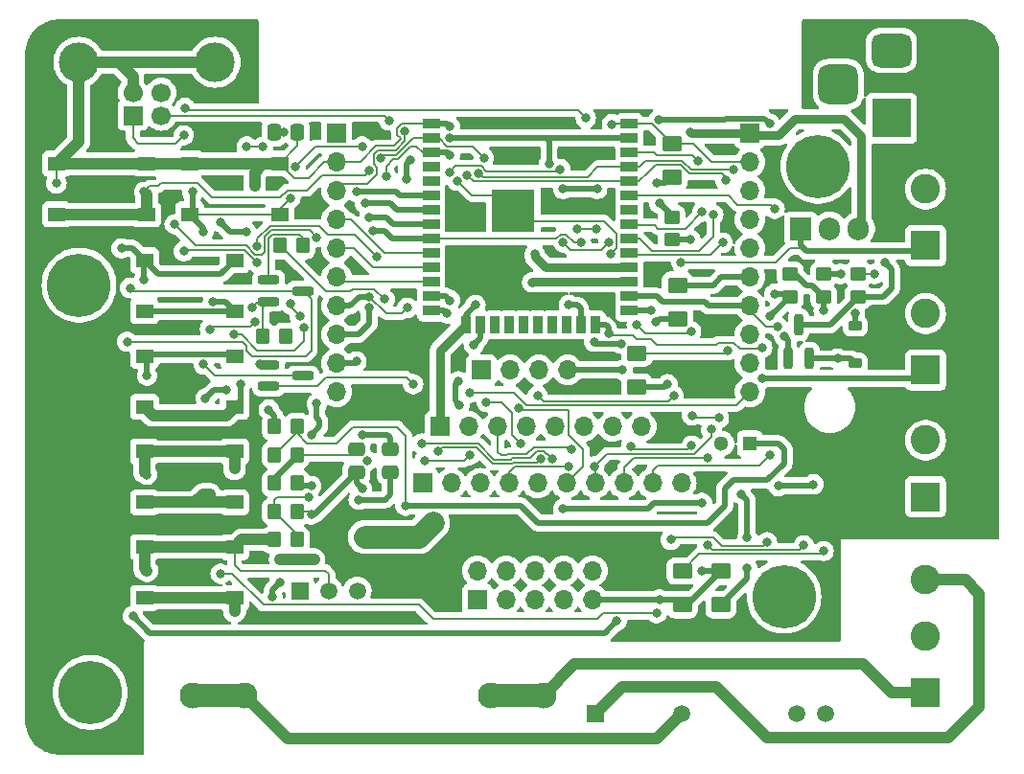
<source format=gbr>
%TF.GenerationSoftware,KiCad,Pcbnew,8.0.3*%
%TF.CreationDate,2024-06-29T17:40:46+07:00*%
%TF.ProjectId,solder-reflow,736f6c64-6572-42d7-9265-666c6f772e6b,rev?*%
%TF.SameCoordinates,Original*%
%TF.FileFunction,Copper,L1,Top*%
%TF.FilePolarity,Positive*%
%FSLAX46Y46*%
G04 Gerber Fmt 4.6, Leading zero omitted, Abs format (unit mm)*
G04 Created by KiCad (PCBNEW 8.0.3) date 2024-06-29 17:40:46*
%MOMM*%
%LPD*%
G01*
G04 APERTURE LIST*
G04 Aperture macros list*
%AMRoundRect*
0 Rectangle with rounded corners*
0 $1 Rounding radius*
0 $2 $3 $4 $5 $6 $7 $8 $9 X,Y pos of 4 corners*
0 Add a 4 corners polygon primitive as box body*
4,1,4,$2,$3,$4,$5,$6,$7,$8,$9,$2,$3,0*
0 Add four circle primitives for the rounded corners*
1,1,$1+$1,$2,$3*
1,1,$1+$1,$4,$5*
1,1,$1+$1,$6,$7*
1,1,$1+$1,$8,$9*
0 Add four rect primitives between the rounded corners*
20,1,$1+$1,$2,$3,$4,$5,0*
20,1,$1+$1,$4,$5,$6,$7,0*
20,1,$1+$1,$6,$7,$8,$9,0*
20,1,$1+$1,$8,$9,$2,$3,0*%
G04 Aperture macros list end*
%TA.AperFunction,SMDPad,CuDef*%
%ADD10RoundRect,0.250001X-0.624999X0.462499X-0.624999X-0.462499X0.624999X-0.462499X0.624999X0.462499X0*%
%TD*%
%TA.AperFunction,SMDPad,CuDef*%
%ADD11RoundRect,0.250000X0.350000X0.450000X-0.350000X0.450000X-0.350000X-0.450000X0.350000X-0.450000X0*%
%TD*%
%TA.AperFunction,ComponentPad*%
%ADD12C,5.600000*%
%TD*%
%TA.AperFunction,SMDPad,CuDef*%
%ADD13RoundRect,0.250000X0.450000X-0.350000X0.450000X0.350000X-0.450000X0.350000X-0.450000X-0.350000X0*%
%TD*%
%TA.AperFunction,ComponentPad*%
%ADD14R,1.500000X1.500000*%
%TD*%
%TA.AperFunction,ComponentPad*%
%ADD15C,1.500000*%
%TD*%
%TA.AperFunction,SMDPad,CuDef*%
%ADD16R,1.500000X0.900000*%
%TD*%
%TA.AperFunction,SMDPad,CuDef*%
%ADD17R,0.900000X1.500000*%
%TD*%
%TA.AperFunction,SMDPad,CuDef*%
%ADD18R,0.900000X0.900000*%
%TD*%
%TA.AperFunction,HeatsinkPad*%
%ADD19C,0.900000*%
%TD*%
%TA.AperFunction,SMDPad,CuDef*%
%ADD20R,3.800000X3.800000*%
%TD*%
%TA.AperFunction,SMDPad,CuDef*%
%ADD21RoundRect,0.250000X-0.350000X-0.450000X0.350000X-0.450000X0.350000X0.450000X-0.350000X0.450000X0*%
%TD*%
%TA.AperFunction,ComponentPad*%
%ADD22R,1.700000X1.700000*%
%TD*%
%TA.AperFunction,ComponentPad*%
%ADD23C,1.700000*%
%TD*%
%TA.AperFunction,ComponentPad*%
%ADD24C,3.500000*%
%TD*%
%TA.AperFunction,SMDPad,CuDef*%
%ADD25RoundRect,0.250000X-0.450000X0.350000X-0.450000X-0.350000X0.450000X-0.350000X0.450000X0.350000X0*%
%TD*%
%TA.AperFunction,ComponentPad*%
%ADD26R,2.600000X2.600000*%
%TD*%
%TA.AperFunction,ComponentPad*%
%ADD27C,2.600000*%
%TD*%
%TA.AperFunction,SMDPad,CuDef*%
%ADD28R,1.550000X1.300000*%
%TD*%
%TA.AperFunction,SMDPad,CuDef*%
%ADD29RoundRect,0.200000X-0.750000X-0.200000X0.750000X-0.200000X0.750000X0.200000X-0.750000X0.200000X0*%
%TD*%
%TA.AperFunction,SMDPad,CuDef*%
%ADD30RoundRect,0.250000X-0.337500X-0.475000X0.337500X-0.475000X0.337500X0.475000X-0.337500X0.475000X0*%
%TD*%
%TA.AperFunction,SMDPad,CuDef*%
%ADD31RoundRect,0.250000X0.475000X-0.337500X0.475000X0.337500X-0.475000X0.337500X-0.475000X-0.337500X0*%
%TD*%
%TA.AperFunction,ComponentPad*%
%ADD32O,1.700000X1.700000*%
%TD*%
%TA.AperFunction,ComponentPad*%
%ADD33R,1.300000X1.300000*%
%TD*%
%TA.AperFunction,ComponentPad*%
%ADD34C,1.300000*%
%TD*%
%TA.AperFunction,SMDPad,CuDef*%
%ADD35RoundRect,0.200000X0.200000X-0.750000X0.200000X0.750000X-0.200000X0.750000X-0.200000X-0.750000X0*%
%TD*%
%TA.AperFunction,ComponentPad*%
%ADD36R,3.500000X3.500000*%
%TD*%
%TA.AperFunction,ComponentPad*%
%ADD37RoundRect,0.750000X-1.000000X0.750000X-1.000000X-0.750000X1.000000X-0.750000X1.000000X0.750000X0*%
%TD*%
%TA.AperFunction,ComponentPad*%
%ADD38RoundRect,0.875000X-0.875000X0.875000X-0.875000X-0.875000X0.875000X-0.875000X0.875000X0.875000X0*%
%TD*%
%TA.AperFunction,SMDPad,CuDef*%
%ADD39RoundRect,0.225000X0.375000X-0.225000X0.375000X0.225000X-0.375000X0.225000X-0.375000X-0.225000X0*%
%TD*%
%TA.AperFunction,SMDPad,CuDef*%
%ADD40RoundRect,0.250001X0.624999X-0.462499X0.624999X0.462499X-0.624999X0.462499X-0.624999X-0.462499X0*%
%TD*%
%TA.AperFunction,ComponentPad*%
%ADD41R,1.508000X1.508000*%
%TD*%
%TA.AperFunction,ComponentPad*%
%ADD42C,1.508000*%
%TD*%
%TA.AperFunction,ComponentPad*%
%ADD43C,2.300000*%
%TD*%
%TA.AperFunction,ComponentPad*%
%ADD44R,1.905000X2.000000*%
%TD*%
%TA.AperFunction,ComponentPad*%
%ADD45O,1.905000X2.000000*%
%TD*%
%TA.AperFunction,ViaPad*%
%ADD46C,0.800000*%
%TD*%
%TA.AperFunction,Conductor*%
%ADD47C,0.150000*%
%TD*%
%TA.AperFunction,Conductor*%
%ADD48C,1.000000*%
%TD*%
%TA.AperFunction,Conductor*%
%ADD49C,0.500000*%
%TD*%
%TA.AperFunction,Conductor*%
%ADD50C,0.800000*%
%TD*%
%TA.AperFunction,Conductor*%
%ADD51C,0.200000*%
%TD*%
%TA.AperFunction,Conductor*%
%ADD52C,2.000000*%
%TD*%
G04 APERTURE END LIST*
D10*
%TO.P,D8,1,K*%
%TO.N,/RXD*%
X156500000Y-95512500D03*
%TO.P,D8,2,A*%
%TO.N,Net-(D8-A)*%
X156500000Y-98487500D03*
%TD*%
D11*
%TO.P,R9,1*%
%TO.N,Net-(U2C-+)*%
X126500000Y-107000000D03*
%TO.P,R9,2*%
%TO.N,Net-(C1-Pad2)*%
X124500000Y-107000000D03*
%TD*%
D12*
%TO.P,H1,1,1*%
%TO.N,unconnected-(H1-Pad1)*%
X107250000Y-89500000D03*
%TD*%
D13*
%TO.P,R23,1*%
%TO.N,/SSRIN2*%
X170050000Y-90500000D03*
%TO.P,R23,2*%
%TO.N,Net-(Q2-B)*%
X170050000Y-88500000D03*
%TD*%
D14*
%TO.P,U1,1,REF*%
%TO.N,+2V5*%
X126750000Y-116500000D03*
D15*
%TO.P,U1,2,A*%
%TO.N,GND*%
X129290000Y-116500000D03*
%TO.P,U1,3,K*%
%TO.N,+2V5*%
X131830000Y-116500000D03*
%TD*%
D16*
%TO.P,U6,1,GND*%
%TO.N,GND*%
X138340000Y-75240000D03*
%TO.P,U6,2,VDD*%
%TO.N,+3.3V*%
X138340000Y-76510000D03*
%TO.P,U6,3,EN*%
%TO.N,/EN*%
X138340000Y-77780000D03*
%TO.P,U6,4,SENSOR_VP*%
%TO.N,unconnected-(U6-SENSOR_VP-Pad4)*%
X138340000Y-79050000D03*
%TO.P,U6,5,SENSOR_VN*%
%TO.N,unconnected-(U6-SENSOR_VN-Pad5)*%
X138340000Y-80320000D03*
%TO.P,U6,6,IO34*%
%TO.N,/PT100*%
X138340000Y-81590000D03*
%TO.P,U6,7,IO35*%
%TO.N,/ADC1_CH7*%
X138340000Y-82860000D03*
%TO.P,U6,8,IO32*%
%TO.N,/LCD_RST*%
X138340000Y-84130000D03*
%TO.P,U6,9,IO33*%
%TO.N,/LCD_DC*%
X138340000Y-85400000D03*
%TO.P,U6,10,IO25*%
%TO.N,/IN3*%
X138340000Y-86670000D03*
%TO.P,U6,11,IO26*%
%TO.N,/IN2*%
X138340000Y-87940000D03*
%TO.P,U6,12,IO27*%
%TO.N,/IN1*%
X138340000Y-89210000D03*
%TO.P,U6,13,IO14*%
%TO.N,/MTMS*%
X138340000Y-90480000D03*
%TO.P,U6,14,IO12*%
%TO.N,/MTDI*%
X138340000Y-91750000D03*
D17*
%TO.P,U6,15,GND*%
%TO.N,GND*%
X141380000Y-93000000D03*
%TO.P,U6,16,IO13*%
%TO.N,/MTCK*%
X142650000Y-93000000D03*
%TO.P,U6,17,SHD/SD2*%
%TO.N,unconnected-(U6-SHD{slash}SD2-Pad17)*%
X143920000Y-93000000D03*
%TO.P,U6,18,SWP/SD3*%
%TO.N,unconnected-(U6-SWP{slash}SD3-Pad18)*%
X145190000Y-93000000D03*
%TO.P,U6,19,SCS/CMD*%
%TO.N,unconnected-(U6-SCS{slash}CMD-Pad19)*%
X146460000Y-93000000D03*
%TO.P,U6,20,SCK/CLK*%
%TO.N,unconnected-(U6-SCK{slash}CLK-Pad20)*%
X147730000Y-93000000D03*
%TO.P,U6,21,SDO/SD0*%
%TO.N,unconnected-(U6-SDO{slash}SD0-Pad21)*%
X149000000Y-93000000D03*
%TO.P,U6,22,SDI/SD1*%
%TO.N,unconnected-(U6-SDI{slash}SD1-Pad22)*%
X150270000Y-93000000D03*
%TO.P,U6,23,IO15*%
%TO.N,/MTDO*%
X151540000Y-93000000D03*
%TO.P,U6,24,IO2*%
%TO.N,/LCD_CS*%
X152810000Y-93000000D03*
D16*
%TO.P,U6,25,IO0*%
%TO.N,/IO0*%
X155840000Y-91750000D03*
%TO.P,U6,26,IO4*%
%TO.N,/SSRIN1*%
X155840000Y-90480000D03*
%TO.P,U6,27,IO16*%
%TO.N,/I2C_SDA*%
X155840000Y-89210000D03*
%TO.P,U6,28,IO17*%
%TO.N,/I2C_SCL*%
X155840000Y-87940000D03*
%TO.P,U6,29,IO5*%
%TO.N,/VSPI_CS0*%
X155840000Y-86670000D03*
%TO.P,U6,30,IO18*%
%TO.N,/VSPI_CLK*%
X155840000Y-85400000D03*
%TO.P,U6,31,IO19*%
%TO.N,/VSPI_Q*%
X155840000Y-84130000D03*
%TO.P,U6,32,NC*%
%TO.N,unconnected-(U6-NC-Pad32)*%
X155840000Y-82860000D03*
%TO.P,U6,33,IO21*%
%TO.N,/SSRIN2*%
X155840000Y-81590000D03*
%TO.P,U6,34,RXD0/IO3*%
%TO.N,/TXD*%
X155840000Y-80320000D03*
%TO.P,U6,35,TXD0/IO1*%
%TO.N,/RXD*%
X155840000Y-79050000D03*
%TO.P,U6,36,IO22*%
%TO.N,/IN4*%
X155840000Y-77780000D03*
%TO.P,U6,37,IO23*%
%TO.N,/VSPI_D*%
X155840000Y-76510000D03*
%TO.P,U6,38,GND*%
%TO.N,GND*%
X155840000Y-75240000D03*
D18*
%TO.P,U6,39,GND*%
X144190000Y-81560000D03*
D19*
X144190000Y-82260000D03*
D18*
X144190000Y-82960000D03*
D19*
X144190000Y-83660000D03*
D18*
X144190000Y-84360000D03*
D19*
X144890000Y-81560000D03*
X144890000Y-82960000D03*
X144890000Y-84360000D03*
X145565000Y-82260000D03*
X145565000Y-83660000D03*
D18*
X145590000Y-81560000D03*
X145590000Y-82960000D03*
D20*
X145590000Y-82960000D03*
D18*
X145590000Y-84360000D03*
D19*
X146290000Y-81560000D03*
X146290000Y-82960000D03*
X146290000Y-84360000D03*
D18*
X146990000Y-81560000D03*
D19*
X146990000Y-82260000D03*
D18*
X146990000Y-82960000D03*
D19*
X146990000Y-83660000D03*
D18*
X146990000Y-84360000D03*
%TD*%
D10*
%TO.P,D3,1,K*%
%TO.N,GND*%
X159590000Y-77002500D03*
%TO.P,D3,2,A*%
%TO.N,Net-(D3-A)*%
X159590000Y-79977500D03*
%TD*%
D21*
%TO.P,RA1,1*%
%TO.N,Net-(U2C--)*%
X124500000Y-109500000D03*
%TO.P,RA1,2*%
%TO.N,Net-(U2D-+)*%
X126500000Y-109500000D03*
%TD*%
D22*
%TO.P,J6,1,VBUS*%
%TO.N,+5V*%
X112000000Y-74500000D03*
D23*
%TO.P,J6,2,D-*%
%TO.N,Net-(J6-D-)*%
X114500000Y-74500000D03*
%TO.P,J6,3,D+*%
%TO.N,Net-(J6-D+)*%
X114500000Y-72500000D03*
%TO.P,J6,4,GND*%
%TO.N,GND*%
X112000000Y-72500000D03*
D24*
%TO.P,J6,5,Shield*%
X107230000Y-69790000D03*
X119270000Y-69790000D03*
%TD*%
D25*
%TO.P,R25,1*%
%TO.N,Net-(D5-A)*%
X176050000Y-88500000D03*
%TO.P,R25,2*%
%TO.N,Net-(J5-Pin_1)*%
X176050000Y-90500000D03*
%TD*%
D26*
%TO.P,J3,1,Pin_1*%
%TO.N,/PT100Voltage*%
X182000000Y-97000000D03*
D27*
%TO.P,J3,2,Pin_2*%
%TO.N,GND*%
X182000000Y-92000000D03*
%TD*%
D11*
%TO.P,R10,1*%
%TO.N,Net-(Q4-B)*%
X125500000Y-94000000D03*
%TO.P,R10,2*%
%TO.N,/RTS*%
X123500000Y-94000000D03*
%TD*%
D28*
%TO.P,SW2,1,1*%
%TO.N,GND*%
X105275000Y-78750000D03*
X113225000Y-78750000D03*
%TO.P,SW2,2,2*%
%TO.N,/EN*%
X105275000Y-83250000D03*
X113225000Y-83250000D03*
%TD*%
D12*
%TO.P,H2,1,1*%
%TO.N,unconnected-(H2-Pad1)*%
X172500000Y-79000000D03*
%TD*%
D29*
%TO.P,Q3,1,B*%
%TO.N,Net-(Q3-B)*%
X124000000Y-89050000D03*
%TO.P,Q3,2,E*%
%TO.N,/RTS*%
X124000000Y-90950000D03*
%TO.P,Q3,3,C*%
%TO.N,/EN*%
X127000000Y-90000000D03*
%TD*%
D30*
%TO.P,C10,1*%
%TO.N,+3.3V*%
X124462500Y-76000000D03*
%TO.P,C10,2*%
%TO.N,GND*%
X126537500Y-76000000D03*
%TD*%
D28*
%TO.P,SW5,1,1*%
%TO.N,GND*%
X113025000Y-95750000D03*
X120975000Y-95750000D03*
%TO.P,SW5,2,2*%
%TO.N,Net-(R19-Pad2)*%
X113025000Y-100250000D03*
X120975000Y-100250000D03*
%TD*%
D29*
%TO.P,Q4,1,B*%
%TO.N,Net-(Q4-B)*%
X124000000Y-96550000D03*
%TO.P,Q4,2,E*%
%TO.N,/DTR*%
X124000000Y-98450000D03*
%TO.P,Q4,3,C*%
%TO.N,/IO0*%
X127000000Y-97500000D03*
%TD*%
D28*
%TO.P,SW7,1,1*%
%TO.N,GND*%
X113025000Y-112650000D03*
X120975000Y-112650000D03*
%TO.P,SW7,2,2*%
%TO.N,Net-(R20-Pad2)*%
X113025000Y-117150000D03*
X120975000Y-117150000D03*
%TD*%
D31*
%TO.P,C3,1*%
%TO.N,Net-(U2C-+)*%
X134750000Y-106037500D03*
%TO.P,C3,2*%
%TO.N,GND*%
X134750000Y-103962500D03*
%TD*%
D22*
%TO.P,J13,1,VTref*%
%TO.N,+3.3V*%
X142425000Y-117275000D03*
D32*
%TO.P,J13,2,SWDIO/TMS*%
%TO.N,/MTMS*%
X142425000Y-114735000D03*
%TO.P,J13,3,GND*%
%TO.N,GND*%
X144965000Y-117275000D03*
%TO.P,J13,4,SWCLK/TCK*%
%TO.N,/MTCK*%
X144965000Y-114735000D03*
%TO.P,J13,5,GND*%
%TO.N,GND*%
X147505000Y-117275000D03*
%TO.P,J13,6,SWO/TDO*%
%TO.N,/MTDO*%
X147505000Y-114735000D03*
%TO.P,J13,7,KEY*%
%TO.N,unconnected-(J13-KEY-Pad7)*%
X150045000Y-117275000D03*
%TO.P,J13,8,NC/TDI*%
%TO.N,/MTDI*%
X150045000Y-114735000D03*
%TO.P,J13,9,GNDDetect*%
%TO.N,GND*%
X152585000Y-117275000D03*
%TO.P,J13,10,~{RESET}*%
%TO.N,/EN*%
X152585000Y-114735000D03*
%TD*%
D31*
%TO.P,C1,1*%
%TO.N,Net-(U2D-+)*%
X131750000Y-106037500D03*
%TO.P,C1,2*%
%TO.N,Net-(C1-Pad2)*%
X131750000Y-103962500D03*
%TD*%
D12*
%TO.P,H5,1,1*%
%TO.N,unconnected-(H5-Pad1)*%
X108250000Y-125500000D03*
%TD*%
D22*
%TO.P,J11,1,Pin_1*%
%TO.N,GND*%
X139125000Y-101975000D03*
D32*
%TO.P,J11,2,Pin_2*%
%TO.N,+3.3V*%
X141665000Y-101975000D03*
%TO.P,J11,3,Pin_3*%
%TO.N,/VSPI_CLK*%
X144205000Y-101975000D03*
%TO.P,J11,4,Pin_4*%
%TO.N,/VSPI_D*%
X146745000Y-101975000D03*
%TO.P,J11,5,Pin_5*%
%TO.N,/LCD_RST*%
X149285000Y-101975000D03*
%TO.P,J11,6,Pin_6*%
%TO.N,/LCD_DC*%
X151825000Y-101975000D03*
%TO.P,J11,7,Pin_7*%
%TO.N,/LCD_CS*%
X154365000Y-101975000D03*
%TO.P,J11,8,Pin_8*%
%TO.N,+3.3V*%
X156905000Y-101975000D03*
%TD*%
D33*
%TO.P,TH1,1*%
%TO.N,/PT100Voltage*%
X166500000Y-103500000D03*
D34*
%TO.P,TH1,2*%
%TO.N,GND*%
X163960000Y-103500000D03*
%TD*%
D28*
%TO.P,SW6,1,1*%
%TO.N,GND*%
X113025000Y-104200000D03*
X120975000Y-104200000D03*
%TO.P,SW6,2,2*%
%TO.N,Net-(R16-Pad2)*%
X113025000Y-108700000D03*
X120975000Y-108700000D03*
%TD*%
D11*
%TO.P,R3,1*%
%TO.N,/PT100Voltage*%
X126500000Y-102000000D03*
%TO.P,R3,2*%
%TO.N,Net-(R3-Pad2)*%
X124500000Y-102000000D03*
%TD*%
D21*
%TO.P,RB1,1*%
%TO.N,GND*%
X124500000Y-112000000D03*
%TO.P,RB1,2*%
%TO.N,Net-(U2C--)*%
X126500000Y-112000000D03*
%TD*%
D25*
%TO.P,R22,1*%
%TO.N,Net-(D3-A)*%
X159590000Y-83490000D03*
%TO.P,R22,2*%
%TO.N,+5V*%
X159590000Y-85490000D03*
%TD*%
D22*
%TO.P,J8,1,Pin_1*%
%TO.N,+5V*%
X166500000Y-76075000D03*
D32*
%TO.P,J8,2,Pin_2*%
%TO.N,GND*%
X166500000Y-78615000D03*
%TO.P,J8,3,Pin_3*%
%TO.N,/IO0*%
X166500000Y-81155000D03*
%TO.P,J8,4,Pin_4*%
%TO.N,/RXD*%
X166500000Y-83695000D03*
%TO.P,J8,5,Pin_5*%
%TO.N,/LCD_CS*%
X166500000Y-86235000D03*
%TO.P,J8,6,Pin_6*%
%TO.N,/TXD*%
X166500000Y-88775000D03*
%TO.P,J8,7,Pin_7*%
%TO.N,/SSRIN1*%
X166500000Y-91315000D03*
%TO.P,J8,8,Pin_8*%
%TO.N,/VSPI_CS0*%
X166500000Y-93855000D03*
%TO.P,J8,9,Pin_9*%
%TO.N,/MTDI*%
X166500000Y-96395000D03*
%TO.P,J8,10,Pin_10*%
%TO.N,/MTCK*%
X166500000Y-98935000D03*
%TD*%
D26*
%TO.P,J1,1,Pin_1*%
%TO.N,AC*%
X182000000Y-125500000D03*
D27*
%TO.P,J1,2,Pin_2*%
%TO.N,unconnected-(J1-Pin_2-Pad2)*%
X182000000Y-120500000D03*
%TO.P,J1,3,Pin_3*%
%TO.N,Net-(J1-Pin_3)*%
X182000000Y-115500000D03*
%TD*%
D26*
%TO.P,J9,1,Pin_1*%
%TO.N,+12V*%
X182000000Y-86000000D03*
D27*
%TO.P,J9,2,Pin_2*%
%TO.N,GND*%
X182000000Y-81000000D03*
%TD*%
D28*
%TO.P,SW4,1,1*%
%TO.N,GND*%
X113025000Y-87300000D03*
X120975000Y-87300000D03*
%TO.P,SW4,2,2*%
%TO.N,Net-(R17-Pad2)*%
X113025000Y-91800000D03*
X120975000Y-91800000D03*
%TD*%
D11*
%TO.P,R7,1*%
%TO.N,Net-(Q3-B)*%
X126999998Y-86000000D03*
%TO.P,R7,2*%
%TO.N,/DTR*%
X124999998Y-86000000D03*
%TD*%
D10*
%TO.P,D2,1,K*%
%TO.N,GND*%
X163925000Y-114772500D03*
%TO.P,D2,2,A*%
%TO.N,Net-(D2-A)*%
X163925000Y-117747500D03*
%TD*%
D22*
%TO.P,J2,1,Pin_1*%
%TO.N,/I2C_SDA*%
X142790000Y-96990000D03*
D32*
%TO.P,J2,2,Pin_2*%
%TO.N,/I2C_SCL*%
X145330000Y-96990000D03*
%TO.P,J2,3,Pin_3*%
%TO.N,+5V*%
X147870000Y-96990000D03*
%TO.P,J2,4,Pin_4*%
%TO.N,GND*%
X150410000Y-96990000D03*
%TD*%
D10*
%TO.P,D7,1,K*%
%TO.N,/TXD*%
X160090000Y-89502500D03*
%TO.P,D7,2,A*%
%TO.N,Net-(D7-A)*%
X160090000Y-92477500D03*
%TD*%
D11*
%TO.P,R8,1*%
%TO.N,Net-(C1-Pad2)*%
X126500000Y-104500000D03*
%TO.P,R8,2*%
%TO.N,/PT100Voltage*%
X124500000Y-104500000D03*
%TD*%
D26*
%TO.P,J5,1,Pin_1*%
%TO.N,Net-(J5-Pin_1)*%
X182000000Y-108194674D03*
D27*
%TO.P,J5,2,Pin_2*%
%TO.N,GND*%
X182000000Y-103194674D03*
%TD*%
D22*
%TO.P,J7,1,Pin_1*%
%TO.N,+3.3V*%
X137575000Y-107000000D03*
D32*
%TO.P,J7,2,Pin_2*%
%TO.N,GND*%
X140115000Y-107000000D03*
%TO.P,J7,3,Pin_3*%
%TO.N,/MTMS*%
X142655000Y-107000000D03*
%TO.P,J7,4,Pin_4*%
%TO.N,/MTDO*%
X145195000Y-107000000D03*
%TO.P,J7,5,Pin_5*%
%TO.N,/I2C_SDA*%
X147735000Y-107000000D03*
%TO.P,J7,6,Pin_6*%
%TO.N,/I2C_SCL*%
X150275000Y-107000000D03*
%TO.P,J7,7,Pin_7*%
%TO.N,/VSPI_CLK*%
X152815000Y-107000000D03*
%TO.P,J7,8,Pin_8*%
%TO.N,/VSPI_Q*%
X155355000Y-107000000D03*
%TO.P,J7,9,Pin_9*%
%TO.N,/SSRIN2*%
X157895000Y-107000000D03*
%TO.P,J7,10,Pin_10*%
%TO.N,/IN4*%
X160435000Y-107000000D03*
%TD*%
D12*
%TO.P,H4,1,1*%
%TO.N,unconnected-(H4-Pad1)*%
X169500000Y-117000000D03*
%TD*%
D28*
%TO.P,SW3,1,1*%
%TO.N,GND*%
X117025000Y-78750000D03*
X124975000Y-78750000D03*
%TO.P,SW3,2,2*%
%TO.N,/IO0*%
X117025000Y-83250000D03*
X124975000Y-83250000D03*
%TD*%
D35*
%TO.P,Q2,1,B*%
%TO.N,Net-(Q2-B)*%
X169850000Y-96000000D03*
%TO.P,Q2,2,E*%
%TO.N,Net-(D4-K)*%
X171750000Y-96000000D03*
%TO.P,Q2,3,C*%
%TO.N,Net-(J5-Pin_1)*%
X170800000Y-93000000D03*
%TD*%
D36*
%TO.P,J4,1*%
%TO.N,+12V*%
X179000000Y-74750000D03*
D37*
%TO.P,J4,2*%
%TO.N,GND*%
X179000000Y-68750000D03*
D38*
%TO.P,J4,3*%
X174300000Y-71750000D03*
%TD*%
D39*
%TO.P,D4,1,K*%
%TO.N,Net-(D4-K)*%
X175800000Y-96400000D03*
%TO.P,D4,2,A*%
%TO.N,+5V*%
X175800000Y-93100000D03*
%TD*%
D13*
%TO.P,R24,1*%
%TO.N,Net-(Q2-B)*%
X173000000Y-90500000D03*
%TO.P,R24,2*%
%TO.N,Net-(D4-K)*%
X173000000Y-88500000D03*
%TD*%
D22*
%TO.P,J10,1,Pin_1*%
%TO.N,+3.3V*%
X130000000Y-76075000D03*
D32*
%TO.P,J10,2,Pin_2*%
%TO.N,GND*%
X130000000Y-78615000D03*
%TO.P,J10,3,Pin_3*%
%TO.N,/VSPI_D*%
X130000000Y-81155000D03*
%TO.P,J10,4,Pin_4*%
%TO.N,/IN3*%
X130000000Y-83695000D03*
%TO.P,J10,5,Pin_5*%
%TO.N,/IN2*%
X130000000Y-86235000D03*
%TO.P,J10,6,Pin_6*%
%TO.N,/IN1*%
X130000000Y-88775000D03*
%TO.P,J10,7,Pin_7*%
%TO.N,/LCD_RST*%
X130000000Y-91315000D03*
%TO.P,J10,8,Pin_8*%
%TO.N,/LCD_DC*%
X130000000Y-93855000D03*
%TO.P,J10,9,Pin_9*%
%TO.N,/PT100*%
X130000000Y-96395000D03*
%TO.P,J10,10,Pin_10*%
%TO.N,/ADC1_CH7*%
X130000000Y-98935000D03*
%TD*%
D40*
%TO.P,D5,1,K*%
%TO.N,GND*%
X160515000Y-117737500D03*
%TO.P,D5,2,A*%
%TO.N,Net-(D5-A)*%
X160515000Y-114762500D03*
%TD*%
D41*
%TO.P,K1,1,L1*%
%TO.N,Net-(J1-Pin_3)*%
X152840000Y-127400000D03*
D42*
%TO.P,K1,2,L2*%
%TO.N,Net-(K1-L2)*%
X160460000Y-127400000D03*
%TO.P,K1,3,+*%
%TO.N,Net-(K1-+)*%
X170620000Y-127400000D03*
%TO.P,K1,4,-*%
%TO.N,GND*%
X173160000Y-127400000D03*
%TD*%
D43*
%TO.P,F1,1*%
%TO.N,AC*%
X148250000Y-125750000D03*
X143650000Y-125750000D03*
%TO.P,F1,2*%
%TO.N,Net-(K1-L2)*%
X121850000Y-125750000D03*
X117250000Y-125750000D03*
%TD*%
D44*
%TO.P,U4,1,IN*%
%TO.N,+12V*%
X171000000Y-84500000D03*
D45*
%TO.P,U4,2,GND*%
%TO.N,GND*%
X173540000Y-84500000D03*
%TO.P,U4,3,OUT*%
%TO.N,+5V*%
X176080000Y-84500000D03*
%TD*%
D46*
%TO.N,GND*%
X154308240Y-75268955D03*
X113250000Y-97500000D03*
X113000000Y-89000000D03*
X162250000Y-114750000D03*
X156000000Y-103714748D03*
X113250000Y-106250000D03*
X142250000Y-91250000D03*
X163751192Y-101250000D03*
X161353424Y-103691980D03*
X113250000Y-114750000D03*
X105250000Y-80500000D03*
X156500000Y-93000000D03*
X161298129Y-93564854D03*
X111000000Y-86250000D03*
X121000000Y-105750000D03*
X132250000Y-102750000D03*
X140000000Y-75500000D03*
X154180101Y-86725506D03*
X122750000Y-80750000D03*
X161376192Y-101000000D03*
X158500000Y-117275000D03*
X155250000Y-97000000D03*
X140642505Y-80264497D03*
%TO.N,Net-(D1-K)*%
X162750000Y-112500000D03*
X171250000Y-112500000D03*
%TO.N,+5V*%
X152000000Y-74750000D03*
X150000000Y-85725000D03*
X154001951Y-85741280D03*
X161250000Y-85500000D03*
X148000000Y-104825000D03*
X116620407Y-73825000D03*
X147750000Y-99250000D03*
X175751041Y-92001041D03*
X132500000Y-111750000D03*
X125000000Y-113750000D03*
X159500000Y-112000000D03*
X159750000Y-99250000D03*
X116500000Y-76250000D03*
X138500000Y-110500000D03*
X161250000Y-76000000D03*
X168000000Y-112225000D03*
X139000000Y-104175000D03*
X128000000Y-113750000D03*
%TO.N,Net-(U2A-+)*%
X124952298Y-115797702D03*
X124320407Y-117075000D03*
X132707336Y-105000000D03*
%TO.N,Net-(R3-Pad2)*%
X124000000Y-100500000D03*
%TO.N,Net-(D2-A)*%
X166250000Y-111825000D03*
X166250000Y-114500000D03*
X165750000Y-108000000D03*
%TO.N,Net-(D3-A)*%
X158500000Y-82265000D03*
X158250000Y-80500000D03*
%TO.N,Net-(U2D-+)*%
X132250000Y-107500000D03*
X127750000Y-109750000D03*
%TO.N,+3.3V*%
X155117467Y-94656690D03*
X152750000Y-94500000D03*
X125912867Y-91162867D03*
X141750000Y-104525000D03*
X140750000Y-98000000D03*
X126750000Y-92250000D03*
X137750000Y-105000000D03*
X143000000Y-78250000D03*
X140865000Y-100069593D03*
X133925000Y-78226998D03*
X125350000Y-76000000D03*
%TO.N,Net-(U2C-+)*%
X127750000Y-107250000D03*
X131950000Y-108475903D03*
%TO.N,+12V*%
X160425000Y-87500000D03*
%TO.N,/EN*%
X134352298Y-79852298D03*
X132897702Y-79397702D03*
X154750000Y-119175000D03*
X111750000Y-89750000D03*
X111500000Y-94500000D03*
X113000000Y-81250000D03*
X140000000Y-78000000D03*
X112000000Y-118750000D03*
%TO.N,/IO0*%
X126350002Y-79000000D03*
X132250000Y-77250000D03*
X118250000Y-84750000D03*
X152925000Y-84500000D03*
X149750000Y-79250000D03*
X136493637Y-78455000D03*
X168250000Y-75250000D03*
X117250000Y-81250000D03*
X136200000Y-80155000D03*
X157750000Y-91750000D03*
X158431558Y-74889463D03*
X150000000Y-80995000D03*
X139967505Y-79500000D03*
X118250000Y-96500000D03*
X151250000Y-84500000D03*
X153000000Y-81000000D03*
X125910281Y-81787853D03*
%TO.N,/IN2*%
X115692913Y-84122835D03*
X128250000Y-85250000D03*
%TO.N,/IN3*%
X120250000Y-98750000D03*
X118425000Y-99500000D03*
%TO.N,/IN1*%
X116500000Y-86500000D03*
X123000000Y-87500000D03*
%TO.N,/IN4*%
X120900000Y-93825000D03*
X161925000Y-78500000D03*
X127075000Y-93250000D03*
X119750000Y-115000000D03*
X158250000Y-118500000D03*
%TO.N,Net-(D4-K)*%
X174250000Y-96000000D03*
X174500000Y-88500000D03*
%TO.N,Net-(D5-A)*%
X173000000Y-113000000D03*
X177500000Y-88500000D03*
%TO.N,/TXD*%
X141500000Y-79750000D03*
X164325000Y-80233237D03*
%TO.N,Net-(D7-A)*%
X158218000Y-92750000D03*
%TO.N,/RXD*%
X164500000Y-95250000D03*
X142500000Y-79645000D03*
X165000000Y-79290000D03*
%TO.N,Net-(D8-A)*%
X159218000Y-98250000D03*
%TO.N,/I2C_SCL*%
X147500000Y-86750000D03*
X146066499Y-100361903D03*
%TO.N,/I2C_SDA*%
X143226998Y-99825000D03*
X146250000Y-103500000D03*
X147250000Y-89250000D03*
%TO.N,/PT100Voltage*%
X167575000Y-97750000D03*
X136075000Y-109000000D03*
%TO.N,Net-(J5-Pin_1)*%
X178400000Y-87500000D03*
%TO.N,Net-(J6-D-)*%
X134621032Y-74924372D03*
%TO.N,/VSPI_CLK*%
X150750000Y-104000000D03*
X163250000Y-83250000D03*
X152750000Y-105500000D03*
X163076192Y-102250000D03*
%TO.N,/MTMS*%
X140000000Y-90845000D03*
%TO.N,/VSPI_Q*%
X162726192Y-104739748D03*
X162275000Y-83000000D03*
%TO.N,/SSRIN2*%
X168250000Y-104500000D03*
X168675000Y-82750000D03*
X168675000Y-90250000D03*
X168250000Y-92250000D03*
%TO.N,/MTDO*%
X150500000Y-91250000D03*
X150500000Y-105500000D03*
%TO.N,/VSPI_CS0*%
X164075000Y-85750000D03*
%TO.N,/MTDI*%
X162250000Y-108750000D03*
X150000000Y-109250000D03*
X139750000Y-92000000D03*
%TO.N,/MTCK*%
X141750000Y-99000000D03*
X142115000Y-94750000D03*
%TO.N,/SSRIN1*%
X169000000Y-107250000D03*
X168925000Y-93181847D03*
X172102298Y-107102298D03*
%TO.N,/VSPI_D*%
X136025000Y-75915000D03*
X140000000Y-76500000D03*
X148750000Y-78750000D03*
%TO.N,/LCD_DC*%
X151575000Y-85725000D03*
X132875000Y-91500003D03*
X133224999Y-84739037D03*
%TO.N,/LCD_RST*%
X136225000Y-91500000D03*
X132874999Y-83488968D03*
X149000003Y-104825000D03*
X137500000Y-103500000D03*
X132875000Y-90500000D03*
%TO.N,/PT100*%
X127750000Y-102700000D03*
X131750000Y-81250000D03*
X128250000Y-99975000D03*
X131750000Y-96250000D03*
%TO.N,/ADC1_CH7*%
X132525000Y-82265000D03*
%TO.N,Net-(Q2-B)*%
X169500000Y-94000000D03*
X173000000Y-91750000D03*
%TO.N,/RTS*%
X133575000Y-87000000D03*
X122975000Y-86025433D03*
X122500000Y-91500000D03*
%TO.N,Net-(Q4-B)*%
X125500000Y-93750000D03*
X123250000Y-96500000D03*
%TO.N,/DTR*%
X136750000Y-98250000D03*
X134250000Y-90750000D03*
%TO.N,Net-(R16-Pad2)*%
X122750000Y-92750000D03*
X118825000Y-108000000D03*
X118814798Y-93389798D03*
%TO.N,Net-(R17-Pad2)*%
X119750000Y-83950000D03*
X119075000Y-91000000D03*
X122000000Y-84750000D03*
%TO.N,Net-(R19-Pad2)*%
X121500000Y-98250000D03*
X123500000Y-77250000D03*
X122050000Y-77250000D03*
%TO.N,Net-(R20-Pad2)*%
X121000000Y-118325000D03*
%TO.N,Net-(U2C--)*%
X127500000Y-108250000D03*
%TO.N,/LCD_CS*%
X167575000Y-95000000D03*
X154000000Y-93750000D03*
%TD*%
D47*
%TO.N,GND*%
X128885000Y-78615000D02*
X127500000Y-80000000D01*
D48*
X112000000Y-71040000D02*
X110750000Y-69790000D01*
D47*
X141938008Y-81560000D02*
X144890000Y-81560000D01*
D49*
X152585000Y-117275000D02*
X160052500Y-117275000D01*
D47*
X163115000Y-78615000D02*
X166500000Y-78615000D01*
D49*
X120975000Y-87300000D02*
X119775000Y-88500000D01*
D47*
X154180101Y-86725506D02*
X154676951Y-86228656D01*
X156325000Y-104039748D02*
X156000000Y-103714748D01*
D49*
X132250000Y-102750000D02*
X134500000Y-102750000D01*
X160515000Y-117737500D02*
X160960000Y-117737500D01*
D48*
X107230000Y-69790000D02*
X107230000Y-76795000D01*
D49*
X113025000Y-95750000D02*
X113125000Y-95650000D01*
D50*
X139125000Y-101975000D02*
X139125000Y-95255000D01*
D51*
X129290000Y-116500000D02*
X129290000Y-115040000D01*
D47*
X157250000Y-93750000D02*
X156500000Y-93000000D01*
D49*
X113250000Y-95975000D02*
X113025000Y-95750000D01*
X134750000Y-103000000D02*
X134500000Y-102750000D01*
X163902500Y-114750000D02*
X163925000Y-114772500D01*
X150410000Y-96990000D02*
X155240000Y-96990000D01*
D50*
X139125000Y-95255000D02*
X141380000Y-93000000D01*
D49*
X113125000Y-95650000D02*
X120875000Y-95650000D01*
D47*
X154676951Y-84926951D02*
X153575000Y-83825000D01*
X135350000Y-75635405D02*
X135350000Y-76194595D01*
D48*
X113025000Y-104200000D02*
X120975000Y-104200000D01*
D47*
X161005656Y-104039748D02*
X156325000Y-104039748D01*
D51*
X105250000Y-80500000D02*
X105250000Y-78775000D01*
D49*
X114225000Y-88500000D02*
X113025000Y-87300000D01*
X155240000Y-96990000D02*
X155250000Y-97000000D01*
X160960000Y-117737500D02*
X163925000Y-114772500D01*
X140000000Y-75500000D02*
X139750000Y-75250000D01*
D51*
X120975000Y-114225000D02*
X120975000Y-112650000D01*
D49*
X113250000Y-97500000D02*
X113250000Y-95975000D01*
D47*
X132250000Y-102750000D02*
X133000000Y-102750000D01*
D49*
X120875000Y-95650000D02*
X120975000Y-95750000D01*
D47*
X126537500Y-77187500D02*
X124975000Y-78750000D01*
D51*
X129000000Y-114750000D02*
X121500000Y-114750000D01*
D48*
X122750000Y-79500000D02*
X123500000Y-78750000D01*
D47*
X154676951Y-86228656D02*
X154676951Y-84926951D01*
X132087429Y-78615000D02*
X130000000Y-78615000D01*
D48*
X121625000Y-112000000D02*
X120975000Y-112650000D01*
D49*
X119775000Y-88500000D02*
X114225000Y-88500000D01*
D47*
X161298129Y-93564854D02*
X161112983Y-93750000D01*
X163751192Y-101250000D02*
X161626192Y-101250000D01*
X126537500Y-76000000D02*
X126537500Y-77187500D01*
X157827500Y-75240000D02*
X159590000Y-77002500D01*
D48*
X113025000Y-112650000D02*
X113025000Y-114525000D01*
D49*
X111000000Y-86250000D02*
X111975000Y-86250000D01*
D48*
X113025000Y-112650000D02*
X120975000Y-112650000D01*
X117025000Y-78750000D02*
X123500000Y-78750000D01*
D49*
X162250000Y-114750000D02*
X163902500Y-114750000D01*
X160052500Y-117275000D02*
X160515000Y-117737500D01*
D48*
X110750000Y-69790000D02*
X119270000Y-69790000D01*
D49*
X111975000Y-86250000D02*
X113025000Y-87300000D01*
X141380000Y-92120000D02*
X141380000Y-93000000D01*
D47*
X161626192Y-101250000D02*
X161376192Y-101000000D01*
D48*
X123500000Y-78750000D02*
X124975000Y-78750000D01*
D47*
X130000000Y-78615000D02*
X128885000Y-78615000D01*
D48*
X122750000Y-80750000D02*
X122750000Y-79500000D01*
D47*
X138340000Y-75240000D02*
X135745405Y-75240000D01*
X161502500Y-77002500D02*
X163115000Y-78615000D01*
D49*
X139750000Y-75250000D02*
X138350000Y-75250000D01*
D47*
X126225000Y-80000000D02*
X124975000Y-78750000D01*
D51*
X121500000Y-114750000D02*
X120975000Y-114225000D01*
D47*
X133000000Y-102750000D02*
X134500000Y-102750000D01*
D49*
X142250000Y-91250000D02*
X141380000Y-92120000D01*
D48*
X105275000Y-78750000D02*
X113225000Y-78750000D01*
D47*
X135675000Y-76585051D02*
X135058053Y-77201998D01*
X153575000Y-83825000D02*
X146825000Y-83825000D01*
X135675000Y-76519595D02*
X135675000Y-76585051D01*
D48*
X112000000Y-72500000D02*
X112000000Y-71040000D01*
D47*
X161353424Y-103691980D02*
X161005656Y-104039748D01*
D48*
X107230000Y-69790000D02*
X110750000Y-69790000D01*
D47*
X155840000Y-75240000D02*
X157827500Y-75240000D01*
X127500000Y-80000000D02*
X126225000Y-80000000D01*
D48*
X113025000Y-114525000D02*
X113250000Y-114750000D01*
D47*
X132250000Y-102700000D02*
X132300000Y-102750000D01*
D51*
X113250000Y-106250000D02*
X113025000Y-106025000D01*
D47*
X133500431Y-77201998D02*
X132087429Y-78615000D01*
X135745405Y-75240000D02*
X135350000Y-75635405D01*
D51*
X129290000Y-115040000D02*
X129000000Y-114750000D01*
D49*
X113000000Y-89000000D02*
X113000000Y-87325000D01*
D48*
X107230000Y-76795000D02*
X105275000Y-78750000D01*
D47*
X154308240Y-75268955D02*
X154337195Y-75240000D01*
D51*
X105250000Y-78775000D02*
X105275000Y-78750000D01*
D48*
X113025000Y-106025000D02*
X113025000Y-104200000D01*
X113225000Y-78750000D02*
X117025000Y-78750000D01*
D47*
X135058053Y-77201998D02*
X133500431Y-77201998D01*
D49*
X138350000Y-75250000D02*
X138340000Y-75240000D01*
D48*
X124500000Y-112000000D02*
X121625000Y-112000000D01*
D47*
X161112983Y-93750000D02*
X157250000Y-93750000D01*
X132300000Y-102750000D02*
X133000000Y-102750000D01*
X146825000Y-83825000D02*
X146290000Y-84360000D01*
D49*
X134750000Y-103962500D02*
X134750000Y-103000000D01*
D47*
X135350000Y-76194595D02*
X135675000Y-76519595D01*
D48*
X120975000Y-105725000D02*
X120975000Y-104200000D01*
D49*
X113000000Y-87325000D02*
X113025000Y-87300000D01*
D47*
X140642505Y-80264497D02*
X141938008Y-81560000D01*
X121000000Y-105750000D02*
X120975000Y-105725000D01*
X154337195Y-75240000D02*
X155840000Y-75240000D01*
X159590000Y-77002500D02*
X161502500Y-77002500D01*
%TO.N,Net-(D1-K)*%
X163150000Y-112900000D02*
X170850000Y-112900000D01*
X170850000Y-112900000D02*
X171250000Y-112500000D01*
X162750000Y-112500000D02*
X163150000Y-112900000D01*
%TO.N,+5V*%
X153343231Y-86400000D02*
X154001951Y-85741280D01*
X159750000Y-99250000D02*
X159250000Y-99750000D01*
D50*
X174819348Y-74819348D02*
X170486144Y-74819348D01*
X161325000Y-76075000D02*
X161250000Y-76000000D01*
D49*
X161250000Y-85500000D02*
X159600000Y-85500000D01*
X175751041Y-92001041D02*
X175751041Y-93051041D01*
D47*
X148000000Y-104825000D02*
X147675000Y-105150000D01*
X150000000Y-85725000D02*
X150675000Y-86400000D01*
D52*
X137250000Y-111750000D02*
X138500000Y-110500000D01*
D47*
X164000000Y-112550000D02*
X167675000Y-112550000D01*
X159500000Y-112000000D02*
X159675000Y-111825000D01*
X167675000Y-112550000D02*
X168000000Y-112225000D01*
X159675000Y-111825000D02*
X163275000Y-111825000D01*
D48*
X125000000Y-113750000D02*
X128000000Y-113750000D01*
D47*
X116829416Y-74034009D02*
X116620407Y-73825000D01*
D51*
X112000000Y-74500000D02*
X112000000Y-76500000D01*
D50*
X170486144Y-74819348D02*
X169055492Y-76250000D01*
D49*
X159600000Y-85500000D02*
X159590000Y-85490000D01*
D52*
X132500000Y-111750000D02*
X137250000Y-111750000D01*
D47*
X143750000Y-105250000D02*
X142350000Y-103850000D01*
D50*
X176339236Y-84240764D02*
X176339236Y-76339236D01*
D47*
X148250000Y-99750000D02*
X147750000Y-99250000D01*
X163275000Y-111825000D02*
X164000000Y-112550000D01*
D49*
X175751041Y-93051041D02*
X175800000Y-93100000D01*
D47*
X147675000Y-105150000D02*
X145605025Y-105150000D01*
X145605025Y-105150000D02*
X145505025Y-105250000D01*
D50*
X166675000Y-76250000D02*
X166500000Y-76075000D01*
X176080000Y-84500000D02*
X176339236Y-84240764D01*
D47*
X151284009Y-74034009D02*
X116829416Y-74034009D01*
X150675000Y-86400000D02*
X153343231Y-86400000D01*
X116500000Y-76250000D02*
X115750000Y-77000000D01*
X139325000Y-103850000D02*
X139000000Y-104175000D01*
D50*
X166500000Y-76075000D02*
X161325000Y-76075000D01*
D47*
X159250000Y-99750000D02*
X148250000Y-99750000D01*
D51*
X112500000Y-77000000D02*
X115750000Y-77000000D01*
D47*
X145505025Y-105250000D02*
X143750000Y-105250000D01*
D50*
X176339236Y-76339236D02*
X174819348Y-74819348D01*
X169055492Y-76250000D02*
X166675000Y-76250000D01*
D51*
X112000000Y-76500000D02*
X112500000Y-77000000D01*
D47*
X152000000Y-74750000D02*
X151284009Y-74034009D01*
X142350000Y-103850000D02*
X139325000Y-103850000D01*
D52*
%TO.N,AC*%
X143650000Y-125750000D02*
X148250000Y-125750000D01*
D48*
X176500000Y-123000000D02*
X151000000Y-123000000D01*
X182000000Y-125500000D02*
X179000000Y-125500000D01*
X179000000Y-125500000D02*
X176500000Y-123000000D01*
X151000000Y-123000000D02*
X148250000Y-125750000D01*
D51*
%TO.N,Net-(C1-Pad2)*%
X126500000Y-104500000D02*
X131212500Y-104500000D01*
X131212500Y-104500000D02*
X131750000Y-103962500D01*
D49*
X126500000Y-104500000D02*
X126500000Y-104609966D01*
X124500000Y-106609966D02*
X124500000Y-107000000D01*
X126500000Y-104609966D02*
X124500000Y-106609966D01*
%TO.N,Net-(U2A-+)*%
X124320407Y-116429593D02*
X124952298Y-115797702D01*
X124320407Y-117075000D02*
X124320407Y-116429593D01*
%TO.N,Net-(R3-Pad2)*%
X124500000Y-101000000D02*
X124000000Y-100500000D01*
X124500000Y-102000000D02*
X124500000Y-101000000D01*
%TO.N,Net-(D2-A)*%
X166250000Y-108500000D02*
X165750000Y-108000000D01*
X166250000Y-111825000D02*
X166250000Y-108500000D01*
X166250000Y-115422500D02*
X163925000Y-117747500D01*
X166250000Y-114500000D02*
X166250000Y-115422500D01*
%TO.N,Net-(D3-A)*%
X159590000Y-83355000D02*
X158500000Y-82265000D01*
D47*
X159590000Y-83490000D02*
X159590000Y-83355000D01*
D49*
X158250000Y-80500000D02*
X159067500Y-80500000D01*
X159067500Y-80500000D02*
X159590000Y-79977500D01*
D48*
%TO.N,Net-(K1-L2)*%
X158252606Y-129607394D02*
X125707394Y-129607394D01*
X125707394Y-129607394D02*
X121850000Y-125750000D01*
D52*
X117250000Y-125750000D02*
X121850000Y-125750000D01*
D48*
X160460000Y-127400000D02*
X158252606Y-129607394D01*
D49*
%TO.N,Net-(U2D-+)*%
X131750000Y-106037500D02*
X131750000Y-107000000D01*
X128037500Y-109750000D02*
X131750000Y-106037500D01*
X131750000Y-107000000D02*
X132250000Y-107500000D01*
D51*
X127500000Y-109500000D02*
X126500000Y-109500000D01*
D49*
X127750000Y-109750000D02*
X128037500Y-109750000D01*
D51*
X127750000Y-109750000D02*
X127500000Y-109500000D01*
D49*
%TO.N,+3.3V*%
X140500000Y-98250000D02*
X140750000Y-98000000D01*
D47*
X138340000Y-76510000D02*
X139010000Y-76510000D01*
D49*
X152906690Y-94656690D02*
X152750000Y-94500000D01*
X155117467Y-94656690D02*
X152906690Y-94656690D01*
D47*
X141750000Y-104525000D02*
X141275000Y-105000000D01*
X134151998Y-78000000D02*
X135249999Y-78000000D01*
X142000000Y-77250000D02*
X143000000Y-78250000D01*
X124462500Y-76000000D02*
X125350000Y-76000000D01*
X125912867Y-91162867D02*
X125912867Y-91412867D01*
D49*
X140500000Y-99704593D02*
X140500000Y-98250000D01*
D47*
X125912867Y-91412867D02*
X126750000Y-92250000D01*
X136739999Y-76510000D02*
X138340000Y-76510000D01*
X139010000Y-76510000D02*
X139750000Y-77250000D01*
X139750000Y-77250000D02*
X142000000Y-77250000D01*
X135249999Y-78000000D02*
X136739999Y-76510000D01*
X133925000Y-78226998D02*
X134151998Y-78000000D01*
D49*
X140865000Y-100069593D02*
X140500000Y-99704593D01*
D47*
X141275000Y-105000000D02*
X137750000Y-105000000D01*
D49*
%TO.N,Net-(U2C-+)*%
X127750000Y-107250000D02*
X126750000Y-107250000D01*
X134750000Y-106037500D02*
X134750000Y-108000000D01*
X131950000Y-108475903D02*
X134274097Y-108475903D01*
X126750000Y-107250000D02*
X126500000Y-107000000D01*
X134274097Y-108475903D02*
X134750000Y-108000000D01*
%TO.N,+12V*%
X171500000Y-86500000D02*
X181500000Y-86500000D01*
D47*
X170000000Y-86250000D02*
X171250000Y-86250000D01*
X160425000Y-87500000D02*
X168750000Y-87500000D01*
D49*
X181500000Y-86500000D02*
X182000000Y-86000000D01*
X171000000Y-84500000D02*
X171000000Y-86000000D01*
X171000000Y-86000000D02*
X171250000Y-86250000D01*
D47*
X168750000Y-87500000D02*
X170000000Y-86250000D01*
D49*
X171250000Y-86250000D02*
X171500000Y-86500000D01*
D47*
%TO.N,/EN*%
X112000000Y-90000000D02*
X111750000Y-89750000D01*
X114500000Y-80500000D02*
X114250000Y-80750000D01*
X127750000Y-90750000D02*
X127750000Y-95250000D01*
X119000000Y-81750000D02*
X117750000Y-80500000D01*
X135025000Y-78350000D02*
X134352298Y-79022702D01*
X138340000Y-77780000D02*
X137583925Y-77780000D01*
D49*
X139780000Y-77780000D02*
X138340000Y-77780000D01*
X153675000Y-120250000D02*
X154750000Y-119175000D01*
X112000000Y-118750000D02*
X113500000Y-120250000D01*
D47*
X124993539Y-81750000D02*
X119000000Y-81750000D01*
X122025000Y-95275000D02*
X122025000Y-94825000D01*
X125630686Y-81112853D02*
X124993539Y-81750000D01*
X127387147Y-81112853D02*
X125630686Y-81112853D01*
X122025000Y-94825000D02*
X121700000Y-94500000D01*
X132545404Y-79750000D02*
X128750000Y-79750000D01*
X128750000Y-79750000D02*
X127387147Y-81112853D01*
X127750000Y-95250000D02*
X127250000Y-95750000D01*
X117750000Y-80500000D02*
X114500000Y-80500000D01*
X134352298Y-79022702D02*
X134352298Y-79852298D01*
D49*
X140000000Y-78000000D02*
X139780000Y-77780000D01*
D47*
X127000000Y-90000000D02*
X112000000Y-90000000D01*
D49*
X113500000Y-120250000D02*
X153675000Y-120250000D01*
D48*
X105275000Y-83250000D02*
X113225000Y-83250000D01*
D47*
X121700000Y-94500000D02*
X111500000Y-94500000D01*
X132897702Y-79397702D02*
X132545404Y-79750000D01*
X113500000Y-80750000D02*
X113000000Y-81250000D01*
X135394973Y-78350000D02*
X135025000Y-78350000D01*
X136494973Y-77250000D02*
X135394973Y-78350000D01*
X137053925Y-77250000D02*
X136494973Y-77250000D01*
D51*
X113000000Y-81250000D02*
X113225000Y-81475000D01*
D48*
X113225000Y-81475000D02*
X113225000Y-83250000D01*
D47*
X122500000Y-95750000D02*
X122025000Y-95275000D01*
X137583925Y-77780000D02*
X137053925Y-77250000D01*
X127000000Y-90000000D02*
X127750000Y-90750000D01*
X127250000Y-95750000D02*
X122500000Y-95750000D01*
X114250000Y-80750000D02*
X113500000Y-80750000D01*
D49*
%TO.N,/IO0*%
X136200000Y-78748637D02*
X136493637Y-78455000D01*
X117250000Y-81250000D02*
X117250000Y-83025000D01*
D51*
X128100002Y-77250000D02*
X132250000Y-77250000D01*
D49*
X150005000Y-81000000D02*
X150000000Y-80995000D01*
X157750000Y-91750000D02*
X155840000Y-91750000D01*
X164364463Y-74775000D02*
X164250000Y-74889463D01*
X118250000Y-84750000D02*
X118250000Y-84475000D01*
X167775000Y-74775000D02*
X164364463Y-74775000D01*
D51*
X124975000Y-83250000D02*
X124975000Y-82723134D01*
D47*
X142779595Y-78970000D02*
X143234595Y-79425000D01*
D51*
X124975000Y-82723134D02*
X125910281Y-81787853D01*
D47*
X118250000Y-96500000D02*
X119250000Y-97500000D01*
D49*
X117250000Y-83025000D02*
X117025000Y-83250000D01*
D47*
X152925000Y-84500000D02*
X151250000Y-84500000D01*
X143234595Y-79425000D02*
X149575000Y-79425000D01*
D51*
X126350002Y-79000000D02*
X128100002Y-77250000D01*
D49*
X136200000Y-80155000D02*
X136200000Y-78748637D01*
D47*
X119250000Y-97500000D02*
X127000000Y-97500000D01*
X140497505Y-78970000D02*
X142779595Y-78970000D01*
D49*
X118250000Y-84475000D02*
X117025000Y-83250000D01*
D51*
X117025000Y-83250000D02*
X124975000Y-83250000D01*
D47*
X149575000Y-79425000D02*
X149750000Y-79250000D01*
D49*
X168250000Y-75250000D02*
X167775000Y-74775000D01*
X158431558Y-74889463D02*
X164250000Y-74889463D01*
D47*
X139967505Y-79500000D02*
X140497505Y-78970000D01*
D49*
X153000000Y-81000000D02*
X150005000Y-81000000D01*
D47*
%TO.N,/IN2*%
X123425000Y-86825000D02*
X122819974Y-86825000D01*
X138340000Y-87940000D02*
X133190000Y-87940000D01*
X131485000Y-86235000D02*
X130000000Y-86235000D01*
X124255025Y-84600000D02*
X123650000Y-85205025D01*
X122819974Y-86825000D02*
X121994974Y-86000000D01*
X121994974Y-86000000D02*
X117545405Y-86000000D01*
X117545405Y-86000000D02*
X115692913Y-84147508D01*
X128250000Y-85250000D02*
X127600000Y-84600000D01*
X123650000Y-86600000D02*
X123425000Y-86825000D01*
X133190000Y-87940000D02*
X131485000Y-86235000D01*
X127600000Y-84600000D02*
X124255025Y-84600000D01*
X115692913Y-84147508D02*
X115692913Y-84122835D01*
X123650000Y-85205025D02*
X123650000Y-86600000D01*
D49*
%TO.N,/IN3*%
X120250000Y-98750000D02*
X119175000Y-98750000D01*
D47*
X138340000Y-86670000D02*
X134201367Y-86670000D01*
D49*
X119175000Y-98750000D02*
X118425000Y-99500000D01*
D47*
X134201367Y-86670000D02*
X131226367Y-83695000D01*
X130000000Y-83695000D02*
X131226367Y-83695000D01*
%TO.N,/IN1*%
X130435000Y-89210000D02*
X130000000Y-88775000D01*
X116500000Y-86500000D02*
X116625000Y-86375000D01*
X116625000Y-86375000D02*
X121875000Y-86375000D01*
X121875000Y-86375000D02*
X123000000Y-87500000D01*
X138340000Y-89210000D02*
X130435000Y-89210000D01*
%TO.N,/IN4*%
X123000000Y-95250000D02*
X126250000Y-95250000D01*
X158040000Y-77780000D02*
X158260000Y-78000000D01*
X152985202Y-119000000D02*
X153485202Y-118500000D01*
X119750000Y-115000000D02*
X120775000Y-115000000D01*
X161425000Y-78000000D02*
X161925000Y-78500000D01*
X153485202Y-118500000D02*
X158250000Y-118500000D01*
X123525000Y-117750000D02*
X137250000Y-117750000D01*
X137250000Y-117750000D02*
X138500000Y-119000000D01*
X127075000Y-94425000D02*
X127075000Y-93250000D01*
X126250000Y-95250000D02*
X127075000Y-94425000D01*
X120775000Y-115000000D02*
X123525000Y-117750000D01*
X138500000Y-119000000D02*
X152985202Y-119000000D01*
X121575000Y-93825000D02*
X123000000Y-95250000D01*
X155840000Y-77780000D02*
X158040000Y-77780000D01*
X120900000Y-93825000D02*
X121575000Y-93825000D01*
X158260000Y-78000000D02*
X161425000Y-78000000D01*
D49*
%TO.N,Net-(D4-K)*%
X174250000Y-96000000D02*
X175400000Y-96000000D01*
X174500000Y-88500000D02*
X173000000Y-88500000D01*
X174250000Y-96000000D02*
X171750000Y-96000000D01*
X175400000Y-96000000D02*
X175800000Y-96400000D01*
D47*
%TO.N,Net-(D5-A)*%
X176050000Y-88500000D02*
X177500000Y-88500000D01*
X172750000Y-113250000D02*
X162027500Y-113250000D01*
X162027500Y-113250000D02*
X160515000Y-114762500D01*
X173000000Y-113000000D02*
X172750000Y-113250000D01*
%TO.N,/TXD*%
X155840000Y-80320000D02*
X156680000Y-80320000D01*
X160355025Y-78850000D02*
X161145025Y-79640000D01*
D49*
X166500000Y-88775000D02*
X163975000Y-88775000D01*
D47*
X142070000Y-80320000D02*
X155840000Y-80320000D01*
X141500000Y-79750000D02*
X142070000Y-80320000D01*
X164325000Y-79965000D02*
X164325000Y-80233237D01*
X158150000Y-78850000D02*
X160250000Y-78850000D01*
X156680000Y-80320000D02*
X157500000Y-79500000D01*
X160250000Y-78850000D02*
X160355025Y-78850000D01*
X164000000Y-79640000D02*
X164325000Y-79965000D01*
X161145025Y-79640000D02*
X164000000Y-79640000D01*
D49*
X163247500Y-89502500D02*
X160090000Y-89502500D01*
D47*
X157500000Y-79500000D02*
X158150000Y-78850000D01*
D49*
X163975000Y-88775000D02*
X163247500Y-89502500D01*
%TO.N,Net-(D7-A)*%
X158218000Y-92750000D02*
X158490500Y-92477500D01*
X158490500Y-92477500D02*
X159000000Y-92477500D01*
X159000000Y-92477500D02*
X160090000Y-92477500D01*
D47*
%TO.N,/RXD*%
X156500000Y-95512500D02*
X164237500Y-95512500D01*
X142970000Y-79970000D02*
X142645000Y-79645000D01*
X160500000Y-78500000D02*
X161290000Y-79290000D01*
X155840000Y-79050000D02*
X153060000Y-79050000D01*
X156740000Y-79050000D02*
X157290000Y-78500000D01*
X157290000Y-78500000D02*
X160500000Y-78500000D01*
X152140000Y-79970000D02*
X142970000Y-79970000D01*
X153060000Y-79050000D02*
X152140000Y-79970000D01*
X161290000Y-79290000D02*
X165000000Y-79290000D01*
X155840000Y-79050000D02*
X156740000Y-79050000D01*
X142645000Y-79645000D02*
X142500000Y-79645000D01*
X164237500Y-95512500D02*
X164500000Y-95250000D01*
D49*
%TO.N,Net-(D8-A)*%
X156500000Y-98487500D02*
X158980500Y-98487500D01*
X158980500Y-98487500D02*
X159218000Y-98250000D01*
D50*
%TO.N,/I2C_SCL*%
X147500000Y-87000000D02*
X148440000Y-87940000D01*
D47*
X150275000Y-107000000D02*
X151750000Y-105525000D01*
X146204596Y-100500000D02*
X146066499Y-100361903D01*
X150500000Y-100500000D02*
X146204596Y-100500000D01*
D50*
X147500000Y-86750000D02*
X147500000Y-87000000D01*
D47*
X150500000Y-102750000D02*
X150500000Y-100500000D01*
D50*
X148440000Y-87940000D02*
X155840000Y-87940000D01*
D47*
X151750000Y-105525000D02*
X151750000Y-104000000D01*
X151750000Y-104000000D02*
X150500000Y-102750000D01*
%TO.N,/I2C_SDA*%
X146250000Y-103500000D02*
X145500000Y-102750000D01*
D50*
X147290000Y-89210000D02*
X147250000Y-89250000D01*
D47*
X145500000Y-100750000D02*
X144575000Y-99825000D01*
X145500000Y-102750000D02*
X145500000Y-100750000D01*
X144575000Y-99825000D02*
X143226998Y-99825000D01*
D50*
X155840000Y-89210000D02*
X147290000Y-89210000D01*
D47*
%TO.N,/PT100Voltage*%
X136075000Y-102788188D02*
X136075000Y-109000000D01*
D51*
X130005025Y-103500000D02*
X127405025Y-103500000D01*
X126500000Y-102500000D02*
X126500000Y-102000000D01*
X131455025Y-102050000D02*
X130005025Y-103500000D01*
D49*
X146250000Y-109000000D02*
X147750000Y-110500000D01*
D47*
X135325716Y-102038904D02*
X136075000Y-102788188D01*
D51*
X127405025Y-103500000D02*
X126500000Y-102594975D01*
X134341426Y-102038904D02*
X134330330Y-102050000D01*
D49*
X165000000Y-106750000D02*
X168000000Y-106750000D01*
X169500000Y-105250000D02*
X169500000Y-104000000D01*
X169000000Y-103500000D02*
X166500000Y-103500000D01*
X164250000Y-107500000D02*
X165000000Y-106750000D01*
D51*
X135325716Y-102038904D02*
X134341426Y-102038904D01*
D49*
X167575000Y-97750000D02*
X181250000Y-97750000D01*
X164250000Y-109000000D02*
X164250000Y-107500000D01*
D51*
X126500000Y-102594975D02*
X126500000Y-102000000D01*
X134330330Y-102050000D02*
X131455025Y-102050000D01*
D49*
X147750000Y-110500000D02*
X162750000Y-110500000D01*
X162750000Y-110500000D02*
X164250000Y-109000000D01*
X136075000Y-109000000D02*
X146250000Y-109000000D01*
X169500000Y-104000000D02*
X169000000Y-103500000D01*
X181250000Y-97750000D02*
X182000000Y-97000000D01*
D51*
X124500000Y-104500000D02*
X126500000Y-102500000D01*
D49*
X168000000Y-106750000D02*
X169500000Y-105250000D01*
%TO.N,Net-(J5-Pin_1)*%
X178250000Y-90500000D02*
X176050000Y-90500000D01*
X170800000Y-93000000D02*
X173550000Y-93000000D01*
X178400000Y-87500000D02*
X179000000Y-88100000D01*
X179000000Y-88100000D02*
X179000000Y-89750000D01*
X173550000Y-93000000D02*
X176050000Y-90500000D01*
X179000000Y-89750000D02*
X178250000Y-90500000D01*
D47*
%TO.N,Net-(J6-D-)*%
X134621032Y-74924372D02*
X134196660Y-74500000D01*
X134196660Y-74500000D02*
X114500000Y-74500000D01*
%TO.N,/VSPI_CLK*%
X144550000Y-104550000D02*
X145000000Y-104550000D01*
X152815000Y-105565000D02*
X152815000Y-107000000D01*
X163250000Y-83250000D02*
X163250000Y-85195384D01*
X153860252Y-104389748D02*
X152750000Y-105500000D01*
X147400000Y-103800000D02*
X150550000Y-103800000D01*
X145100000Y-104450000D02*
X145315075Y-104450000D01*
X160849570Y-86475000D02*
X157815000Y-86475000D01*
X145000000Y-104550000D02*
X145100000Y-104450000D01*
X144205000Y-104205000D02*
X144250000Y-104250000D01*
X156740000Y-85400000D02*
X155840000Y-85400000D01*
X157815000Y-86475000D02*
X156740000Y-85400000D01*
X145315075Y-104450000D02*
X146750000Y-104450000D01*
X161952955Y-86492429D02*
X160866999Y-86492429D01*
X150550000Y-103800000D02*
X150750000Y-104000000D01*
X163076192Y-102250000D02*
X163076192Y-102923808D01*
X144250000Y-104250000D02*
X144550000Y-104550000D01*
X163250000Y-85195384D02*
X161952955Y-86492429D01*
X160866999Y-86492429D02*
X160849570Y-86475000D01*
X161610252Y-104389748D02*
X153860252Y-104389748D01*
X146750000Y-104450000D02*
X147400000Y-103800000D01*
X152750000Y-105500000D02*
X152815000Y-105565000D01*
X163076192Y-102923808D02*
X161610252Y-104389748D01*
X144205000Y-101975000D02*
X144205000Y-104205000D01*
D49*
%TO.N,/MTMS*%
X138340000Y-90480000D02*
X139635000Y-90480000D01*
X140000000Y-90845000D02*
X139635000Y-90480000D01*
D47*
%TO.N,/VSPI_Q*%
X160775000Y-84500000D02*
X158383760Y-84500000D01*
X158076457Y-84192697D02*
X155902697Y-84192697D01*
X155355000Y-105645000D02*
X155355000Y-107000000D01*
X158383760Y-84500000D02*
X158076457Y-84192697D01*
X156260252Y-104739748D02*
X155355000Y-105645000D01*
X155902697Y-84192697D02*
X155840000Y-84130000D01*
X162275000Y-83000000D02*
X160775000Y-84500000D01*
X162726192Y-104739748D02*
X156260252Y-104739748D01*
%TO.N,/SSRIN2*%
X167335252Y-105414748D02*
X158335252Y-105414748D01*
X157895000Y-105855000D02*
X157895000Y-107000000D01*
X168311118Y-82386118D02*
X168675000Y-82750000D01*
X155840000Y-81590000D02*
X164590000Y-81590000D01*
D49*
X168250000Y-92250000D02*
X168300000Y-92250000D01*
D47*
X164590000Y-81590000D02*
X165386118Y-82386118D01*
X165386118Y-82386118D02*
X168311118Y-82386118D01*
D49*
X168300000Y-92250000D02*
X170050000Y-90500000D01*
X168675000Y-90250000D02*
X169800000Y-90250000D01*
X169800000Y-90250000D02*
X170050000Y-90500000D01*
D47*
X168250000Y-104500000D02*
X167335252Y-105414748D01*
X158335252Y-105414748D02*
X157895000Y-105855000D01*
%TO.N,/MTDO*%
X145750000Y-105500000D02*
X145195000Y-106055000D01*
X145195000Y-106055000D02*
X145195000Y-107000000D01*
D49*
X151540000Y-91540000D02*
X151250000Y-91250000D01*
D47*
X150500000Y-105500000D02*
X145750000Y-105500000D01*
D49*
X151540000Y-93000000D02*
X151540000Y-91540000D01*
X151250000Y-91250000D02*
X150500000Y-91250000D01*
D47*
%TO.N,/VSPI_CS0*%
X160722024Y-86842429D02*
X160704595Y-86825000D01*
X164075000Y-85750000D02*
X162982571Y-86842429D01*
X162982571Y-86842429D02*
X160722024Y-86842429D01*
X160704595Y-86825000D02*
X155995000Y-86825000D01*
X155995000Y-86825000D02*
X155840000Y-86670000D01*
D49*
%TO.N,/MTDI*%
X150000000Y-109250000D02*
X157500000Y-109250000D01*
X157500000Y-109250000D02*
X157750000Y-109000000D01*
X138340000Y-91750000D02*
X139500000Y-91750000D01*
X158000000Y-108750000D02*
X157750000Y-109000000D01*
X139750000Y-92000000D02*
X139500000Y-91750000D01*
X162250000Y-108750000D02*
X158000000Y-108750000D01*
%TO.N,/MTCK*%
X142115000Y-94750000D02*
X142650000Y-94215000D01*
D47*
X165335000Y-100100000D02*
X146759191Y-100100000D01*
D49*
X142650000Y-94215000D02*
X142650000Y-93000000D01*
D47*
X166500000Y-98935000D02*
X165335000Y-100100000D01*
X146759191Y-100100000D02*
X145659191Y-99000000D01*
X145659191Y-99000000D02*
X141750000Y-99000000D01*
%TO.N,/SSRIN1*%
X167931847Y-93181847D02*
X168925000Y-93181847D01*
D49*
X162500000Y-91000000D02*
X158750000Y-91000000D01*
X166500000Y-91315000D02*
X162815000Y-91315000D01*
X155840000Y-90480000D02*
X157500000Y-90480000D01*
D47*
X166500000Y-91315000D02*
X166500000Y-91750000D01*
D49*
X171954596Y-107250000D02*
X172102298Y-107102298D01*
X158230000Y-90480000D02*
X158750000Y-91000000D01*
X169000000Y-107250000D02*
X171954596Y-107250000D01*
X157500000Y-90480000D02*
X158230000Y-90480000D01*
D47*
X166500000Y-91750000D02*
X167931847Y-93181847D01*
D49*
X162815000Y-91315000D02*
X162500000Y-91000000D01*
%TO.N,/VSPI_D*%
X140010000Y-76510000D02*
X140000000Y-76500000D01*
X155840000Y-76510000D02*
X140010000Y-76510000D01*
D47*
X133572702Y-79677298D02*
X132675000Y-80575000D01*
X136025000Y-76730025D02*
X135203027Y-77551998D01*
X155840000Y-76510000D02*
X154940000Y-76510000D01*
X133250000Y-77947403D02*
X133250000Y-78795405D01*
X154930000Y-76500000D02*
X148500000Y-76500000D01*
D49*
X148750000Y-78750000D02*
X148750000Y-76750000D01*
D47*
X133250000Y-78795405D02*
X133572702Y-79118107D01*
X136025000Y-75915000D02*
X136025000Y-76730025D01*
X133572702Y-79118107D02*
X133572702Y-79677298D01*
X132675000Y-80575000D02*
X130580000Y-80575000D01*
X135203027Y-77551998D02*
X133645405Y-77551998D01*
X148500000Y-76500000D02*
X140000000Y-76500000D01*
X133645405Y-77551998D02*
X133250000Y-77947403D01*
X130580000Y-80575000D02*
X130000000Y-81155000D01*
X154940000Y-76510000D02*
X154930000Y-76500000D01*
D49*
X148750000Y-76750000D02*
X148500000Y-76500000D01*
D47*
%TO.N,/LCD_DC*%
X150954595Y-85725000D02*
X151575000Y-85725000D01*
D49*
X130000000Y-93855000D02*
X131895000Y-93855000D01*
X134239037Y-84739037D02*
X133224999Y-84739037D01*
X134900000Y-85400000D02*
X134239037Y-84739037D01*
X132875000Y-92875000D02*
X132875000Y-91500003D01*
D47*
X138340000Y-85400000D02*
X149370405Y-85400000D01*
D49*
X131895000Y-93855000D02*
X132875000Y-92875000D01*
D47*
X150229595Y-85000000D02*
X150954595Y-85725000D01*
X149770405Y-85000000D02*
X150229595Y-85000000D01*
X149370405Y-85400000D02*
X149770405Y-85000000D01*
D49*
X138340000Y-85400000D02*
X134900000Y-85400000D01*
%TO.N,/LCD_RST*%
X132017081Y-90500000D02*
X131202081Y-91315000D01*
D47*
X134350000Y-91975000D02*
X132875000Y-90500000D01*
X136225000Y-91500000D02*
X135750000Y-91975000D01*
D49*
X131202081Y-91315000D02*
X130000000Y-91315000D01*
D47*
X135750000Y-91975000D02*
X134350000Y-91975000D01*
X145460050Y-104800000D02*
X145360050Y-104900000D01*
X147070405Y-104800000D02*
X145460050Y-104800000D01*
X148720408Y-104545405D02*
X148675000Y-104545405D01*
X143894975Y-104900000D02*
X142494975Y-103500000D01*
D49*
X132875000Y-90500000D02*
X132017081Y-90500000D01*
D47*
X145360050Y-104900000D02*
X143894975Y-104900000D01*
X148439797Y-104310203D02*
X148279595Y-104150000D01*
X148675000Y-104545405D02*
X148439797Y-104310203D01*
X149000003Y-104825000D02*
X148720408Y-104545405D01*
X142494975Y-103500000D02*
X137500000Y-103500000D01*
D49*
X135010000Y-84130000D02*
X134368968Y-83488968D01*
X134368968Y-83488968D02*
X132874999Y-83488968D01*
X138340000Y-84130000D02*
X135010000Y-84130000D01*
D47*
X148279595Y-104150000D02*
X147720405Y-104150000D01*
X147720405Y-104150000D02*
X147070405Y-104800000D01*
D49*
%TO.N,/PT100*%
X128250000Y-101250000D02*
X128250000Y-99975000D01*
X135590000Y-81590000D02*
X135250000Y-81250000D01*
X135250000Y-81250000D02*
X131750000Y-81250000D01*
X130000000Y-96395000D02*
X131605000Y-96395000D01*
X127800000Y-102700000D02*
X128500000Y-102000000D01*
X128500000Y-101500000D02*
X128250000Y-101250000D01*
X138340000Y-81590000D02*
X135590000Y-81590000D01*
X131605000Y-96395000D02*
X131750000Y-96250000D01*
X127750000Y-102700000D02*
X127800000Y-102700000D01*
X128500000Y-102000000D02*
X128500000Y-101500000D01*
%TO.N,/ADC1_CH7*%
X134765000Y-82265000D02*
X132525000Y-82265000D01*
X135360000Y-82860000D02*
X134765000Y-82265000D01*
X138340000Y-82860000D02*
X135360000Y-82860000D01*
%TO.N,Net-(Q2-B)*%
X169850000Y-96000000D02*
X169850000Y-94350000D01*
X173000000Y-91750000D02*
X173000000Y-90500000D01*
X172000000Y-89500000D02*
X171500000Y-89500000D01*
X169850000Y-94350000D02*
X169500000Y-94000000D01*
X170500000Y-88500000D02*
X170050000Y-88500000D01*
X171500000Y-89500000D02*
X170500000Y-88500000D01*
X173000000Y-90500000D02*
X172000000Y-89500000D01*
D47*
%TO.N,Net-(Q3-B)*%
X124000000Y-85350000D02*
X124000000Y-89050000D01*
X126999998Y-85300000D02*
X126699998Y-85000000D01*
X124350000Y-85000000D02*
X124000000Y-85350000D01*
X126699998Y-85000000D02*
X124350000Y-85000000D01*
X126999998Y-86000000D02*
X126999998Y-85300000D01*
%TO.N,/RTS*%
X123500000Y-94000000D02*
X123500000Y-91450000D01*
X124110050Y-84250000D02*
X128500000Y-84250000D01*
X122975000Y-86025433D02*
X122975000Y-85385050D01*
X123050000Y-90950000D02*
X124000000Y-90950000D01*
X123500000Y-91450000D02*
X124000000Y-90950000D01*
X122500000Y-91500000D02*
X123050000Y-90950000D01*
X128500000Y-84250000D02*
X129250000Y-85000000D01*
X122975000Y-85385050D02*
X124110050Y-84250000D01*
X131575000Y-85000000D02*
X133575000Y-87000000D01*
X129250000Y-85000000D02*
X131575000Y-85000000D01*
%TO.N,Net-(Q4-B)*%
X125500000Y-93750000D02*
X125500000Y-94000000D01*
X124000000Y-96550000D02*
X123300000Y-96550000D01*
X123300000Y-96550000D02*
X123250000Y-96500000D01*
%TO.N,/DTR*%
X129055491Y-90055493D02*
X131194507Y-90055493D01*
X124999998Y-86000000D02*
X129055491Y-90055493D01*
X136168970Y-97668970D02*
X129081030Y-97668970D01*
X136750000Y-98250000D02*
X136168970Y-97668970D01*
X128300000Y-98450000D02*
X124000000Y-98450000D01*
X131194507Y-90055493D02*
X131425000Y-89825000D01*
X129081030Y-97668970D02*
X128300000Y-98450000D01*
X131425000Y-89825000D02*
X133325000Y-89825000D01*
X133325000Y-89825000D02*
X134250000Y-90750000D01*
D48*
%TO.N,Net-(R16-Pad2)*%
X118200000Y-108000000D02*
X118825000Y-108000000D01*
D51*
X119079596Y-93125000D02*
X122375000Y-93125000D01*
D48*
X117500000Y-108700000D02*
X118200000Y-108000000D01*
D51*
X122375000Y-93125000D02*
X122750000Y-92750000D01*
D48*
X117500000Y-108700000D02*
X120975000Y-108700000D01*
X113025000Y-108700000D02*
X117500000Y-108700000D01*
D51*
X118814798Y-93389798D02*
X119079596Y-93125000D01*
D49*
%TO.N,Net-(R17-Pad2)*%
X120175000Y-91000000D02*
X120975000Y-91800000D01*
X122000000Y-84750000D02*
X120550000Y-84750000D01*
X120550000Y-84750000D02*
X119750000Y-83950000D01*
X119075000Y-91000000D02*
X120175000Y-91000000D01*
X113025000Y-91800000D02*
X120975000Y-91800000D01*
D48*
%TO.N,Net-(R19-Pad2)*%
X113775000Y-101000000D02*
X120225000Y-101000000D01*
D49*
X121500000Y-99725000D02*
X120975000Y-100250000D01*
X121500000Y-98250000D02*
X121500000Y-99725000D01*
D48*
X120225000Y-101000000D02*
X120975000Y-100250000D01*
D47*
X123500000Y-77250000D02*
X122050000Y-77250000D01*
D48*
X113025000Y-100250000D02*
X113775000Y-101000000D01*
%TO.N,Net-(R20-Pad2)*%
X121000000Y-118325000D02*
X121000000Y-117175000D01*
D47*
X121000000Y-117175000D02*
X120975000Y-117150000D01*
D48*
X113025000Y-117150000D02*
X120975000Y-117150000D01*
D47*
%TO.N,Net-(U2C--)*%
X127500000Y-108250000D02*
X127750000Y-108500000D01*
X127500000Y-108250000D02*
X127000000Y-108250000D01*
D51*
X124500000Y-109500000D02*
X126500000Y-111500000D01*
X124750000Y-108250000D02*
X127000000Y-108250000D01*
X124500000Y-109500000D02*
X124500000Y-108500000D01*
X126500000Y-111500000D02*
X126500000Y-112000000D01*
X124500000Y-108500000D02*
X124750000Y-108250000D01*
D48*
%TO.N,Net-(J1-Pin_3)*%
X182000000Y-115500000D02*
X185500000Y-115500000D01*
X186750000Y-116750000D02*
X186750000Y-126750000D01*
X186750000Y-126750000D02*
X184000000Y-129500000D01*
X163500000Y-125000000D02*
X155240000Y-125000000D01*
X185500000Y-115500000D02*
X186750000Y-116750000D01*
X155240000Y-125000000D02*
X152840000Y-127400000D01*
X184000000Y-129500000D02*
X168000000Y-129500000D01*
X168000000Y-129500000D02*
X163500000Y-125000000D01*
D49*
%TO.N,/LCD_CS*%
X154000000Y-93250000D02*
X153750000Y-93000000D01*
X154000000Y-93750000D02*
X154000000Y-93250000D01*
D47*
X157750000Y-94250000D02*
X158250000Y-94750000D01*
X163500000Y-94750000D02*
X163675000Y-94575000D01*
X154164854Y-93914854D02*
X156164854Y-93914854D01*
X154000000Y-93750000D02*
X154164854Y-93914854D01*
X158250000Y-94750000D02*
X163500000Y-94750000D01*
X156164854Y-93914854D02*
X156500000Y-94250000D01*
X165617042Y-95117042D02*
X167457958Y-95117042D01*
X163675000Y-94575000D02*
X165075000Y-94575000D01*
X165075000Y-94575000D02*
X165617042Y-95117042D01*
D49*
X153750000Y-93000000D02*
X152810000Y-93000000D01*
D47*
X167457958Y-95117042D02*
X167575000Y-95000000D01*
X156500000Y-94250000D02*
X157750000Y-94250000D01*
%TD*%
%TA.AperFunction,NonConductor*%
G36*
X169859670Y-73959685D02*
G01*
X169905425Y-74012489D01*
X169915369Y-74081647D01*
X169886344Y-74145203D01*
X169880312Y-74151681D01*
X169218203Y-74813789D01*
X169156880Y-74847274D01*
X169087188Y-74842290D01*
X169031255Y-74800418D01*
X169023135Y-74788108D01*
X169001131Y-74749997D01*
X168982533Y-74717784D01*
X168855871Y-74577112D01*
X168834719Y-74561744D01*
X168702734Y-74465851D01*
X168702729Y-74465848D01*
X168529807Y-74388857D01*
X168529802Y-74388855D01*
X168464669Y-74375011D01*
X168403187Y-74341818D01*
X168402928Y-74341561D01*
X168253416Y-74192048D01*
X168216081Y-74167102D01*
X168171276Y-74113490D01*
X168162569Y-74044165D01*
X168192723Y-73981138D01*
X168252166Y-73944418D01*
X168284972Y-73940000D01*
X169792631Y-73940000D01*
X169859670Y-73959685D01*
G37*
%TD.AperFunction*%
%TA.AperFunction,NonConductor*%
G36*
X176666131Y-72904876D02*
G01*
X176723019Y-72945440D01*
X176748946Y-73010322D01*
X176749500Y-73022030D01*
X176749500Y-75176637D01*
X176729815Y-75243676D01*
X176677011Y-75289431D01*
X176607853Y-75299375D01*
X176544297Y-75270350D01*
X176537819Y-75264318D01*
X175444406Y-74170905D01*
X175410921Y-74109582D01*
X175415905Y-74039890D01*
X175457777Y-73983957D01*
X175508538Y-73961481D01*
X175551126Y-73953245D01*
X175770190Y-73870574D01*
X175972132Y-73752070D01*
X176151142Y-73601142D01*
X176163314Y-73586706D01*
X176302065Y-73422138D01*
X176302065Y-73422137D01*
X176302070Y-73422132D01*
X176420574Y-73220190D01*
X176503245Y-73001126D01*
X176503756Y-72998485D01*
X176504281Y-72997467D01*
X176504683Y-72996050D01*
X176504971Y-72996131D01*
X176535812Y-72936403D01*
X176596343Y-72901507D01*
X176666131Y-72904876D01*
G37*
%TD.AperFunction*%
%TA.AperFunction,NonConductor*%
G36*
X157891766Y-73959685D02*
G01*
X157937521Y-74012489D01*
X157947465Y-74081647D01*
X157918440Y-74145203D01*
X157897613Y-74164318D01*
X157825685Y-74216576D01*
X157699024Y-74357248D01*
X157604379Y-74521178D01*
X157604375Y-74521187D01*
X157585651Y-74578817D01*
X157546214Y-74636493D01*
X157481856Y-74663692D01*
X157467720Y-74664500D01*
X157163467Y-74664500D01*
X157096428Y-74644815D01*
X157050673Y-74592011D01*
X157047285Y-74583834D01*
X157033796Y-74547669D01*
X157033793Y-74547664D01*
X156947547Y-74432455D01*
X156947544Y-74432452D01*
X156832335Y-74346206D01*
X156832328Y-74346202D01*
X156697482Y-74295908D01*
X156697483Y-74295908D01*
X156637883Y-74289501D01*
X156637881Y-74289500D01*
X156637873Y-74289500D01*
X156637864Y-74289500D01*
X155042129Y-74289500D01*
X155042123Y-74289501D01*
X154982516Y-74295908D01*
X154847671Y-74346202D01*
X154847664Y-74346206D01*
X154757498Y-74413704D01*
X154692034Y-74438121D01*
X154632753Y-74427717D01*
X154588044Y-74407811D01*
X154588042Y-74407810D01*
X154433730Y-74375011D01*
X154402886Y-74368455D01*
X154213594Y-74368455D01*
X154182750Y-74375011D01*
X154028437Y-74407810D01*
X154028432Y-74407812D01*
X153855510Y-74484803D01*
X153855505Y-74484806D01*
X153702369Y-74596066D01*
X153575706Y-74736740D01*
X153481061Y-74900670D01*
X153481058Y-74900677D01*
X153422567Y-75080695D01*
X153422566Y-75080699D01*
X153402780Y-75268955D01*
X153422566Y-75457211D01*
X153422567Y-75457214D01*
X153468045Y-75597182D01*
X153470040Y-75667023D01*
X153433959Y-75726856D01*
X153371258Y-75757684D01*
X153350114Y-75759500D01*
X152524197Y-75759500D01*
X152457158Y-75739815D01*
X152411403Y-75687011D01*
X152401459Y-75617853D01*
X152430484Y-75554297D01*
X152451312Y-75535182D01*
X152558629Y-75457211D01*
X152605871Y-75422888D01*
X152732533Y-75282216D01*
X152827179Y-75118284D01*
X152885674Y-74938256D01*
X152905460Y-74750000D01*
X152885674Y-74561744D01*
X152827179Y-74381716D01*
X152732533Y-74217784D01*
X152668771Y-74146969D01*
X152638543Y-74083981D01*
X152647168Y-74014646D01*
X152691909Y-73960980D01*
X152758562Y-73940022D01*
X152760923Y-73940000D01*
X157824727Y-73940000D01*
X157891766Y-73959685D01*
G37*
%TD.AperFunction*%
%TA.AperFunction,NonConductor*%
G36*
X151038629Y-74629194D02*
G01*
X151084384Y-74681998D01*
X151094427Y-74743503D01*
X151094540Y-74743503D01*
X151094540Y-74744193D01*
X151094911Y-74746466D01*
X151094540Y-74750000D01*
X151114326Y-74938256D01*
X151114327Y-74938259D01*
X151172818Y-75118277D01*
X151172821Y-75118284D01*
X151267467Y-75282216D01*
X151394129Y-75422888D01*
X151548688Y-75535182D01*
X151591354Y-75590512D01*
X151597333Y-75660125D01*
X151564727Y-75721920D01*
X151503889Y-75756277D01*
X151475803Y-75759500D01*
X148636402Y-75759500D01*
X148612209Y-75757117D01*
X148573918Y-75749500D01*
X148573917Y-75749500D01*
X148426083Y-75749500D01*
X148426082Y-75749500D01*
X148387791Y-75757117D01*
X148363598Y-75759500D01*
X141015901Y-75759500D01*
X140948862Y-75739815D01*
X140903107Y-75687011D01*
X140892580Y-75622541D01*
X140905460Y-75500000D01*
X140885674Y-75311744D01*
X140827179Y-75131716D01*
X140732533Y-74967784D01*
X140605871Y-74827112D01*
X140605870Y-74827111D01*
X140604259Y-74825661D01*
X140603596Y-74824586D01*
X140601522Y-74822282D01*
X140601943Y-74821902D01*
X140567609Y-74766175D01*
X140568938Y-74696318D01*
X140607823Y-74638269D01*
X140671919Y-74610458D01*
X140687229Y-74609509D01*
X150971590Y-74609509D01*
X151038629Y-74629194D01*
G37*
%TD.AperFunction*%
%TA.AperFunction,NonConductor*%
G36*
X171233225Y-75739533D02*
G01*
X171278980Y-75792337D01*
X171288924Y-75861495D01*
X171259899Y-75925051D01*
X171218254Y-75956386D01*
X171097776Y-76012125D01*
X170951741Y-76079687D01*
X170683368Y-76241162D01*
X170615777Y-76258858D01*
X170549348Y-76237201D01*
X170505173Y-76183069D01*
X170497277Y-76113647D01*
X170528167Y-76050976D01*
X170531729Y-76047261D01*
X170822824Y-75756166D01*
X170884147Y-75722682D01*
X170910505Y-75719848D01*
X171166186Y-75719848D01*
X171233225Y-75739533D01*
G37*
%TD.AperFunction*%
%TA.AperFunction,NonConductor*%
G36*
X128592539Y-75095185D02*
G01*
X128638294Y-75147989D01*
X128649500Y-75199500D01*
X128649500Y-75910373D01*
X128649501Y-76525500D01*
X128629816Y-76592539D01*
X128577013Y-76638294D01*
X128525501Y-76649500D01*
X128186672Y-76649500D01*
X128186656Y-76649499D01*
X128179060Y-76649499D01*
X128020945Y-76649499D01*
X127955035Y-76667160D01*
X127868217Y-76690423D01*
X127802330Y-76728463D01*
X127734430Y-76744934D01*
X127668403Y-76722082D01*
X127625213Y-76667160D01*
X127616973Y-76608472D01*
X127619978Y-76579057D01*
X127625500Y-76525009D01*
X127625499Y-75474992D01*
X127623710Y-75457483D01*
X127614999Y-75372203D01*
X127607476Y-75349500D01*
X127570694Y-75238502D01*
X127568293Y-75168676D01*
X127604024Y-75108634D01*
X127666545Y-75077441D01*
X127688401Y-75075500D01*
X128525500Y-75075500D01*
X128592539Y-75095185D01*
G37*
%TD.AperFunction*%
%TA.AperFunction,NonConductor*%
G36*
X133700242Y-75095185D02*
G01*
X133745997Y-75147989D01*
X133751134Y-75161182D01*
X133793850Y-75292649D01*
X133793853Y-75292656D01*
X133888499Y-75456588D01*
X134015091Y-75597182D01*
X134015161Y-75597260D01*
X134168297Y-75708520D01*
X134168302Y-75708523D01*
X134341224Y-75785514D01*
X134341229Y-75785516D01*
X134526386Y-75824872D01*
X134526387Y-75824872D01*
X134650500Y-75824872D01*
X134717539Y-75844557D01*
X134763294Y-75897361D01*
X134774500Y-75948872D01*
X134774500Y-76118829D01*
X134774500Y-76270361D01*
X134810458Y-76404561D01*
X134813720Y-76416732D01*
X134813720Y-76416733D01*
X134827441Y-76440498D01*
X134843914Y-76508398D01*
X134821062Y-76574425D01*
X134766141Y-76617615D01*
X134720054Y-76626498D01*
X133424665Y-76626498D01*
X133278294Y-76665717D01*
X133218174Y-76700428D01*
X133188114Y-76717784D01*
X133154415Y-76737240D01*
X133140027Y-76745547D01*
X133138281Y-76742523D01*
X133087992Y-76761892D01*
X133019565Y-76747767D01*
X132985682Y-76721281D01*
X132857622Y-76579057D01*
X132855871Y-76577112D01*
X132815627Y-76547873D01*
X132702734Y-76465851D01*
X132702729Y-76465848D01*
X132529807Y-76388857D01*
X132529802Y-76388855D01*
X132384001Y-76357865D01*
X132344646Y-76349500D01*
X132155354Y-76349500D01*
X132122897Y-76356398D01*
X131970197Y-76388855D01*
X131970192Y-76388857D01*
X131797270Y-76465848D01*
X131797265Y-76465851D01*
X131644135Y-76577106D01*
X131644128Y-76577112D01*
X131615891Y-76608473D01*
X131556405Y-76645121D01*
X131523742Y-76649500D01*
X131474500Y-76649500D01*
X131407461Y-76629815D01*
X131361706Y-76577011D01*
X131350500Y-76525500D01*
X131350499Y-75199500D01*
X131370184Y-75132461D01*
X131422987Y-75086706D01*
X131474499Y-75075500D01*
X133633203Y-75075500D01*
X133700242Y-75095185D01*
G37*
%TD.AperFunction*%
%TA.AperFunction,NonConductor*%
G36*
X174462025Y-75739533D02*
G01*
X174482667Y-75756167D01*
X175402417Y-76675917D01*
X175435902Y-76737240D01*
X175438736Y-76763598D01*
X175438736Y-77049181D01*
X175419051Y-77116220D01*
X175366247Y-77161975D01*
X175297089Y-77171919D01*
X175233533Y-77142894D01*
X175212103Y-77118769D01*
X175210155Y-77115896D01*
X175131365Y-76999689D01*
X175131358Y-76999681D01*
X175131358Y-76999680D01*
X174899668Y-76726914D01*
X174806113Y-76638294D01*
X174639837Y-76480789D01*
X174639830Y-76480783D01*
X174639827Y-76480781D01*
X174532903Y-76399500D01*
X174354919Y-76264200D01*
X174113311Y-76118829D01*
X174048254Y-76079685D01*
X173902230Y-76012128D01*
X173781746Y-75956386D01*
X173729170Y-75910373D01*
X173709816Y-75843238D01*
X173729830Y-75776296D01*
X173782858Y-75730802D01*
X173833814Y-75719848D01*
X174394986Y-75719848D01*
X174462025Y-75739533D01*
G37*
%TD.AperFunction*%
%TA.AperFunction,NonConductor*%
G36*
X157604797Y-75835185D02*
G01*
X157625439Y-75851819D01*
X158178181Y-76404561D01*
X158211666Y-76465884D01*
X158214500Y-76492242D01*
X158214500Y-77080500D01*
X158194815Y-77147539D01*
X158142011Y-77193294D01*
X158090500Y-77204500D01*
X157207406Y-77204500D01*
X157140367Y-77184815D01*
X157094612Y-77132011D01*
X157084116Y-77067247D01*
X157090500Y-77007873D01*
X157090499Y-76012128D01*
X157084116Y-75952752D01*
X157096522Y-75883995D01*
X157144133Y-75832858D01*
X157207406Y-75815500D01*
X157537758Y-75815500D01*
X157604797Y-75835185D01*
G37*
%TD.AperFunction*%
%TA.AperFunction,NonConductor*%
G36*
X125549112Y-76898417D02*
G01*
X125602143Y-76938510D01*
X125602805Y-76937987D01*
X125604818Y-76940533D01*
X125604846Y-76940554D01*
X125604912Y-76940652D01*
X125607286Y-76943654D01*
X125699694Y-77036062D01*
X125733179Y-77097385D01*
X125728195Y-77167077D01*
X125699694Y-77211424D01*
X125347938Y-77563181D01*
X125286615Y-77596666D01*
X125260257Y-77599500D01*
X124503954Y-77599500D01*
X124436915Y-77579815D01*
X124391160Y-77527011D01*
X124381216Y-77457853D01*
X124384617Y-77443227D01*
X124385672Y-77438261D01*
X124385674Y-77438256D01*
X124396364Y-77336535D01*
X124422948Y-77271923D01*
X124480246Y-77231938D01*
X124519685Y-77225499D01*
X124850002Y-77225499D01*
X124850008Y-77225499D01*
X124952797Y-77214999D01*
X125119334Y-77159814D01*
X125268656Y-77067712D01*
X125392712Y-76943656D01*
X125392718Y-76943645D01*
X125395494Y-76940136D01*
X125452513Y-76899756D01*
X125466967Y-76895755D01*
X125479448Y-76893102D01*
X125549112Y-76898417D01*
G37*
%TD.AperFunction*%
%TA.AperFunction,NonConductor*%
G36*
X123378638Y-75095185D02*
G01*
X123424393Y-75147989D01*
X123434337Y-75217147D01*
X123429306Y-75238499D01*
X123385001Y-75372203D01*
X123385001Y-75372204D01*
X123385000Y-75372204D01*
X123374500Y-75474983D01*
X123374500Y-76255644D01*
X123354815Y-76322683D01*
X123302011Y-76368438D01*
X123276282Y-76376934D01*
X123220196Y-76388856D01*
X123220192Y-76388857D01*
X123047270Y-76465848D01*
X123047265Y-76465851D01*
X122894135Y-76577106D01*
X122894133Y-76577107D01*
X122884080Y-76588272D01*
X122867148Y-76607077D01*
X122807663Y-76643724D01*
X122737806Y-76642393D01*
X122682852Y-76607077D01*
X122655871Y-76577112D01*
X122655869Y-76577110D01*
X122655866Y-76577107D01*
X122655864Y-76577106D01*
X122502734Y-76465851D01*
X122502729Y-76465848D01*
X122329807Y-76388857D01*
X122329802Y-76388855D01*
X122184001Y-76357865D01*
X122144646Y-76349500D01*
X121955354Y-76349500D01*
X121922897Y-76356398D01*
X121770197Y-76388855D01*
X121770192Y-76388857D01*
X121597270Y-76465848D01*
X121597265Y-76465851D01*
X121444129Y-76577111D01*
X121317467Y-76717784D01*
X121317466Y-76717784D01*
X121222821Y-76881715D01*
X121222818Y-76881722D01*
X121168795Y-77047989D01*
X121164326Y-77061744D01*
X121144540Y-77250000D01*
X121164326Y-77438256D01*
X121164327Y-77438259D01*
X121212715Y-77587182D01*
X121214710Y-77657023D01*
X121178630Y-77716856D01*
X121115929Y-77747684D01*
X121094784Y-77749500D01*
X118208231Y-77749500D01*
X118141192Y-77729815D01*
X118133920Y-77724767D01*
X118042331Y-77656204D01*
X118042328Y-77656202D01*
X117907482Y-77605908D01*
X117907483Y-77605908D01*
X117847883Y-77599501D01*
X117847881Y-77599500D01*
X117847873Y-77599500D01*
X117847865Y-77599500D01*
X116299097Y-77599500D01*
X116232058Y-77579815D01*
X116186303Y-77527011D01*
X116176359Y-77457853D01*
X116205384Y-77394297D01*
X116211404Y-77387831D01*
X116230520Y-77368716D01*
X116270653Y-77299200D01*
X116290360Y-77273519D01*
X116377063Y-77186818D01*
X116438386Y-77153333D01*
X116464743Y-77150500D01*
X116594644Y-77150500D01*
X116594646Y-77150500D01*
X116779803Y-77111144D01*
X116952730Y-77034151D01*
X117105871Y-76922888D01*
X117232533Y-76782216D01*
X117327179Y-76618284D01*
X117385674Y-76438256D01*
X117405460Y-76250000D01*
X117385674Y-76061744D01*
X117331112Y-75893823D01*
X117327181Y-75881722D01*
X117327180Y-75881721D01*
X117327179Y-75881716D01*
X117232533Y-75717784D01*
X117105871Y-75577112D01*
X117074469Y-75554297D01*
X116952734Y-75465851D01*
X116952729Y-75465848D01*
X116779807Y-75388857D01*
X116779802Y-75388855D01*
X116634001Y-75357865D01*
X116594646Y-75349500D01*
X116405354Y-75349500D01*
X116372897Y-75356398D01*
X116220197Y-75388855D01*
X116220192Y-75388857D01*
X116047270Y-75465848D01*
X116047265Y-75465851D01*
X115894129Y-75577111D01*
X115767466Y-75717785D01*
X115672821Y-75881715D01*
X115672818Y-75881722D01*
X115614327Y-76061740D01*
X115614326Y-76061744D01*
X115597035Y-76226260D01*
X115594540Y-76250000D01*
X115595858Y-76262540D01*
X115583288Y-76331269D01*
X115535555Y-76382293D01*
X115472537Y-76399500D01*
X112800098Y-76399500D01*
X112733059Y-76379815D01*
X112712417Y-76363181D01*
X112636819Y-76287583D01*
X112603334Y-76226260D01*
X112600500Y-76199902D01*
X112600500Y-75974499D01*
X112620185Y-75907460D01*
X112672989Y-75861705D01*
X112724500Y-75850499D01*
X112897871Y-75850499D01*
X112897872Y-75850499D01*
X112957483Y-75844091D01*
X113092331Y-75793796D01*
X113207546Y-75707546D01*
X113293796Y-75592331D01*
X113331944Y-75490051D01*
X113373815Y-75434117D01*
X113439279Y-75409700D01*
X113507552Y-75424551D01*
X113535807Y-75445703D01*
X113628599Y-75538495D01*
X113712413Y-75597182D01*
X113822165Y-75674032D01*
X113822167Y-75674033D01*
X113822170Y-75674035D01*
X114036337Y-75773903D01*
X114264592Y-75835063D01*
X114441034Y-75850500D01*
X114499999Y-75855659D01*
X114500000Y-75855659D01*
X114500001Y-75855659D01*
X114558966Y-75850500D01*
X114735408Y-75835063D01*
X114963663Y-75773903D01*
X115177830Y-75674035D01*
X115371401Y-75538495D01*
X115538495Y-75371401D01*
X115674035Y-75177830D01*
X115688367Y-75147093D01*
X115734540Y-75094656D01*
X115800749Y-75075500D01*
X123311599Y-75075500D01*
X123378638Y-75095185D01*
G37*
%TD.AperFunction*%
%TA.AperFunction,NonConductor*%
G36*
X110351257Y-70810185D02*
G01*
X110371899Y-70826819D01*
X110963181Y-71418101D01*
X110996666Y-71479424D01*
X110999500Y-71505782D01*
X110999500Y-71539241D01*
X110979815Y-71606280D01*
X110963181Y-71626922D01*
X110961505Y-71628597D01*
X110825965Y-71822169D01*
X110825964Y-71822171D01*
X110726098Y-72036335D01*
X110726094Y-72036344D01*
X110664938Y-72264586D01*
X110664936Y-72264596D01*
X110644341Y-72499999D01*
X110644341Y-72500000D01*
X110664936Y-72735403D01*
X110664938Y-72735413D01*
X110726094Y-72963655D01*
X110726096Y-72963659D01*
X110726097Y-72963663D01*
X110815066Y-73154457D01*
X110825558Y-73223533D01*
X110797038Y-73287317D01*
X110793134Y-73291544D01*
X110706206Y-73407664D01*
X110706202Y-73407671D01*
X110655908Y-73542517D01*
X110649501Y-73602116D01*
X110649500Y-73602135D01*
X110649500Y-75397870D01*
X110649501Y-75397876D01*
X110655908Y-75457483D01*
X110706202Y-75592328D01*
X110706206Y-75592335D01*
X110792452Y-75707544D01*
X110792455Y-75707547D01*
X110907664Y-75793793D01*
X110907671Y-75793797D01*
X110952618Y-75810561D01*
X111042517Y-75844091D01*
X111102127Y-75850500D01*
X111275500Y-75850499D01*
X111342539Y-75870183D01*
X111388294Y-75922987D01*
X111399500Y-75974499D01*
X111399500Y-76413330D01*
X111399499Y-76413348D01*
X111399499Y-76579054D01*
X111399498Y-76579054D01*
X111440423Y-76731785D01*
X111462540Y-76770091D01*
X111462541Y-76770095D01*
X111462542Y-76770095D01*
X111519480Y-76868716D01*
X111631284Y-76980520D01*
X111631285Y-76980521D01*
X112131284Y-77480520D01*
X112138728Y-77484818D01*
X112144100Y-77487919D01*
X112192316Y-77538486D01*
X112205540Y-77607093D01*
X112179572Y-77671958D01*
X112156413Y-77694573D01*
X112116081Y-77724766D01*
X112050617Y-77749184D01*
X112041769Y-77749500D01*
X107989784Y-77749500D01*
X107922745Y-77729815D01*
X107876990Y-77677011D01*
X107867046Y-77607853D01*
X107896071Y-77544297D01*
X107902103Y-77537819D01*
X108007137Y-77432784D01*
X108007140Y-77432781D01*
X108116632Y-77268914D01*
X108192052Y-77086835D01*
X108230501Y-76893540D01*
X108230501Y-76696459D01*
X108230501Y-76691349D01*
X108230500Y-76691323D01*
X108230500Y-71882990D01*
X108250185Y-71815951D01*
X108299656Y-71771778D01*
X108357665Y-71743172D01*
X108602957Y-71579273D01*
X108824758Y-71384758D01*
X109019273Y-71162957D01*
X109183172Y-70917665D01*
X109211778Y-70859655D01*
X109259084Y-70808237D01*
X109322991Y-70790500D01*
X110284218Y-70790500D01*
X110351257Y-70810185D01*
G37*
%TD.AperFunction*%
%TA.AperFunction,NonConductor*%
G36*
X165115599Y-76995185D02*
G01*
X165161354Y-77047989D01*
X165164742Y-77056167D01*
X165206202Y-77167328D01*
X165206206Y-77167335D01*
X165292452Y-77282544D01*
X165292455Y-77282547D01*
X165407664Y-77368793D01*
X165407671Y-77368797D01*
X165539081Y-77417810D01*
X165595015Y-77459681D01*
X165619432Y-77525145D01*
X165604580Y-77593418D01*
X165583430Y-77621673D01*
X165461503Y-77743600D01*
X165325967Y-77937166D01*
X165325963Y-77937174D01*
X165311634Y-77967904D01*
X165265462Y-78020344D01*
X165199252Y-78039500D01*
X163404742Y-78039500D01*
X163337703Y-78019815D01*
X163317061Y-78003181D01*
X162501061Y-77187181D01*
X162467576Y-77125858D01*
X162472560Y-77056166D01*
X162514432Y-77000233D01*
X162579896Y-76975816D01*
X162588742Y-76975500D01*
X165048560Y-76975500D01*
X165115599Y-76995185D01*
G37*
%TD.AperFunction*%
%TA.AperFunction,NonConductor*%
G36*
X141777297Y-77845185D02*
G01*
X141797939Y-77861819D01*
X142061427Y-78125307D01*
X142094912Y-78186630D01*
X142097067Y-78225945D01*
X142094540Y-78249997D01*
X142094540Y-78250004D01*
X142095332Y-78257543D01*
X142082760Y-78326273D01*
X142035026Y-78377295D01*
X141972011Y-78394500D01*
X140989333Y-78394500D01*
X140922294Y-78374815D01*
X140876539Y-78322011D01*
X140866595Y-78252853D01*
X140871402Y-78232183D01*
X140879161Y-78208300D01*
X140885674Y-78188256D01*
X140905460Y-78000000D01*
X140901514Y-77962459D01*
X140914083Y-77893732D01*
X140961815Y-77842708D01*
X141024835Y-77825500D01*
X141710258Y-77825500D01*
X141777297Y-77845185D01*
G37*
%TD.AperFunction*%
%TA.AperFunction,NonConductor*%
G36*
X147942539Y-77280185D02*
G01*
X147988294Y-77332989D01*
X147999500Y-77384500D01*
X147999500Y-78215677D01*
X147982887Y-78277677D01*
X147922821Y-78381714D01*
X147879930Y-78513719D01*
X147864326Y-78561744D01*
X147848970Y-78707853D01*
X147845753Y-78738462D01*
X147819168Y-78803076D01*
X147761871Y-78843061D01*
X147722432Y-78849500D01*
X143908460Y-78849500D01*
X143841421Y-78829815D01*
X143795666Y-78777011D01*
X143785722Y-78707853D01*
X143801072Y-78663502D01*
X143827179Y-78618284D01*
X143885674Y-78438256D01*
X143905460Y-78250000D01*
X143885674Y-78061744D01*
X143827179Y-77881716D01*
X143732533Y-77717784D01*
X143605871Y-77577112D01*
X143582801Y-77560351D01*
X143478839Y-77484818D01*
X143436173Y-77429488D01*
X143430194Y-77359875D01*
X143462800Y-77298080D01*
X143523638Y-77263723D01*
X143551724Y-77260500D01*
X147875500Y-77260500D01*
X147942539Y-77280185D01*
G37*
%TD.AperFunction*%
%TA.AperFunction,NonConductor*%
G36*
X128662416Y-77870185D02*
G01*
X128708171Y-77922989D01*
X128718115Y-77992147D01*
X128689090Y-78055703D01*
X128657378Y-78081887D01*
X128531635Y-78154485D01*
X128531632Y-78154487D01*
X127452485Y-79233634D01*
X127391162Y-79267119D01*
X127321470Y-79262135D01*
X127265537Y-79220263D01*
X127241120Y-79154799D01*
X127241482Y-79133007D01*
X127255462Y-79000000D01*
X127255461Y-78999997D01*
X127255462Y-78999995D01*
X127255462Y-78995136D01*
X127275147Y-78928097D01*
X127291781Y-78907455D01*
X127535737Y-78663500D01*
X128047902Y-78151335D01*
X128312419Y-77886819D01*
X128373742Y-77853334D01*
X128400100Y-77850500D01*
X128595377Y-77850500D01*
X128662416Y-77870185D01*
G37*
%TD.AperFunction*%
%TA.AperFunction,NonConductor*%
G36*
X154532539Y-77280185D02*
G01*
X154578294Y-77332989D01*
X154589500Y-77384500D01*
X154589500Y-78277870D01*
X154589501Y-78277874D01*
X154595884Y-78337246D01*
X154583478Y-78406005D01*
X154535867Y-78457142D01*
X154472594Y-78474500D01*
X152984233Y-78474500D01*
X152853666Y-78509485D01*
X152853665Y-78509485D01*
X152837867Y-78513717D01*
X152837866Y-78513718D01*
X152706638Y-78589483D01*
X152706632Y-78589487D01*
X151937939Y-79358181D01*
X151876616Y-79391666D01*
X151850258Y-79394500D01*
X150777988Y-79394500D01*
X150710949Y-79374815D01*
X150665194Y-79322011D01*
X150654668Y-79257536D01*
X150655460Y-79250002D01*
X150655460Y-79250000D01*
X150635674Y-79061744D01*
X150577179Y-78881716D01*
X150482533Y-78717784D01*
X150355871Y-78577112D01*
X150334719Y-78561744D01*
X150202734Y-78465851D01*
X150202729Y-78465848D01*
X150029807Y-78388857D01*
X150029802Y-78388855D01*
X149847840Y-78350179D01*
X149844646Y-78349500D01*
X149655354Y-78349500D01*
X149655349Y-78349500D01*
X149648886Y-78350179D01*
X149648703Y-78348440D01*
X149587586Y-78343763D01*
X149531862Y-78301613D01*
X149524115Y-78289806D01*
X149517109Y-78277672D01*
X149500500Y-78215677D01*
X149500500Y-77384500D01*
X149520185Y-77317461D01*
X149572989Y-77271706D01*
X149624500Y-77260500D01*
X154465500Y-77260500D01*
X154532539Y-77280185D01*
G37*
%TD.AperFunction*%
%TA.AperFunction,NonConductor*%
G36*
X135392539Y-78945185D02*
G01*
X135438294Y-78997989D01*
X135449500Y-79049500D01*
X135449500Y-79532153D01*
X135429815Y-79599192D01*
X135377011Y-79644947D01*
X135307853Y-79654891D01*
X135244297Y-79625866D01*
X135207569Y-79570471D01*
X135179479Y-79484020D01*
X135179478Y-79484019D01*
X135179477Y-79484014D01*
X135084831Y-79320082D01*
X135061211Y-79293849D01*
X135030982Y-79230858D01*
X135039608Y-79161522D01*
X135065676Y-79123203D01*
X135227062Y-78961816D01*
X135288385Y-78928334D01*
X135314742Y-78925500D01*
X135319207Y-78925500D01*
X135325500Y-78925500D01*
X135392539Y-78945185D01*
G37*
%TD.AperFunction*%
%TA.AperFunction,NonConductor*%
G36*
X163373065Y-80235185D02*
G01*
X163418820Y-80287989D01*
X163429345Y-80326534D01*
X163439326Y-80421493D01*
X163439327Y-80421496D01*
X163497818Y-80601514D01*
X163497821Y-80601521D01*
X163592467Y-80765453D01*
X163630353Y-80807530D01*
X163660582Y-80870519D01*
X163651957Y-80939854D01*
X163607216Y-80993520D01*
X163540563Y-81014478D01*
X163538202Y-81014500D01*
X160964600Y-81014500D01*
X160897561Y-80994815D01*
X160851806Y-80942011D01*
X160841862Y-80872853D01*
X160859062Y-80825402D01*
X160863706Y-80817873D01*
X160899814Y-80759334D01*
X160954999Y-80592797D01*
X160965500Y-80490008D01*
X160965500Y-80339500D01*
X160985185Y-80272461D01*
X161037989Y-80226706D01*
X161089500Y-80215500D01*
X163306026Y-80215500D01*
X163373065Y-80235185D01*
G37*
%TD.AperFunction*%
%TA.AperFunction,NonConductor*%
G36*
X123934723Y-79832705D02*
G01*
X123950824Y-79840058D01*
X123957671Y-79843797D01*
X124092517Y-79894091D01*
X124092516Y-79894091D01*
X124094135Y-79894265D01*
X124152127Y-79900500D01*
X125260257Y-79900499D01*
X125327296Y-79920184D01*
X125347938Y-79936818D01*
X125736792Y-80325672D01*
X125770277Y-80386995D01*
X125765293Y-80456687D01*
X125723421Y-80512620D01*
X125657957Y-80537037D01*
X125649111Y-80537353D01*
X125554920Y-80537353D01*
X125408549Y-80576572D01*
X125277321Y-80652338D01*
X125277318Y-80652340D01*
X124791478Y-81138181D01*
X124730155Y-81171666D01*
X124703797Y-81174500D01*
X123836757Y-81174500D01*
X123769718Y-81154815D01*
X123723963Y-81102011D01*
X123714019Y-81032853D01*
X123715140Y-81026309D01*
X123750499Y-80848545D01*
X123750500Y-80848543D01*
X123750500Y-79965782D01*
X123770185Y-79898743D01*
X123786813Y-79878106D01*
X123803712Y-79861207D01*
X123865031Y-79827723D01*
X123934723Y-79832705D01*
G37*
%TD.AperFunction*%
%TA.AperFunction,NonConductor*%
G36*
X121692539Y-79770185D02*
G01*
X121738294Y-79822989D01*
X121749500Y-79874500D01*
X121749500Y-80848545D01*
X121784860Y-81026309D01*
X121778633Y-81095900D01*
X121735770Y-81151077D01*
X121669880Y-81174322D01*
X121663243Y-81174500D01*
X119289742Y-81174500D01*
X119222703Y-81154815D01*
X119202061Y-81138181D01*
X118103367Y-80039487D01*
X118103365Y-80039485D01*
X118102328Y-80038886D01*
X118084125Y-80028376D01*
X118035910Y-79977809D01*
X118022688Y-79909202D01*
X118048656Y-79844337D01*
X118071813Y-79821725D01*
X118100641Y-79800145D01*
X118133922Y-79775232D01*
X118199386Y-79750816D01*
X118208231Y-79750500D01*
X121625500Y-79750500D01*
X121692539Y-79770185D01*
G37*
%TD.AperFunction*%
%TA.AperFunction,NonConductor*%
G36*
X118205703Y-81770029D02*
G01*
X118212181Y-81776061D01*
X118539485Y-82103365D01*
X118646635Y-82210515D01*
X118777865Y-82286281D01*
X118924234Y-82325500D01*
X123589609Y-82325500D01*
X123656648Y-82345185D01*
X123702403Y-82397989D01*
X123712347Y-82467147D01*
X123706366Y-82490577D01*
X123705910Y-82492508D01*
X123705909Y-82492516D01*
X123705909Y-82492517D01*
X123700937Y-82538757D01*
X123674201Y-82603306D01*
X123616809Y-82643154D01*
X123577649Y-82649500D01*
X118422351Y-82649500D01*
X118355312Y-82629815D01*
X118309557Y-82577011D01*
X118299061Y-82538752D01*
X118294091Y-82492516D01*
X118243797Y-82357671D01*
X118243793Y-82357664D01*
X118157547Y-82242455D01*
X118151581Y-82237989D01*
X118099021Y-82198642D01*
X118050188Y-82162085D01*
X118008318Y-82106151D01*
X118000500Y-82062819D01*
X118000500Y-81863742D01*
X118020185Y-81796703D01*
X118072989Y-81750948D01*
X118142147Y-81741004D01*
X118205703Y-81770029D01*
G37*
%TD.AperFunction*%
%TA.AperFunction,NonConductor*%
G36*
X131224238Y-81981091D02*
G01*
X131297265Y-82034148D01*
X131297270Y-82034151D01*
X131458982Y-82106151D01*
X131470197Y-82111144D01*
X131522885Y-82122342D01*
X131584364Y-82155533D01*
X131618141Y-82216696D01*
X131620423Y-82256586D01*
X131619540Y-82264992D01*
X131619540Y-82264997D01*
X131619540Y-82265000D01*
X131639326Y-82453256D01*
X131639327Y-82453259D01*
X131697818Y-82633277D01*
X131697821Y-82633284D01*
X131792467Y-82797216D01*
X131868551Y-82881716D01*
X131905182Y-82922399D01*
X131919129Y-82937888D01*
X131998409Y-82995488D01*
X132041073Y-83050815D01*
X132047052Y-83120428D01*
X132043453Y-83134122D01*
X131989532Y-83300074D01*
X131989325Y-83300712D01*
X131984753Y-83344214D01*
X131983843Y-83352875D01*
X131957258Y-83417490D01*
X131899961Y-83457474D01*
X131830141Y-83460134D01*
X131772841Y-83427594D01*
X131579734Y-83234487D01*
X131579732Y-83234485D01*
X131490551Y-83182996D01*
X131448503Y-83158719D01*
X131375317Y-83139109D01*
X131302133Y-83119500D01*
X131302132Y-83119500D01*
X131300748Y-83119500D01*
X131299623Y-83119169D01*
X131294073Y-83118439D01*
X131294186Y-83117573D01*
X131233709Y-83099815D01*
X131188366Y-83047904D01*
X131182478Y-83035278D01*
X131174035Y-83017171D01*
X131174033Y-83017168D01*
X131174032Y-83017166D01*
X131038494Y-82823597D01*
X130871402Y-82656506D01*
X130871396Y-82656501D01*
X130685842Y-82526575D01*
X130642217Y-82471998D01*
X130635023Y-82402500D01*
X130666546Y-82340145D01*
X130685842Y-82323425D01*
X130718584Y-82300499D01*
X130871401Y-82193495D01*
X131038495Y-82026401D01*
X131049777Y-82010288D01*
X131104350Y-81966663D01*
X131173848Y-81959467D01*
X131224238Y-81981091D01*
G37*
%TD.AperFunction*%
%TA.AperFunction,NonConductor*%
G36*
X161603176Y-82185185D02*
G01*
X161648931Y-82237989D01*
X161658875Y-82307147D01*
X161629850Y-82370703D01*
X161628355Y-82372395D01*
X161580990Y-82425000D01*
X161542464Y-82467787D01*
X161447821Y-82631715D01*
X161447818Y-82631722D01*
X161392979Y-82800500D01*
X161389326Y-82811744D01*
X161369540Y-83000000D01*
X161369540Y-83000002D01*
X161372067Y-83024052D01*
X161359496Y-83092782D01*
X161336427Y-83124691D01*
X161002180Y-83458939D01*
X160940857Y-83492424D01*
X160871166Y-83487440D01*
X160815232Y-83445569D01*
X160790815Y-83380104D01*
X160790499Y-83371258D01*
X160790499Y-83089998D01*
X160790498Y-83089981D01*
X160779999Y-82987203D01*
X160779998Y-82987200D01*
X160763780Y-82938257D01*
X160724814Y-82820666D01*
X160632712Y-82671344D01*
X160508656Y-82547288D01*
X160359334Y-82455186D01*
X160214537Y-82407205D01*
X160157094Y-82367433D01*
X160130271Y-82302918D01*
X160142586Y-82234142D01*
X160190129Y-82182942D01*
X160253543Y-82165500D01*
X161536137Y-82165500D01*
X161603176Y-82185185D01*
G37*
%TD.AperFunction*%
%TA.AperFunction,NonConductor*%
G36*
X169735337Y-76965942D02*
G01*
X169782028Y-77017919D01*
X169793207Y-77086889D01*
X169772807Y-77141023D01*
X169676853Y-77282547D01*
X169667783Y-77295924D01*
X169500151Y-77612111D01*
X169500142Y-77612129D01*
X169367674Y-77944600D01*
X169367672Y-77944607D01*
X169271932Y-78289434D01*
X169271926Y-78289460D01*
X169214029Y-78642614D01*
X169214028Y-78642627D01*
X169214028Y-78642629D01*
X169210492Y-78707853D01*
X169194652Y-78999997D01*
X169194652Y-79000002D01*
X169198917Y-79078663D01*
X169208864Y-79262135D01*
X169214028Y-79357368D01*
X169214029Y-79357385D01*
X169271926Y-79710539D01*
X169271932Y-79710565D01*
X169367672Y-80055392D01*
X169367674Y-80055399D01*
X169500142Y-80387870D01*
X169500151Y-80387888D01*
X169667784Y-80704077D01*
X169667787Y-80704082D01*
X169667789Y-80704085D01*
X169846720Y-80967989D01*
X169868634Y-81000309D01*
X169868641Y-81000319D01*
X170096947Y-81269101D01*
X170100332Y-81273086D01*
X170360163Y-81519211D01*
X170645081Y-81735800D01*
X170951747Y-81920315D01*
X170951749Y-81920316D01*
X170951751Y-81920317D01*
X170951755Y-81920319D01*
X171181056Y-82026404D01*
X171276565Y-82070591D01*
X171615726Y-82184868D01*
X171965254Y-82261805D01*
X172321052Y-82300500D01*
X172321058Y-82300500D01*
X172678942Y-82300500D01*
X172678948Y-82300500D01*
X173034746Y-82261805D01*
X173384274Y-82184868D01*
X173723435Y-82070591D01*
X174048253Y-81920315D01*
X174354919Y-81735800D01*
X174639837Y-81519211D01*
X174899668Y-81273086D01*
X175131365Y-81000311D01*
X175212103Y-80881230D01*
X175266017Y-80836790D01*
X175335399Y-80828552D01*
X175398221Y-80859132D01*
X175434537Y-80918823D01*
X175438736Y-80950818D01*
X175438736Y-83072512D01*
X175419051Y-83139551D01*
X175371032Y-83182996D01*
X175318464Y-83209781D01*
X175239393Y-83267230D01*
X175133434Y-83344214D01*
X175133432Y-83344216D01*
X175133431Y-83344216D01*
X174971715Y-83505932D01*
X174910318Y-83590438D01*
X174854987Y-83633103D01*
X174785374Y-83639082D01*
X174723579Y-83606476D01*
X174709682Y-83590438D01*
X174668787Y-83534151D01*
X174648286Y-83505934D01*
X174486566Y-83344214D01*
X174301538Y-83209783D01*
X174248966Y-83182996D01*
X174097755Y-83105950D01*
X173880248Y-83035278D01*
X173657523Y-83000002D01*
X173654354Y-82999500D01*
X173425646Y-82999500D01*
X173422477Y-83000002D01*
X173199753Y-83035278D01*
X173199750Y-83035278D01*
X172982244Y-83105950D01*
X172778461Y-83209783D01*
X172674194Y-83285538D01*
X172601046Y-83338684D01*
X172595759Y-83342525D01*
X172529952Y-83366005D01*
X172461898Y-83350180D01*
X172413203Y-83300074D01*
X172406690Y-83285538D01*
X172396296Y-83257669D01*
X172396293Y-83257664D01*
X172310047Y-83142455D01*
X172310044Y-83142452D01*
X172194835Y-83056206D01*
X172194828Y-83056202D01*
X172059982Y-83005908D01*
X172059983Y-83005908D01*
X172000383Y-82999501D01*
X172000381Y-82999500D01*
X172000373Y-82999500D01*
X172000364Y-82999500D01*
X169999629Y-82999500D01*
X169999623Y-82999501D01*
X169940016Y-83005908D01*
X169805171Y-83056202D01*
X169805169Y-83056203D01*
X169744552Y-83101582D01*
X169679088Y-83125999D01*
X169610815Y-83111148D01*
X169561409Y-83061743D01*
X169546557Y-82993470D01*
X169552309Y-82963999D01*
X169560674Y-82938256D01*
X169580460Y-82750000D01*
X169560674Y-82561744D01*
X169502179Y-82381716D01*
X169407533Y-82217784D01*
X169280871Y-82077112D01*
X169271893Y-82070589D01*
X169127734Y-81965851D01*
X169127729Y-81965848D01*
X168954807Y-81888857D01*
X168954802Y-81888855D01*
X168771231Y-81849837D01*
X168769646Y-81849500D01*
X168580354Y-81849500D01*
X168580350Y-81849500D01*
X168573888Y-81850179D01*
X168573744Y-81848814D01*
X168524631Y-81847527D01*
X168386884Y-81810618D01*
X168386883Y-81810618D01*
X167879034Y-81810618D01*
X167811995Y-81790933D01*
X167766240Y-81738129D01*
X167756296Y-81668971D01*
X167766651Y-81634214D01*
X167767347Y-81632722D01*
X167773903Y-81618663D01*
X167835063Y-81390408D01*
X167855659Y-81155000D01*
X167854187Y-81138181D01*
X167844943Y-81032517D01*
X167835063Y-80919592D01*
X167773903Y-80691337D01*
X167674035Y-80477171D01*
X167667477Y-80467804D01*
X167538494Y-80283597D01*
X167371402Y-80116506D01*
X167371396Y-80116501D01*
X167185842Y-79986575D01*
X167142217Y-79931998D01*
X167135023Y-79862500D01*
X167166546Y-79800145D01*
X167185842Y-79783425D01*
X167232864Y-79750500D01*
X167371401Y-79653495D01*
X167538495Y-79486401D01*
X167674035Y-79292830D01*
X167773903Y-79078663D01*
X167835063Y-78850408D01*
X167855659Y-78615000D01*
X167835063Y-78379592D01*
X167774747Y-78154487D01*
X167773905Y-78151344D01*
X167773904Y-78151343D01*
X167773903Y-78151337D01*
X167674035Y-77937171D01*
X167674031Y-77937166D01*
X167538496Y-77743600D01*
X167489469Y-77694573D01*
X167416567Y-77621671D01*
X167383084Y-77560351D01*
X167388068Y-77490659D01*
X167429939Y-77434725D01*
X167460915Y-77417810D01*
X167592331Y-77368796D01*
X167707546Y-77282546D01*
X167769199Y-77200188D01*
X167825132Y-77158318D01*
X167868465Y-77150500D01*
X169144185Y-77150500D01*
X169144186Y-77150499D01*
X169318158Y-77115895D01*
X169409001Y-77078266D01*
X169482039Y-77048013D01*
X169542126Y-77007864D01*
X169590561Y-76975501D01*
X169601279Y-76968339D01*
X169667956Y-76947459D01*
X169735337Y-76965942D01*
G37*
%TD.AperFunction*%
%TA.AperFunction,NonConductor*%
G36*
X157539471Y-82185185D02*
G01*
X157585226Y-82237989D01*
X157595752Y-82276535D01*
X157614326Y-82453256D01*
X157614327Y-82453259D01*
X157672818Y-82633277D01*
X157672821Y-82633284D01*
X157767467Y-82797216D01*
X157843557Y-82881722D01*
X157894129Y-82937888D01*
X158047265Y-83049148D01*
X158047270Y-83049151D01*
X158220191Y-83126142D01*
X158220193Y-83126142D01*
X158220197Y-83126144D01*
X158285329Y-83139987D01*
X158346809Y-83173178D01*
X158347228Y-83173596D01*
X158353181Y-83179549D01*
X158386666Y-83240872D01*
X158389500Y-83267230D01*
X158389500Y-83519175D01*
X158369815Y-83586214D01*
X158317011Y-83631969D01*
X158247853Y-83641913D01*
X158233407Y-83638950D01*
X158152223Y-83617197D01*
X158152222Y-83617197D01*
X157188196Y-83617197D01*
X157121157Y-83597512D01*
X157075402Y-83544708D01*
X157065458Y-83475550D01*
X157072014Y-83449864D01*
X157084091Y-83417482D01*
X157084091Y-83417481D01*
X157090500Y-83357873D01*
X157090499Y-82362128D01*
X157084116Y-82302752D01*
X157096522Y-82233995D01*
X157144133Y-82182858D01*
X157207406Y-82165500D01*
X157472432Y-82165500D01*
X157539471Y-82185185D01*
G37*
%TD.AperFunction*%
%TA.AperFunction,NonConductor*%
G36*
X128580998Y-80835394D02*
G01*
X128636932Y-80877265D01*
X128661349Y-80942730D01*
X128661193Y-80962384D01*
X128644341Y-81154999D01*
X128644341Y-81155000D01*
X128664936Y-81390403D01*
X128664938Y-81390413D01*
X128726094Y-81618655D01*
X128726096Y-81618659D01*
X128726097Y-81618663D01*
X128802915Y-81783400D01*
X128825965Y-81832830D01*
X128825967Y-81832834D01*
X128889024Y-81922888D01*
X128957381Y-82020512D01*
X128961501Y-82026395D01*
X128961506Y-82026402D01*
X129128597Y-82193493D01*
X129128603Y-82193498D01*
X129314158Y-82323425D01*
X129357783Y-82378002D01*
X129364977Y-82447500D01*
X129333454Y-82509855D01*
X129314158Y-82526575D01*
X129128597Y-82656505D01*
X128961505Y-82823597D01*
X128825965Y-83017169D01*
X128825964Y-83017171D01*
X128726098Y-83231335D01*
X128726094Y-83231344D01*
X128664938Y-83459586D01*
X128664936Y-83459596D01*
X128660882Y-83505934D01*
X128656037Y-83561309D01*
X128630585Y-83626376D01*
X128573995Y-83667355D01*
X128532510Y-83674500D01*
X126374500Y-83674500D01*
X126307461Y-83654815D01*
X126261706Y-83602011D01*
X126250500Y-83550500D01*
X126250499Y-82702623D01*
X126270183Y-82635584D01*
X126322987Y-82589829D01*
X126323881Y-82589425D01*
X126363011Y-82572004D01*
X126516152Y-82460741D01*
X126642814Y-82320069D01*
X126737460Y-82156137D01*
X126795955Y-81976109D01*
X126814528Y-81799389D01*
X126841113Y-81734777D01*
X126898410Y-81694792D01*
X126937849Y-81688353D01*
X127462911Y-81688353D01*
X127462913Y-81688353D01*
X127609282Y-81649134D01*
X127740512Y-81573368D01*
X128449984Y-80863894D01*
X128511307Y-80830410D01*
X128580998Y-80835394D01*
G37*
%TD.AperFunction*%
%TA.AperFunction,NonConductor*%
G36*
X149039471Y-80915185D02*
G01*
X149085226Y-80967989D01*
X149095752Y-81006535D01*
X149114326Y-81183256D01*
X149114327Y-81183259D01*
X149172818Y-81363277D01*
X149172821Y-81363284D01*
X149267467Y-81527216D01*
X149363809Y-81634214D01*
X149394129Y-81667888D01*
X149547265Y-81779148D01*
X149547270Y-81779151D01*
X149720192Y-81856142D01*
X149720197Y-81856144D01*
X149905354Y-81895500D01*
X149905355Y-81895500D01*
X150094644Y-81895500D01*
X150094646Y-81895500D01*
X150279803Y-81856144D01*
X150452730Y-81779151D01*
X150456983Y-81776061D01*
X150459570Y-81774182D01*
X150525376Y-81750702D01*
X150532455Y-81750500D01*
X152460663Y-81750500D01*
X152527702Y-81770185D01*
X152533548Y-81774182D01*
X152547265Y-81784148D01*
X152547270Y-81784151D01*
X152720192Y-81861142D01*
X152720197Y-81861144D01*
X152905354Y-81900500D01*
X152905355Y-81900500D01*
X153094644Y-81900500D01*
X153094646Y-81900500D01*
X153279803Y-81861144D01*
X153452730Y-81784151D01*
X153605871Y-81672888D01*
X153732533Y-81532216D01*
X153827179Y-81368284D01*
X153885674Y-81188256D01*
X153904772Y-81006536D01*
X153931356Y-80941924D01*
X153988654Y-80901939D01*
X154028093Y-80895500D01*
X154472594Y-80895500D01*
X154539633Y-80915185D01*
X154585388Y-80967989D01*
X154595883Y-81032752D01*
X154589500Y-81092127D01*
X154589500Y-81092134D01*
X154589500Y-81092135D01*
X154589500Y-82087870D01*
X154589501Y-82087876D01*
X154595908Y-82147481D01*
X154608659Y-82181669D01*
X154613642Y-82251361D01*
X154608659Y-82268331D01*
X154595908Y-82302518D01*
X154589994Y-82357529D01*
X154589501Y-82362125D01*
X154589500Y-82362135D01*
X154589500Y-83357870D01*
X154589501Y-83357876D01*
X154595908Y-83417481D01*
X154608659Y-83451669D01*
X154613642Y-83521361D01*
X154608659Y-83538331D01*
X154595908Y-83572518D01*
X154591756Y-83611142D01*
X154589501Y-83632123D01*
X154589500Y-83632135D01*
X154589500Y-83726258D01*
X154569815Y-83793297D01*
X154517011Y-83839052D01*
X154447853Y-83848996D01*
X154384297Y-83819971D01*
X154377819Y-83813939D01*
X153928367Y-83364487D01*
X153928365Y-83364485D01*
X153862750Y-83326602D01*
X153797136Y-83288719D01*
X153716936Y-83267230D01*
X153650766Y-83249500D01*
X153650765Y-83249500D01*
X148114500Y-83249500D01*
X148047461Y-83229815D01*
X148001706Y-83177011D01*
X147990500Y-83125500D01*
X147990499Y-81019500D01*
X148010184Y-80952461D01*
X148062987Y-80906706D01*
X148114499Y-80895500D01*
X148972432Y-80895500D01*
X149039471Y-80915185D01*
G37*
%TD.AperFunction*%
%TA.AperFunction,NonConductor*%
G36*
X123463347Y-83870185D02*
G01*
X123509102Y-83922989D01*
X123519046Y-83992147D01*
X123490021Y-84055703D01*
X123483989Y-84062181D01*
X123052973Y-84493195D01*
X122991650Y-84526680D01*
X122921958Y-84521696D01*
X122866025Y-84479824D01*
X122847363Y-84443836D01*
X122827179Y-84381716D01*
X122732533Y-84217784D01*
X122605871Y-84077112D01*
X122605867Y-84077109D01*
X122602713Y-84074817D01*
X122601329Y-84073022D01*
X122601042Y-84072764D01*
X122601089Y-84072711D01*
X122560047Y-84019487D01*
X122554069Y-83949873D01*
X122586676Y-83888079D01*
X122647515Y-83853722D01*
X122675599Y-83850500D01*
X123396308Y-83850500D01*
X123463347Y-83870185D01*
G37*
%TD.AperFunction*%
%TA.AperFunction,NonConductor*%
G36*
X149323702Y-84420185D02*
G01*
X149369457Y-84472989D01*
X149379401Y-84542147D01*
X149350376Y-84605703D01*
X149344344Y-84612181D01*
X149168344Y-84788181D01*
X149107021Y-84821666D01*
X149080663Y-84824500D01*
X148114500Y-84824500D01*
X148047461Y-84804815D01*
X148001706Y-84752011D01*
X147990500Y-84700500D01*
X147990500Y-84524500D01*
X148010185Y-84457461D01*
X148062989Y-84411706D01*
X148114500Y-84400500D01*
X149256663Y-84400500D01*
X149323702Y-84420185D01*
G37*
%TD.AperFunction*%
%TA.AperFunction,NonConductor*%
G36*
X139795701Y-80612430D02*
G01*
X139821886Y-80644144D01*
X139909970Y-80796711D01*
X140036634Y-80937385D01*
X140189770Y-81048645D01*
X140189775Y-81048648D01*
X140362697Y-81125639D01*
X140362702Y-81125641D01*
X140547859Y-81164997D01*
X140677763Y-81164997D01*
X140744802Y-81184682D01*
X140765444Y-81201316D01*
X141584643Y-82020515D01*
X141715873Y-82096281D01*
X141862242Y-82135500D01*
X142013775Y-82135500D01*
X143065500Y-82135500D01*
X143132539Y-82155185D01*
X143178294Y-82207989D01*
X143189500Y-82259500D01*
X143189501Y-84700500D01*
X143169816Y-84767539D01*
X143117013Y-84813294D01*
X143065501Y-84824500D01*
X139707406Y-84824500D01*
X139640367Y-84804815D01*
X139594612Y-84752011D01*
X139584116Y-84687247D01*
X139590500Y-84627873D01*
X139590499Y-83632128D01*
X139584091Y-83572517D01*
X139571340Y-83538332D01*
X139566357Y-83468642D01*
X139571340Y-83451669D01*
X139584091Y-83417483D01*
X139590500Y-83357873D01*
X139590499Y-82362128D01*
X139584091Y-82302517D01*
X139571340Y-82268332D01*
X139566357Y-82198642D01*
X139571340Y-82181669D01*
X139584091Y-82147483D01*
X139590500Y-82087873D01*
X139590499Y-81092128D01*
X139584091Y-81032517D01*
X139571340Y-80998332D01*
X139566357Y-80928642D01*
X139571338Y-80911672D01*
X139584091Y-80877483D01*
X139590500Y-80817873D01*
X139590499Y-80706142D01*
X139610183Y-80639105D01*
X139662987Y-80593350D01*
X139732145Y-80583406D01*
X139795701Y-80612430D01*
G37*
%TD.AperFunction*%
%TA.AperFunction,NonConductor*%
G36*
X162582755Y-83875326D02*
G01*
X162631017Y-83908326D01*
X162642648Y-83921243D01*
X162672879Y-83984234D01*
X162674500Y-84004217D01*
X162674500Y-84905641D01*
X162654815Y-84972680D01*
X162638181Y-84993322D01*
X162323901Y-85307602D01*
X162262578Y-85341087D01*
X162192886Y-85336103D01*
X162136953Y-85294231D01*
X162118289Y-85258239D01*
X162117396Y-85255492D01*
X162098231Y-85196506D01*
X162077181Y-85131721D01*
X162077178Y-85131715D01*
X162069420Y-85118277D01*
X161982533Y-84967784D01*
X161855871Y-84827112D01*
X161852276Y-84824500D01*
X161702734Y-84715851D01*
X161702729Y-84715848D01*
X161639422Y-84687662D01*
X161586185Y-84642412D01*
X161565864Y-84575563D01*
X161584910Y-84508339D01*
X161602177Y-84486702D01*
X161831333Y-84257547D01*
X162152061Y-83936819D01*
X162213384Y-83903334D01*
X162239742Y-83900500D01*
X162369644Y-83900500D01*
X162369646Y-83900500D01*
X162513090Y-83870010D01*
X162582755Y-83875326D01*
G37*
%TD.AperFunction*%
%TA.AperFunction,NonConductor*%
G36*
X119319297Y-84743958D02*
G01*
X119470197Y-84811144D01*
X119535329Y-84824987D01*
X119596809Y-84858178D01*
X119597228Y-84858596D01*
X119951450Y-85212819D01*
X119984935Y-85274142D01*
X119979951Y-85343834D01*
X119938079Y-85399767D01*
X119872615Y-85424184D01*
X119863769Y-85424500D01*
X119115160Y-85424500D01*
X119048121Y-85404815D01*
X119002366Y-85352011D01*
X118992422Y-85282853D01*
X119007772Y-85238501D01*
X119022599Y-85212819D01*
X119077179Y-85118284D01*
X119135674Y-84938256D01*
X119145551Y-84844276D01*
X119172134Y-84779665D01*
X119229431Y-84739680D01*
X119299250Y-84737020D01*
X119319297Y-84743958D01*
G37*
%TD.AperFunction*%
%TA.AperFunction,NonConductor*%
G36*
X152615022Y-85347734D02*
G01*
X152617190Y-85348675D01*
X152645192Y-85361142D01*
X152645197Y-85361144D01*
X152830354Y-85400500D01*
X152830355Y-85400500D01*
X152995570Y-85400500D01*
X153062609Y-85420185D01*
X153108364Y-85472989D01*
X153118308Y-85542147D01*
X153116861Y-85550278D01*
X153116278Y-85553020D01*
X153116277Y-85553024D01*
X153103246Y-85677011D01*
X153099415Y-85713462D01*
X153072830Y-85778076D01*
X153015533Y-85818061D01*
X152976094Y-85824500D01*
X152602568Y-85824500D01*
X152535529Y-85804815D01*
X152489774Y-85752011D01*
X152479247Y-85713462D01*
X152475416Y-85677011D01*
X152460674Y-85536744D01*
X152448822Y-85500270D01*
X152446827Y-85430432D01*
X152482907Y-85370599D01*
X152545608Y-85339770D01*
X152615022Y-85347734D01*
G37*
%TD.AperFunction*%
%TA.AperFunction,NonConductor*%
G36*
X164367297Y-82185185D02*
G01*
X164387939Y-82201819D01*
X164925603Y-82739483D01*
X165032753Y-82846633D01*
X165163983Y-82922399D01*
X165204516Y-82933259D01*
X165264176Y-82969624D01*
X165294705Y-83032471D01*
X165286410Y-83101846D01*
X165284804Y-83105438D01*
X165226099Y-83231330D01*
X165226094Y-83231344D01*
X165164938Y-83459586D01*
X165164936Y-83459596D01*
X165144341Y-83694999D01*
X165144341Y-83695000D01*
X165164936Y-83930403D01*
X165164938Y-83930413D01*
X165226094Y-84158655D01*
X165226096Y-84158659D01*
X165226097Y-84158663D01*
X165311800Y-84342454D01*
X165325965Y-84372830D01*
X165325967Y-84372834D01*
X165461501Y-84566395D01*
X165461506Y-84566402D01*
X165628597Y-84733493D01*
X165628603Y-84733498D01*
X165814158Y-84863425D01*
X165857783Y-84918002D01*
X165864977Y-84987500D01*
X165833454Y-85049855D01*
X165814158Y-85066575D01*
X165628597Y-85196505D01*
X165461505Y-85363597D01*
X165325965Y-85557169D01*
X165325964Y-85557171D01*
X165226098Y-85771335D01*
X165226092Y-85771350D01*
X165224234Y-85778286D01*
X165187869Y-85837946D01*
X165125021Y-85868474D01*
X165055646Y-85860179D01*
X165001769Y-85815693D01*
X164982780Y-85756290D01*
X164981139Y-85756463D01*
X164979654Y-85742331D01*
X164960674Y-85561744D01*
X164902179Y-85381716D01*
X164807533Y-85217784D01*
X164680871Y-85077112D01*
X164680870Y-85077111D01*
X164527734Y-84965851D01*
X164527729Y-84965848D01*
X164354807Y-84888857D01*
X164354802Y-84888855D01*
X164209001Y-84857865D01*
X164169646Y-84849500D01*
X163980354Y-84849500D01*
X163980349Y-84849500D01*
X163975276Y-84850578D01*
X163905609Y-84845259D01*
X163849877Y-84803120D01*
X163825775Y-84737539D01*
X163825500Y-84729287D01*
X163825500Y-84004217D01*
X163845185Y-83937178D01*
X163857350Y-83921245D01*
X163857352Y-83921243D01*
X163982533Y-83782216D01*
X164077179Y-83618284D01*
X164135674Y-83438256D01*
X164155460Y-83250000D01*
X164135674Y-83061744D01*
X164077179Y-82881716D01*
X163982533Y-82717784D01*
X163855871Y-82577112D01*
X163855732Y-82577011D01*
X163702734Y-82465851D01*
X163702729Y-82465848D01*
X163561075Y-82402779D01*
X163507838Y-82357529D01*
X163487517Y-82290680D01*
X163506563Y-82223456D01*
X163558929Y-82177201D01*
X163611511Y-82165500D01*
X164300258Y-82165500D01*
X164367297Y-82185185D01*
G37*
%TD.AperFunction*%
%TA.AperFunction,NonConductor*%
G36*
X157853754Y-84787882D02*
G01*
X157874396Y-84804516D01*
X158030395Y-84960515D01*
X158161625Y-85036281D01*
X158297596Y-85072714D01*
X158357253Y-85109076D01*
X158387783Y-85171923D01*
X158389500Y-85192487D01*
X158389500Y-85489537D01*
X158389501Y-85775500D01*
X158369817Y-85842539D01*
X158317013Y-85888294D01*
X158265501Y-85899500D01*
X158104742Y-85899500D01*
X158037703Y-85879815D01*
X158017061Y-85863181D01*
X157133758Y-84979878D01*
X157100273Y-84918555D01*
X157105257Y-84848863D01*
X157147129Y-84792930D01*
X157212593Y-84768513D01*
X157221439Y-84768197D01*
X157786715Y-84768197D01*
X157853754Y-84787882D01*
G37*
%TD.AperFunction*%
%TA.AperFunction,NonConductor*%
G36*
X169460193Y-83332061D02*
G01*
X169518242Y-83370948D01*
X169546052Y-83435044D01*
X169547000Y-83450352D01*
X169547000Y-85547870D01*
X169547001Y-85547876D01*
X169553408Y-85607483D01*
X169600327Y-85733278D01*
X169605311Y-85802970D01*
X169571826Y-85864292D01*
X168547939Y-86888181D01*
X168486616Y-86921666D01*
X168460258Y-86924500D01*
X167863234Y-86924500D01*
X167796195Y-86904815D01*
X167750440Y-86852011D01*
X167740496Y-86782853D01*
X167750852Y-86748095D01*
X167764281Y-86719297D01*
X167773903Y-86698663D01*
X167835063Y-86470408D01*
X167855659Y-86235000D01*
X167855367Y-86231668D01*
X167848179Y-86149501D01*
X167835063Y-85999592D01*
X167775709Y-85778076D01*
X167773905Y-85771344D01*
X167773904Y-85771343D01*
X167773903Y-85771337D01*
X167674035Y-85557171D01*
X167671132Y-85553024D01*
X167538494Y-85363597D01*
X167371402Y-85196506D01*
X167371396Y-85196501D01*
X167185842Y-85066575D01*
X167142217Y-85011998D01*
X167135023Y-84942500D01*
X167166546Y-84880145D01*
X167185842Y-84863425D01*
X167237702Y-84827112D01*
X167371401Y-84733495D01*
X167538495Y-84566401D01*
X167674035Y-84372830D01*
X167773903Y-84158663D01*
X167835063Y-83930408D01*
X167855659Y-83695000D01*
X167838614Y-83500186D01*
X167852380Y-83431690D01*
X167900995Y-83381507D01*
X167969024Y-83365573D01*
X168034867Y-83388948D01*
X168054287Y-83406405D01*
X168069129Y-83422888D01*
X168100347Y-83445569D01*
X168222265Y-83534148D01*
X168222270Y-83534151D01*
X168395192Y-83611142D01*
X168395197Y-83611144D01*
X168580354Y-83650500D01*
X168580355Y-83650500D01*
X168769644Y-83650500D01*
X168769646Y-83650500D01*
X168954803Y-83611144D01*
X169127730Y-83534151D01*
X169280871Y-83422888D01*
X169330851Y-83367378D01*
X169390336Y-83330731D01*
X169460193Y-83332061D01*
G37*
%TD.AperFunction*%
%TA.AperFunction,NonConductor*%
G36*
X165083874Y-86017458D02*
G01*
X165135350Y-86064701D01*
X165153113Y-86132275D01*
X165152692Y-86139543D01*
X165144341Y-86234997D01*
X165144341Y-86235000D01*
X165164936Y-86470403D01*
X165164938Y-86470413D01*
X165226094Y-86698655D01*
X165226097Y-86698664D01*
X165249148Y-86748095D01*
X165259640Y-86817172D01*
X165231121Y-86880956D01*
X165172644Y-86919196D01*
X165136766Y-86924500D01*
X164013742Y-86924500D01*
X163946703Y-86904815D01*
X163900948Y-86852011D01*
X163891004Y-86782853D01*
X163920029Y-86719297D01*
X163926061Y-86712819D01*
X163952061Y-86686819D01*
X164013384Y-86653334D01*
X164039742Y-86650500D01*
X164169644Y-86650500D01*
X164169646Y-86650500D01*
X164354803Y-86611144D01*
X164527730Y-86534151D01*
X164680871Y-86422888D01*
X164807533Y-86282216D01*
X164902179Y-86118284D01*
X164911233Y-86090418D01*
X164950669Y-86032744D01*
X165015027Y-86005544D01*
X165083874Y-86017458D01*
G37*
%TD.AperFunction*%
%TA.AperFunction,NonConductor*%
G36*
X149111498Y-85995185D02*
G01*
X149157253Y-86047989D01*
X149162390Y-86061182D01*
X149172818Y-86093277D01*
X149172821Y-86093284D01*
X149267467Y-86257216D01*
X149358131Y-86357908D01*
X149394129Y-86397888D01*
X149547265Y-86509148D01*
X149547270Y-86509151D01*
X149720192Y-86586142D01*
X149720197Y-86586144D01*
X149905354Y-86625500D01*
X150035259Y-86625500D01*
X150102298Y-86645185D01*
X150122940Y-86661819D01*
X150210144Y-86749023D01*
X150210154Y-86749034D01*
X150214484Y-86753364D01*
X150214485Y-86753365D01*
X150288940Y-86827820D01*
X150322424Y-86889141D01*
X150317440Y-86958833D01*
X150275569Y-87014767D01*
X150210105Y-87039184D01*
X150201258Y-87039500D01*
X148864361Y-87039500D01*
X148797322Y-87019815D01*
X148776680Y-87003181D01*
X148422646Y-86649147D01*
X148389161Y-86587824D01*
X148387008Y-86574438D01*
X148385674Y-86561744D01*
X148375094Y-86529183D01*
X148371409Y-86515059D01*
X148365895Y-86487339D01*
X148365894Y-86487338D01*
X148365894Y-86487334D01*
X148347352Y-86442569D01*
X148343990Y-86433455D01*
X148342675Y-86429409D01*
X148339554Y-86419804D01*
X148327181Y-86381720D01*
X148327178Y-86381715D01*
X148313424Y-86357892D01*
X148306256Y-86343355D01*
X148298014Y-86323456D01*
X148298013Y-86323454D01*
X148298013Y-86323453D01*
X148267359Y-86277577D01*
X148263088Y-86270708D01*
X148232534Y-86217785D01*
X148232530Y-86217780D01*
X148218637Y-86202350D01*
X148207684Y-86188268D01*
X148196080Y-86170901D01*
X148197720Y-86169805D01*
X148173957Y-86113863D01*
X148185744Y-86044995D01*
X148232892Y-85993431D01*
X148297122Y-85975500D01*
X149044459Y-85975500D01*
X149111498Y-85995185D01*
G37*
%TD.AperFunction*%
%TA.AperFunction,NonConductor*%
G36*
X177450087Y-87270185D02*
G01*
X177495842Y-87322989D01*
X177506368Y-87387458D01*
X177499196Y-87455703D01*
X177495298Y-87492787D01*
X177468713Y-87557401D01*
X177411415Y-87597385D01*
X177397758Y-87601114D01*
X177220198Y-87638855D01*
X177220193Y-87638857D01*
X177180440Y-87656556D01*
X177111189Y-87665840D01*
X177047913Y-87636210D01*
X177042325Y-87630957D01*
X176968657Y-87557289D01*
X176968656Y-87557288D01*
X176843413Y-87480038D01*
X176796690Y-87428091D01*
X176785467Y-87359129D01*
X176813311Y-87295046D01*
X176871379Y-87256190D01*
X176908511Y-87250500D01*
X177383048Y-87250500D01*
X177450087Y-87270185D01*
G37*
%TD.AperFunction*%
%TA.AperFunction,NonConductor*%
G36*
X175258528Y-87270185D02*
G01*
X175304283Y-87322989D01*
X175314227Y-87392147D01*
X175285202Y-87455703D01*
X175256587Y-87480037D01*
X175196582Y-87517049D01*
X175131345Y-87557287D01*
X175026867Y-87661765D01*
X174965544Y-87695249D01*
X174895852Y-87690265D01*
X174888750Y-87687363D01*
X174875227Y-87681342D01*
X174779803Y-87638856D01*
X174779801Y-87638855D01*
X174779800Y-87638855D01*
X174663102Y-87614050D01*
X174594646Y-87599500D01*
X174405354Y-87599500D01*
X174365999Y-87607865D01*
X174220198Y-87638855D01*
X174220193Y-87638857D01*
X174145843Y-87671959D01*
X174076593Y-87681243D01*
X174013316Y-87651613D01*
X174007728Y-87646360D01*
X173918657Y-87557289D01*
X173918656Y-87557288D01*
X173793413Y-87480038D01*
X173746690Y-87428091D01*
X173735467Y-87359129D01*
X173763311Y-87295046D01*
X173821379Y-87256190D01*
X173858511Y-87250500D01*
X175191489Y-87250500D01*
X175258528Y-87270185D01*
G37*
%TD.AperFunction*%
%TA.AperFunction,NonConductor*%
G36*
X170779809Y-86845185D02*
G01*
X170800451Y-86861819D01*
X171021580Y-87082948D01*
X171021584Y-87082951D01*
X171144498Y-87165080D01*
X171144511Y-87165087D01*
X171230767Y-87200815D01*
X171281087Y-87221658D01*
X171281091Y-87221658D01*
X171281092Y-87221659D01*
X171426079Y-87250500D01*
X171426082Y-87250500D01*
X171573917Y-87250500D01*
X172141489Y-87250500D01*
X172208528Y-87270185D01*
X172254283Y-87322989D01*
X172264227Y-87392147D01*
X172235202Y-87455703D01*
X172206587Y-87480037D01*
X172146582Y-87517049D01*
X172081342Y-87557289D01*
X171957289Y-87681342D01*
X171865187Y-87830663D01*
X171865185Y-87830668D01*
X171848480Y-87881082D01*
X171810001Y-87997203D01*
X171810001Y-87997204D01*
X171810000Y-87997204D01*
X171799500Y-88099983D01*
X171799500Y-88438770D01*
X171779815Y-88505809D01*
X171727011Y-88551564D01*
X171657853Y-88561508D01*
X171594297Y-88532483D01*
X171587819Y-88526451D01*
X171286818Y-88225450D01*
X171253333Y-88164127D01*
X171250499Y-88137769D01*
X171250499Y-88099998D01*
X171250498Y-88099981D01*
X171239999Y-87997203D01*
X171239998Y-87997200D01*
X171184814Y-87830666D01*
X171092712Y-87681344D01*
X170968656Y-87557288D01*
X170864083Y-87492787D01*
X170819336Y-87465187D01*
X170819331Y-87465185D01*
X170812040Y-87462769D01*
X170652797Y-87410001D01*
X170652795Y-87410000D01*
X170550016Y-87399500D01*
X170550009Y-87399500D01*
X169963741Y-87399500D01*
X169896702Y-87379815D01*
X169850947Y-87327011D01*
X169841003Y-87257853D01*
X169870028Y-87194297D01*
X169876060Y-87187819D01*
X169952736Y-87111144D01*
X170202061Y-86861819D01*
X170263384Y-86828334D01*
X170289742Y-86825500D01*
X170712770Y-86825500D01*
X170779809Y-86845185D01*
G37*
%TD.AperFunction*%
%TA.AperFunction,NonConductor*%
G36*
X131347739Y-86911707D02*
G01*
X131350565Y-86914445D01*
X132836635Y-88400515D01*
X132841135Y-88403113D01*
X132889350Y-88453680D01*
X132902574Y-88522287D01*
X132876606Y-88587151D01*
X132819692Y-88627680D01*
X132779135Y-88634500D01*
X131455642Y-88634500D01*
X131388603Y-88614815D01*
X131342848Y-88562011D01*
X131335867Y-88542593D01*
X131327277Y-88510536D01*
X131287249Y-88361144D01*
X131273905Y-88311344D01*
X131273904Y-88311343D01*
X131273903Y-88311337D01*
X131174035Y-88097171D01*
X131172645Y-88095185D01*
X131038494Y-87903597D01*
X130871402Y-87736506D01*
X130871396Y-87736501D01*
X130685842Y-87606575D01*
X130642217Y-87551998D01*
X130635023Y-87482500D01*
X130666546Y-87420145D01*
X130685842Y-87403425D01*
X130719560Y-87379815D01*
X130871401Y-87273495D01*
X131038495Y-87106401D01*
X131161311Y-86931000D01*
X131215885Y-86887378D01*
X131285384Y-86880184D01*
X131347739Y-86911707D01*
G37*
%TD.AperFunction*%
%TA.AperFunction,NonConductor*%
G36*
X128564227Y-86123951D02*
G01*
X128619961Y-86166088D01*
X128643325Y-86229653D01*
X128643869Y-86229606D01*
X128644044Y-86231608D01*
X128644066Y-86231668D01*
X128644076Y-86231974D01*
X128664936Y-86470403D01*
X128664938Y-86470413D01*
X128726094Y-86698655D01*
X128726096Y-86698659D01*
X128726097Y-86698663D01*
X128765058Y-86782214D01*
X128825965Y-86912830D01*
X128825967Y-86912834D01*
X128909560Y-87032216D01*
X128961501Y-87106396D01*
X128961506Y-87106402D01*
X129128597Y-87273493D01*
X129128603Y-87273498D01*
X129314158Y-87403425D01*
X129357783Y-87458002D01*
X129364977Y-87527500D01*
X129333454Y-87589855D01*
X129314158Y-87606575D01*
X129128597Y-87736505D01*
X128961505Y-87903597D01*
X128825965Y-88097169D01*
X128825964Y-88097171D01*
X128726098Y-88311335D01*
X128726094Y-88311344D01*
X128664938Y-88539586D01*
X128664936Y-88539595D01*
X128663055Y-88561099D01*
X128637600Y-88626167D01*
X128581008Y-88667144D01*
X128511246Y-88671020D01*
X128451846Y-88637969D01*
X127226058Y-87412180D01*
X127192573Y-87350857D01*
X127197557Y-87281165D01*
X127239429Y-87225232D01*
X127304893Y-87200815D01*
X127313739Y-87200499D01*
X127400000Y-87200499D01*
X127400006Y-87200499D01*
X127502795Y-87189999D01*
X127669332Y-87134814D01*
X127818654Y-87042712D01*
X127942710Y-86918656D01*
X128034812Y-86769334D01*
X128089997Y-86602797D01*
X128100498Y-86500009D01*
X128100497Y-86274499D01*
X128120181Y-86207461D01*
X128172985Y-86161706D01*
X128224497Y-86150500D01*
X128344644Y-86150500D01*
X128344646Y-86150500D01*
X128494560Y-86118635D01*
X128564227Y-86123951D01*
G37*
%TD.AperFunction*%
%TA.AperFunction,NonConductor*%
G36*
X163380809Y-88095185D02*
G01*
X163426564Y-88147989D01*
X163436508Y-88217147D01*
X163407483Y-88280703D01*
X163401451Y-88287181D01*
X162972951Y-88715681D01*
X162911628Y-88749166D01*
X162885270Y-88752000D01*
X161488348Y-88752000D01*
X161421309Y-88732315D01*
X161382810Y-88693098D01*
X161307711Y-88571345D01*
X161183654Y-88447288D01*
X161053029Y-88366717D01*
X161006305Y-88314769D01*
X160995084Y-88245806D01*
X161022927Y-88181724D01*
X161026666Y-88177848D01*
X161026522Y-88177718D01*
X161030871Y-88172888D01*
X161081618Y-88116527D01*
X161141105Y-88079879D01*
X161173768Y-88075500D01*
X163313770Y-88075500D01*
X163380809Y-88095185D01*
G37*
%TD.AperFunction*%
%TA.AperFunction,NonConductor*%
G36*
X125402294Y-87220184D02*
G01*
X125422936Y-87236818D01*
X126335618Y-88149500D01*
X127073938Y-88887819D01*
X127107423Y-88949142D01*
X127102439Y-89018834D01*
X127060567Y-89074767D01*
X126995103Y-89099184D01*
X126986257Y-89099500D01*
X126193384Y-89099500D01*
X126174145Y-89101248D01*
X126122807Y-89105913D01*
X125960393Y-89156522D01*
X125814811Y-89244530D01*
X125694531Y-89364810D01*
X125689906Y-89370715D01*
X125688882Y-89369912D01*
X125643096Y-89411840D01*
X125588511Y-89424500D01*
X125574500Y-89424500D01*
X125507461Y-89404815D01*
X125461706Y-89352011D01*
X125450500Y-89300500D01*
X125450500Y-88793386D01*
X125446739Y-88752000D01*
X125444086Y-88722804D01*
X125393478Y-88560394D01*
X125305472Y-88414815D01*
X125305470Y-88414813D01*
X125305469Y-88414811D01*
X125185188Y-88294530D01*
X125176867Y-88289500D01*
X125039606Y-88206522D01*
X124877196Y-88155914D01*
X124877194Y-88155913D01*
X124877192Y-88155913D01*
X124827778Y-88151423D01*
X124806616Y-88149500D01*
X124806613Y-88149500D01*
X124699500Y-88149500D01*
X124632461Y-88129815D01*
X124586706Y-88077011D01*
X124575500Y-88025500D01*
X124575500Y-87324499D01*
X124595185Y-87257460D01*
X124647989Y-87211705D01*
X124699495Y-87200499D01*
X125335255Y-87200499D01*
X125402294Y-87220184D01*
G37*
%TD.AperFunction*%
%TA.AperFunction,NonConductor*%
G36*
X122375280Y-88155479D02*
G01*
X122393133Y-88171783D01*
X122394124Y-88172883D01*
X122394129Y-88172888D01*
X122525755Y-88268520D01*
X122547270Y-88284151D01*
X122597153Y-88306360D01*
X122650387Y-88351609D01*
X122670708Y-88418458D01*
X122652832Y-88483787D01*
X122606522Y-88560394D01*
X122555913Y-88722807D01*
X122549500Y-88793386D01*
X122549500Y-89300500D01*
X122529815Y-89367539D01*
X122477011Y-89413294D01*
X122425500Y-89424500D01*
X120127600Y-89424500D01*
X120060561Y-89404815D01*
X120014806Y-89352011D01*
X120004862Y-89282853D01*
X120033887Y-89219297D01*
X120080147Y-89185939D01*
X120090658Y-89181584D01*
X120130495Y-89165084D01*
X120196011Y-89121308D01*
X120253416Y-89082952D01*
X120849548Y-88486817D01*
X120910871Y-88453333D01*
X120937229Y-88450499D01*
X121797871Y-88450499D01*
X121797872Y-88450499D01*
X121857483Y-88444091D01*
X121992331Y-88393796D01*
X122107546Y-88307546D01*
X122166471Y-88228833D01*
X122199112Y-88185231D01*
X122200914Y-88186580D01*
X122241541Y-88145939D01*
X122309811Y-88131074D01*
X122375280Y-88155479D01*
G37*
%TD.AperFunction*%
%TA.AperFunction,NonConductor*%
G36*
X178186474Y-89203925D02*
G01*
X178235169Y-89254031D01*
X178249500Y-89311898D01*
X178249500Y-89387770D01*
X178229815Y-89454809D01*
X178213181Y-89475451D01*
X177975451Y-89713181D01*
X177914128Y-89746666D01*
X177887770Y-89749500D01*
X177203958Y-89749500D01*
X177136919Y-89729815D01*
X177098420Y-89690598D01*
X177092712Y-89681344D01*
X176999049Y-89587681D01*
X176965564Y-89526358D01*
X176970548Y-89456666D01*
X176999049Y-89412319D01*
X177042326Y-89369042D01*
X177103649Y-89335557D01*
X177173341Y-89340541D01*
X177180417Y-89343432D01*
X177220197Y-89361144D01*
X177405354Y-89400500D01*
X177405355Y-89400500D01*
X177594644Y-89400500D01*
X177594646Y-89400500D01*
X177779803Y-89361144D01*
X177952730Y-89284151D01*
X178052617Y-89211578D01*
X178118420Y-89188100D01*
X178186474Y-89203925D01*
G37*
%TD.AperFunction*%
%TA.AperFunction,NonConductor*%
G36*
X159464471Y-87420185D02*
G01*
X159510226Y-87472989D01*
X159520752Y-87511535D01*
X159539326Y-87688256D01*
X159539327Y-87688259D01*
X159597818Y-87868277D01*
X159597821Y-87868284D01*
X159692467Y-88032216D01*
X159715218Y-88057483D01*
X159737768Y-88082528D01*
X159767998Y-88145520D01*
X159759373Y-88214855D01*
X159714631Y-88268520D01*
X159647979Y-88289478D01*
X159645618Y-88289500D01*
X159414984Y-88289500D01*
X159312204Y-88300000D01*
X159312203Y-88300001D01*
X159145664Y-88355186D01*
X159145662Y-88355187D01*
X158996348Y-88447286D01*
X158996344Y-88447289D01*
X158872289Y-88571344D01*
X158872286Y-88571348D01*
X158780187Y-88720662D01*
X158780186Y-88720664D01*
X158725001Y-88887203D01*
X158725000Y-88887204D01*
X158714500Y-88989984D01*
X158714500Y-89682772D01*
X158694815Y-89749811D01*
X158642011Y-89795566D01*
X158572853Y-89805510D01*
X158543048Y-89797333D01*
X158448917Y-89758343D01*
X158448907Y-89758340D01*
X158303920Y-89729500D01*
X158303918Y-89729500D01*
X157573918Y-89729500D01*
X157214500Y-89729500D01*
X157147461Y-89709815D01*
X157101706Y-89657011D01*
X157090500Y-89605500D01*
X157090499Y-88712129D01*
X157090498Y-88712123D01*
X157084091Y-88652518D01*
X157084091Y-88652517D01*
X157071340Y-88618332D01*
X157066357Y-88548642D01*
X157071338Y-88531672D01*
X157084091Y-88497483D01*
X157090500Y-88437873D01*
X157090499Y-87524499D01*
X157110183Y-87457461D01*
X157162987Y-87411706D01*
X157214499Y-87400500D01*
X159397432Y-87400500D01*
X159464471Y-87420185D01*
G37*
%TD.AperFunction*%
%TA.AperFunction,NonConductor*%
G36*
X168792539Y-88095185D02*
G01*
X168838294Y-88147989D01*
X168849500Y-88199500D01*
X168849500Y-88900001D01*
X168849501Y-88900019D01*
X168860000Y-89002796D01*
X168860001Y-89002799D01*
X168915185Y-89169331D01*
X168918240Y-89175882D01*
X168916000Y-89176926D01*
X168931356Y-89233047D01*
X168910433Y-89299710D01*
X168856790Y-89344479D01*
X168787459Y-89353140D01*
X168781619Y-89352045D01*
X168769646Y-89349500D01*
X168580354Y-89349500D01*
X168547897Y-89356398D01*
X168395197Y-89388855D01*
X168395192Y-89388857D01*
X168222270Y-89465848D01*
X168222265Y-89465851D01*
X168069129Y-89577111D01*
X167942466Y-89717785D01*
X167847821Y-89881715D01*
X167847818Y-89881722D01*
X167793787Y-90048014D01*
X167789326Y-90061744D01*
X167773686Y-90210552D01*
X167769540Y-90250000D01*
X167784169Y-90389189D01*
X167771599Y-90457919D01*
X167723867Y-90508942D01*
X167656127Y-90526060D01*
X167589885Y-90503837D01*
X167559273Y-90473273D01*
X167538493Y-90443596D01*
X167371402Y-90276506D01*
X167371396Y-90276501D01*
X167185842Y-90146575D01*
X167142217Y-90091998D01*
X167135023Y-90022500D01*
X167166546Y-89960145D01*
X167185842Y-89943425D01*
X167290585Y-89870083D01*
X167371401Y-89813495D01*
X167538495Y-89646401D01*
X167674035Y-89452830D01*
X167773903Y-89238663D01*
X167835063Y-89010408D01*
X167855659Y-88775000D01*
X167852433Y-88738133D01*
X167848493Y-88693098D01*
X167835063Y-88539592D01*
X167773903Y-88311337D01*
X167746188Y-88251904D01*
X167735697Y-88182828D01*
X167764217Y-88119044D01*
X167822693Y-88080804D01*
X167858571Y-88075500D01*
X168725500Y-88075500D01*
X168792539Y-88095185D01*
G37*
%TD.AperFunction*%
%TA.AperFunction,NonConductor*%
G36*
X165379338Y-89545185D02*
G01*
X165413873Y-89578376D01*
X165461505Y-89646401D01*
X165628597Y-89813493D01*
X165628603Y-89813498D01*
X165814158Y-89943425D01*
X165857783Y-89998002D01*
X165864977Y-90067500D01*
X165833454Y-90129855D01*
X165814158Y-90146575D01*
X165628597Y-90276505D01*
X165461506Y-90443596D01*
X165413874Y-90511623D01*
X165359297Y-90555248D01*
X165312299Y-90564500D01*
X163177230Y-90564500D01*
X163110191Y-90544815D01*
X163089553Y-90528185D01*
X163026049Y-90464681D01*
X162992565Y-90403357D01*
X162997550Y-90333666D01*
X163039421Y-90277732D01*
X163104886Y-90253316D01*
X163113731Y-90253000D01*
X163321420Y-90253000D01*
X163418962Y-90233596D01*
X163466413Y-90224158D01*
X163602995Y-90167584D01*
X163667466Y-90124506D01*
X163725916Y-90085452D01*
X164249548Y-89561818D01*
X164310871Y-89528334D01*
X164337229Y-89525500D01*
X165312299Y-89525500D01*
X165379338Y-89545185D01*
G37*
%TD.AperFunction*%
%TA.AperFunction,NonConductor*%
G36*
X118162454Y-90595185D02*
G01*
X118208209Y-90647989D01*
X118218153Y-90717147D01*
X118213346Y-90737818D01*
X118195594Y-90792454D01*
X118189326Y-90811744D01*
X118176029Y-90938259D01*
X118176008Y-90938462D01*
X118149423Y-91003076D01*
X118092126Y-91043061D01*
X118052687Y-91049500D01*
X114382791Y-91049500D01*
X114315752Y-91029815D01*
X114269997Y-90977011D01*
X114266609Y-90968833D01*
X114243797Y-90907671D01*
X114243793Y-90907664D01*
X114157547Y-90792455D01*
X114152273Y-90787181D01*
X114118788Y-90725858D01*
X114123772Y-90656166D01*
X114165644Y-90600233D01*
X114231108Y-90575816D01*
X114239954Y-90575500D01*
X118095415Y-90575500D01*
X118162454Y-90595185D01*
G37*
%TD.AperFunction*%
%TA.AperFunction,NonConductor*%
G36*
X175021276Y-89332980D02*
G01*
X175026867Y-89338235D01*
X175100951Y-89412319D01*
X175134436Y-89473642D01*
X175129452Y-89543334D01*
X175100951Y-89587681D01*
X175007289Y-89681342D01*
X174915187Y-89830663D01*
X174915185Y-89830668D01*
X174902124Y-89870083D01*
X174860001Y-89997203D01*
X174860001Y-89997204D01*
X174860000Y-89997204D01*
X174849500Y-90099983D01*
X174849500Y-90587769D01*
X174829815Y-90654808D01*
X174813181Y-90675450D01*
X174402800Y-91085830D01*
X174341477Y-91119315D01*
X174271785Y-91114331D01*
X174215852Y-91072459D01*
X174191435Y-91006995D01*
X174191761Y-90985546D01*
X174192546Y-90977870D01*
X174200500Y-90900009D01*
X174200499Y-90099992D01*
X174199682Y-90091998D01*
X174189999Y-89997203D01*
X174189998Y-89997200D01*
X174180626Y-89968917D01*
X174134814Y-89830666D01*
X174042712Y-89681344D01*
X173949049Y-89587681D01*
X173915564Y-89526358D01*
X173920548Y-89456666D01*
X173949048Y-89412320D01*
X173976181Y-89385187D01*
X174007730Y-89353637D01*
X174069051Y-89320153D01*
X174138743Y-89325137D01*
X174145822Y-89328030D01*
X174220197Y-89361144D01*
X174405354Y-89400500D01*
X174405355Y-89400500D01*
X174594644Y-89400500D01*
X174594646Y-89400500D01*
X174779803Y-89361144D01*
X174888750Y-89312636D01*
X174957999Y-89303352D01*
X175021276Y-89332980D01*
G37*
%TD.AperFunction*%
%TA.AperFunction,NonConductor*%
G36*
X167983756Y-90841675D02*
G01*
X168021722Y-90870237D01*
X168048528Y-90900008D01*
X168069129Y-90922888D01*
X168222265Y-91034148D01*
X168227893Y-91037397D01*
X168226650Y-91039548D01*
X168271369Y-91077572D01*
X168291680Y-91144424D01*
X168272622Y-91211645D01*
X168255366Y-91233264D01*
X168160725Y-91327905D01*
X168099402Y-91361390D01*
X168098826Y-91361514D01*
X168001188Y-91382268D01*
X167931520Y-91376952D01*
X167875787Y-91334815D01*
X167851878Y-91271786D01*
X167848508Y-91233264D01*
X167835063Y-91079592D01*
X167809799Y-90985304D01*
X167811462Y-90915454D01*
X167850625Y-90857592D01*
X167914853Y-90830088D01*
X167983756Y-90841675D01*
G37*
%TD.AperFunction*%
%TA.AperFunction,NonConductor*%
G36*
X137039633Y-89805185D02*
G01*
X137085388Y-89857989D01*
X137095883Y-89922752D01*
X137089500Y-89982127D01*
X137089500Y-89982134D01*
X137089500Y-89982135D01*
X137089500Y-90791318D01*
X137069815Y-90858357D01*
X137017011Y-90904112D01*
X136947853Y-90914056D01*
X136884297Y-90885031D01*
X136873350Y-90874290D01*
X136869702Y-90870239D01*
X136830871Y-90827112D01*
X136809719Y-90811744D01*
X136677734Y-90715851D01*
X136677729Y-90715848D01*
X136504807Y-90638857D01*
X136504802Y-90638855D01*
X136347502Y-90605421D01*
X136319646Y-90599500D01*
X136130354Y-90599500D01*
X136102498Y-90605421D01*
X135945197Y-90638855D01*
X135945192Y-90638857D01*
X135772270Y-90715848D01*
X135772265Y-90715851D01*
X135619129Y-90827111D01*
X135492466Y-90967785D01*
X135397821Y-91131715D01*
X135397818Y-91131722D01*
X135338652Y-91313818D01*
X135299214Y-91371494D01*
X135234856Y-91398692D01*
X135220721Y-91399500D01*
X135129593Y-91399500D01*
X135062554Y-91379815D01*
X135016799Y-91327011D01*
X135006855Y-91257853D01*
X135022206Y-91213500D01*
X135034320Y-91192518D01*
X135077179Y-91118284D01*
X135135674Y-90938256D01*
X135155460Y-90750000D01*
X135135674Y-90561744D01*
X135077179Y-90381716D01*
X134982533Y-90217784D01*
X134855871Y-90077112D01*
X134855476Y-90076825D01*
X134763249Y-90009818D01*
X134720583Y-89954488D01*
X134714604Y-89884875D01*
X134747210Y-89823080D01*
X134808048Y-89788723D01*
X134836134Y-89785500D01*
X136972594Y-89785500D01*
X137039633Y-89805185D01*
G37*
%TD.AperFunction*%
%TA.AperFunction,NonConductor*%
G36*
X146769916Y-85995185D02*
G01*
X146815671Y-86047989D01*
X146825615Y-86117147D01*
X146802384Y-86169876D01*
X146803919Y-86170902D01*
X146792310Y-86188275D01*
X146781362Y-86202350D01*
X146767472Y-86217776D01*
X146767467Y-86217784D01*
X146736914Y-86270703D01*
X146732630Y-86277591D01*
X146701988Y-86323450D01*
X146693741Y-86343360D01*
X146686569Y-86357902D01*
X146672824Y-86381710D01*
X146672821Y-86381715D01*
X146656010Y-86433451D01*
X146652643Y-86442578D01*
X146634106Y-86487333D01*
X146628589Y-86515066D01*
X146624905Y-86529183D01*
X146614325Y-86561747D01*
X146609340Y-86609171D01*
X146607638Y-86620396D01*
X146599500Y-86661310D01*
X146599500Y-86696306D01*
X146598821Y-86709266D01*
X146594540Y-86749999D01*
X146594540Y-86750000D01*
X146596572Y-86769331D01*
X146598821Y-86790731D01*
X146599500Y-86803692D01*
X146599500Y-87088696D01*
X146634103Y-87262658D01*
X146634105Y-87262666D01*
X146668046Y-87344606D01*
X146668046Y-87344607D01*
X146701983Y-87426540D01*
X146701990Y-87426552D01*
X146750859Y-87499689D01*
X146750859Y-87499690D01*
X146800532Y-87574031D01*
X146800538Y-87574039D01*
X147324319Y-88097819D01*
X147357804Y-88159142D01*
X147352820Y-88228833D01*
X147310949Y-88284767D01*
X147245484Y-88309184D01*
X147236638Y-88309500D01*
X147201304Y-88309500D01*
X147027341Y-88344103D01*
X147027333Y-88344105D01*
X146919297Y-88388856D01*
X146863449Y-88411988D01*
X146735500Y-88497483D01*
X146735499Y-88497484D01*
X146715964Y-88510536D01*
X146670258Y-88556240D01*
X146655473Y-88568867D01*
X146644139Y-88577102D01*
X146644124Y-88577116D01*
X146598739Y-88627519D01*
X146594275Y-88632223D01*
X146550539Y-88675960D01*
X146550532Y-88675968D01*
X146542308Y-88688277D01*
X146531361Y-88702352D01*
X146517468Y-88717782D01*
X146517467Y-88717783D01*
X146486907Y-88770713D01*
X146482626Y-88777597D01*
X146451987Y-88823454D01*
X146443742Y-88843357D01*
X146436575Y-88857890D01*
X146422820Y-88881716D01*
X146422818Y-88881721D01*
X146406010Y-88933449D01*
X146402642Y-88942580D01*
X146384105Y-88987333D01*
X146384103Y-88987341D01*
X146378588Y-89015067D01*
X146374902Y-89029193D01*
X146364326Y-89061743D01*
X146364325Y-89061746D01*
X146359341Y-89109160D01*
X146357639Y-89120384D01*
X146349500Y-89161307D01*
X146349500Y-89196306D01*
X146348821Y-89209266D01*
X146344540Y-89249999D01*
X146348821Y-89290731D01*
X146349500Y-89303692D01*
X146349500Y-89338692D01*
X146357639Y-89379614D01*
X146359341Y-89390839D01*
X146361702Y-89413294D01*
X146364326Y-89438256D01*
X146373292Y-89465851D01*
X146374903Y-89470807D01*
X146378587Y-89484927D01*
X146381585Y-89499997D01*
X146384105Y-89512665D01*
X146384106Y-89512670D01*
X146402641Y-89557417D01*
X146406011Y-89566550D01*
X146422820Y-89618282D01*
X146436571Y-89642100D01*
X146443743Y-89656644D01*
X146451986Y-89676544D01*
X146451988Y-89676547D01*
X146482626Y-89722402D01*
X146486910Y-89729290D01*
X146517467Y-89782216D01*
X146531355Y-89797640D01*
X146542307Y-89811721D01*
X146550535Y-89824035D01*
X146594283Y-89867783D01*
X146598752Y-89872492D01*
X146644129Y-89922888D01*
X146649821Y-89927024D01*
X146655463Y-89931123D01*
X146670259Y-89943760D01*
X146675960Y-89949461D01*
X146675965Y-89949465D01*
X146732981Y-89987561D01*
X146736956Y-89990330D01*
X146797270Y-90034151D01*
X146803907Y-90037106D01*
X146822353Y-90047277D01*
X146823453Y-90048012D01*
X146893027Y-90076831D01*
X146895930Y-90078077D01*
X146970195Y-90111143D01*
X146970197Y-90111144D01*
X146970691Y-90111249D01*
X146981373Y-90114567D01*
X146981507Y-90114127D01*
X146987330Y-90115893D01*
X146987334Y-90115895D01*
X147067904Y-90131920D01*
X147069283Y-90132204D01*
X147155354Y-90150500D01*
X147155355Y-90150500D01*
X147344645Y-90150500D01*
X147344646Y-90150500D01*
X147430699Y-90132208D01*
X147432134Y-90131912D01*
X147512666Y-90115895D01*
X147512669Y-90115893D01*
X147512845Y-90115841D01*
X147513209Y-90115786D01*
X147518644Y-90114706D01*
X147518697Y-90114972D01*
X147548845Y-90110500D01*
X150349981Y-90110500D01*
X150417020Y-90130185D01*
X150462775Y-90182989D01*
X150472719Y-90252147D01*
X150443694Y-90315703D01*
X150384916Y-90353477D01*
X150375762Y-90355790D01*
X150220197Y-90388855D01*
X150220192Y-90388857D01*
X150047270Y-90465848D01*
X150047265Y-90465851D01*
X149894129Y-90577111D01*
X149767466Y-90717785D01*
X149672821Y-90881715D01*
X149672818Y-90881722D01*
X149618304Y-91049500D01*
X149614326Y-91061744D01*
X149594540Y-91250000D01*
X149614326Y-91438256D01*
X149614327Y-91438259D01*
X149664172Y-91591668D01*
X149666167Y-91661509D01*
X149630086Y-91721342D01*
X149567385Y-91752170D01*
X149532986Y-91753275D01*
X149497883Y-91749501D01*
X149497881Y-91749500D01*
X149497873Y-91749500D01*
X149497864Y-91749500D01*
X148502129Y-91749500D01*
X148502123Y-91749501D01*
X148442518Y-91755908D01*
X148408331Y-91768659D01*
X148338639Y-91773642D01*
X148321669Y-91768659D01*
X148299567Y-91760416D01*
X148287483Y-91755909D01*
X148287482Y-91755908D01*
X148227883Y-91749501D01*
X148227881Y-91749500D01*
X148227873Y-91749500D01*
X148227864Y-91749500D01*
X147232129Y-91749500D01*
X147232123Y-91749501D01*
X147172518Y-91755908D01*
X147138331Y-91768659D01*
X147068639Y-91773642D01*
X147051669Y-91768659D01*
X147029567Y-91760416D01*
X147017483Y-91755909D01*
X147017482Y-91755908D01*
X146957883Y-91749501D01*
X146957881Y-91749500D01*
X146957873Y-91749500D01*
X146957864Y-91749500D01*
X145962129Y-91749500D01*
X145962123Y-91749501D01*
X145902518Y-91755908D01*
X145868331Y-91768659D01*
X145798639Y-91773642D01*
X145781669Y-91768659D01*
X145759567Y-91760416D01*
X145747483Y-91755909D01*
X145747482Y-91755908D01*
X145687883Y-91749501D01*
X145687881Y-91749500D01*
X145687873Y-91749500D01*
X145687864Y-91749500D01*
X144692129Y-91749500D01*
X144692123Y-91749501D01*
X144632518Y-91755908D01*
X144598331Y-91768659D01*
X144528639Y-91773642D01*
X144511669Y-91768659D01*
X144489567Y-91760416D01*
X144477483Y-91755909D01*
X144477482Y-91755908D01*
X144417883Y-91749501D01*
X144417881Y-91749500D01*
X144417873Y-91749500D01*
X144417864Y-91749500D01*
X143422129Y-91749500D01*
X143422123Y-91749501D01*
X143362518Y-91755908D01*
X143328331Y-91768659D01*
X143258639Y-91773642D01*
X143241669Y-91768659D01*
X143219567Y-91760416D01*
X143207483Y-91755909D01*
X143190245Y-91754055D01*
X143125698Y-91727318D01*
X143085850Y-91669926D01*
X143083356Y-91600101D01*
X143085567Y-91592467D01*
X143135674Y-91438256D01*
X143155460Y-91250000D01*
X143135674Y-91061744D01*
X143077179Y-90881716D01*
X142982533Y-90717784D01*
X142855871Y-90577112D01*
X142855870Y-90577111D01*
X142702734Y-90465851D01*
X142702729Y-90465848D01*
X142529807Y-90388857D01*
X142529802Y-90388855D01*
X142360872Y-90352949D01*
X142344646Y-90349500D01*
X142155354Y-90349500D01*
X142139128Y-90352949D01*
X141970197Y-90388855D01*
X141970192Y-90388857D01*
X141797270Y-90465848D01*
X141797265Y-90465851D01*
X141644129Y-90577111D01*
X141517466Y-90717785D01*
X141422821Y-90881715D01*
X141422819Y-90881719D01*
X141367479Y-91052039D01*
X141337229Y-91101401D01*
X140949276Y-91489354D01*
X140887953Y-91522839D01*
X140818261Y-91517855D01*
X140762328Y-91475983D01*
X140737911Y-91410519D01*
X140752763Y-91342246D01*
X140754208Y-91339673D01*
X140757013Y-91334815D01*
X140827179Y-91213284D01*
X140885674Y-91033256D01*
X140905460Y-90845000D01*
X140885674Y-90656744D01*
X140827179Y-90476716D01*
X140732533Y-90312784D01*
X140605871Y-90172112D01*
X140605870Y-90172111D01*
X140452734Y-90060851D01*
X140452729Y-90060848D01*
X140279807Y-89983857D01*
X140279803Y-89983856D01*
X140214670Y-89970011D01*
X140153188Y-89936818D01*
X140152771Y-89936402D01*
X140113420Y-89897051D01*
X140101155Y-89888856D01*
X140014168Y-89830734D01*
X139990495Y-89814916D01*
X139990493Y-89814915D01*
X139990490Y-89814913D01*
X139853917Y-89758343D01*
X139853907Y-89758340D01*
X139708920Y-89729499D01*
X139702858Y-89728903D01*
X139703128Y-89726160D01*
X139647461Y-89709815D01*
X139601706Y-89657011D01*
X139590500Y-89605500D01*
X139590499Y-88712129D01*
X139590498Y-88712123D01*
X139584091Y-88652518D01*
X139584091Y-88652517D01*
X139571340Y-88618332D01*
X139566357Y-88548642D01*
X139571338Y-88531672D01*
X139584091Y-88497483D01*
X139590500Y-88437873D01*
X139590499Y-87442128D01*
X139584091Y-87382517D01*
X139571340Y-87348332D01*
X139566357Y-87278642D01*
X139571338Y-87261672D01*
X139584091Y-87227483D01*
X139590500Y-87167873D01*
X139590499Y-86172128D01*
X139584116Y-86112752D01*
X139596522Y-86043995D01*
X139644133Y-85992858D01*
X139707406Y-85975500D01*
X146702877Y-85975500D01*
X146769916Y-85995185D01*
G37*
%TD.AperFunction*%
%TA.AperFunction,NonConductor*%
G36*
X171398656Y-90245044D02*
G01*
X171426082Y-90250500D01*
X171426083Y-90250500D01*
X171573918Y-90250500D01*
X171637769Y-90250500D01*
X171704808Y-90270185D01*
X171725449Y-90286818D01*
X171763180Y-90324548D01*
X171796666Y-90385870D01*
X171799500Y-90412230D01*
X171799500Y-90900001D01*
X171799501Y-90900019D01*
X171810000Y-91002796D01*
X171810001Y-91002799D01*
X171865185Y-91169331D01*
X171865187Y-91169336D01*
X171897460Y-91221659D01*
X171957287Y-91318655D01*
X171957289Y-91318657D01*
X172081803Y-91443171D01*
X172115288Y-91504494D01*
X172115414Y-91556627D01*
X172114326Y-91561743D01*
X172103592Y-91663870D01*
X172094540Y-91750000D01*
X172114326Y-91938256D01*
X172114327Y-91938259D01*
X172162715Y-92087182D01*
X172164710Y-92157023D01*
X172128630Y-92216856D01*
X172065929Y-92247684D01*
X172044784Y-92249500D01*
X171818842Y-92249500D01*
X171751803Y-92229815D01*
X171706048Y-92177011D01*
X171695351Y-92136725D01*
X171694086Y-92122804D01*
X171643478Y-91960394D01*
X171555472Y-91814815D01*
X171555470Y-91814813D01*
X171555469Y-91814811D01*
X171435188Y-91694530D01*
X171394488Y-91669926D01*
X171289606Y-91606522D01*
X171127196Y-91555914D01*
X171127192Y-91555913D01*
X171120932Y-91553963D01*
X171121362Y-91552581D01*
X171066150Y-91523696D01*
X171031580Y-91462977D01*
X171035325Y-91393208D01*
X171064575Y-91346792D01*
X171092712Y-91318656D01*
X171184814Y-91169334D01*
X171239999Y-91002797D01*
X171250500Y-90900009D01*
X171250499Y-90366667D01*
X171270183Y-90299629D01*
X171322987Y-90253874D01*
X171392146Y-90243930D01*
X171398656Y-90245044D01*
G37*
%TD.AperFunction*%
%TA.AperFunction,NonConductor*%
G36*
X169870114Y-91843766D02*
G01*
X169926047Y-91885638D01*
X169950464Y-91951102D01*
X169945166Y-91996837D01*
X169944179Y-92000004D01*
X169905914Y-92122804D01*
X169899872Y-92189297D01*
X169899500Y-92193386D01*
X169899500Y-92605955D01*
X169879815Y-92672994D01*
X169827011Y-92718749D01*
X169757853Y-92728693D01*
X169694297Y-92699668D01*
X169668113Y-92667956D01*
X169657532Y-92649630D01*
X169618544Y-92606329D01*
X169530871Y-92508959D01*
X169515616Y-92497876D01*
X169408865Y-92420317D01*
X169400164Y-92413995D01*
X169357499Y-92358667D01*
X169351520Y-92289053D01*
X169384125Y-92227258D01*
X169385295Y-92226071D01*
X169739101Y-91872265D01*
X169800422Y-91838782D01*
X169870114Y-91843766D01*
G37*
%TD.AperFunction*%
%TA.AperFunction,NonConductor*%
G36*
X125234413Y-91760416D02*
G01*
X125256684Y-91779879D01*
X125306995Y-91835754D01*
X125307002Y-91835760D01*
X125460132Y-91947015D01*
X125460137Y-91947018D01*
X125633058Y-92024009D01*
X125633060Y-92024009D01*
X125633064Y-92024011D01*
X125695006Y-92037176D01*
X125756486Y-92070367D01*
X125756905Y-92070785D01*
X125811427Y-92125307D01*
X125844912Y-92186630D01*
X125847067Y-92225945D01*
X125844540Y-92249997D01*
X125844540Y-92250000D01*
X125864326Y-92438256D01*
X125864327Y-92438259D01*
X125922818Y-92618277D01*
X125925462Y-92624214D01*
X125922937Y-92625338D01*
X125936530Y-92681431D01*
X125913661Y-92747453D01*
X125858729Y-92790629D01*
X125812672Y-92799500D01*
X125099998Y-92799500D01*
X125099980Y-92799501D01*
X124997203Y-92810000D01*
X124997200Y-92810001D01*
X124830668Y-92865185D01*
X124830663Y-92865187D01*
X124681342Y-92957289D01*
X124587681Y-93050951D01*
X124526358Y-93084436D01*
X124456666Y-93079452D01*
X124412319Y-93050951D01*
X124318657Y-92957289D01*
X124318656Y-92957288D01*
X124169334Y-92865186D01*
X124169333Y-92865185D01*
X124169332Y-92865185D01*
X124160493Y-92862256D01*
X124103049Y-92822482D01*
X124076228Y-92757965D01*
X124075500Y-92744551D01*
X124075500Y-91974500D01*
X124095185Y-91907461D01*
X124147989Y-91861706D01*
X124199500Y-91850500D01*
X124806613Y-91850500D01*
X124806616Y-91850500D01*
X124877196Y-91844086D01*
X125039606Y-91793478D01*
X125100386Y-91756734D01*
X125167939Y-91738899D01*
X125234413Y-91760416D01*
G37*
%TD.AperFunction*%
%TA.AperFunction,NonConductor*%
G36*
X131952945Y-91728016D02*
G01*
X132008879Y-91769887D01*
X132027543Y-91805879D01*
X132047819Y-91868283D01*
X132047821Y-91868287D01*
X132100998Y-91960393D01*
X132107887Y-91972324D01*
X132124500Y-92034324D01*
X132124500Y-92512770D01*
X132104815Y-92579809D01*
X132088181Y-92600451D01*
X131620451Y-93068181D01*
X131559128Y-93101666D01*
X131532770Y-93104500D01*
X131187701Y-93104500D01*
X131120662Y-93084815D01*
X131086126Y-93051623D01*
X131038494Y-92983597D01*
X130871402Y-92816506D01*
X130871396Y-92816501D01*
X130685842Y-92686575D01*
X130642217Y-92631998D01*
X130635023Y-92562500D01*
X130666546Y-92500145D01*
X130685842Y-92483425D01*
X130744534Y-92442328D01*
X130871401Y-92353495D01*
X131038495Y-92186401D01*
X131076150Y-92132623D01*
X131086127Y-92118376D01*
X131140704Y-92074751D01*
X131187701Y-92065500D01*
X131276001Y-92065500D01*
X131379997Y-92044813D01*
X131420994Y-92036658D01*
X131557576Y-91980084D01*
X131620176Y-91938256D01*
X131680497Y-91897952D01*
X131821933Y-91756515D01*
X131883253Y-91723032D01*
X131952945Y-91728016D01*
G37*
%TD.AperFunction*%
%TA.AperFunction,NonConductor*%
G36*
X154532539Y-90130185D02*
G01*
X154578294Y-90182989D01*
X154589500Y-90234500D01*
X154589500Y-90977870D01*
X154589501Y-90977876D01*
X154595908Y-91037481D01*
X154608659Y-91071669D01*
X154613642Y-91141361D01*
X154608659Y-91158331D01*
X154595908Y-91192518D01*
X154589501Y-91252116D01*
X154589500Y-91252135D01*
X154589500Y-92247870D01*
X154589501Y-92247876D01*
X154595908Y-92307483D01*
X154646202Y-92442328D01*
X154646206Y-92442335D01*
X154732452Y-92557544D01*
X154732455Y-92557547D01*
X154847664Y-92643793D01*
X154847671Y-92643797D01*
X154863313Y-92649631D01*
X154982517Y-92694091D01*
X155042127Y-92700500D01*
X155488302Y-92700499D01*
X155555341Y-92720183D01*
X155601096Y-92772987D01*
X155611623Y-92837460D01*
X155594540Y-92999999D01*
X155594540Y-93000000D01*
X155613161Y-93177169D01*
X155614326Y-93188256D01*
X155614607Y-93189575D01*
X155614547Y-93190355D01*
X155615006Y-93194719D01*
X155614207Y-93194802D01*
X155609289Y-93259242D01*
X155567151Y-93314975D01*
X155501571Y-93339079D01*
X155493316Y-93339354D01*
X154874500Y-93339354D01*
X154807461Y-93319669D01*
X154761706Y-93266865D01*
X154750500Y-93215354D01*
X154750500Y-93176079D01*
X154721659Y-93031092D01*
X154721658Y-93031091D01*
X154721658Y-93031087D01*
X154710034Y-93003024D01*
X154665087Y-92894511D01*
X154665080Y-92894498D01*
X154582952Y-92771585D01*
X154531550Y-92720183D01*
X154478416Y-92667049D01*
X154228416Y-92417048D01*
X154228415Y-92417047D01*
X154228414Y-92417046D01*
X154154729Y-92367812D01*
X154154729Y-92367813D01*
X154105491Y-92334913D01*
X153968917Y-92278343D01*
X153968907Y-92278340D01*
X153853676Y-92255419D01*
X153791765Y-92223034D01*
X153757191Y-92162318D01*
X153754579Y-92147059D01*
X153754091Y-92142517D01*
X153751931Y-92136725D01*
X153703797Y-92007671D01*
X153703793Y-92007664D01*
X153617547Y-91892455D01*
X153617544Y-91892452D01*
X153502335Y-91806206D01*
X153502328Y-91806202D01*
X153367482Y-91755908D01*
X153367483Y-91755908D01*
X153307883Y-91749501D01*
X153307881Y-91749500D01*
X153307873Y-91749500D01*
X153307865Y-91749500D01*
X152414500Y-91749500D01*
X152347461Y-91729815D01*
X152301706Y-91677011D01*
X152290500Y-91625500D01*
X152290500Y-91466079D01*
X152261659Y-91321092D01*
X152261658Y-91321091D01*
X152261658Y-91321087D01*
X152261656Y-91321082D01*
X152205085Y-91184507D01*
X152187595Y-91158331D01*
X152150869Y-91103366D01*
X152150867Y-91103363D01*
X152122957Y-91061590D01*
X152122952Y-91061584D01*
X151728421Y-90667052D01*
X151728414Y-90667046D01*
X151644748Y-90611143D01*
X151644747Y-90611143D01*
X151605500Y-90584919D01*
X151605488Y-90584912D01*
X151468917Y-90528343D01*
X151468907Y-90528340D01*
X151323920Y-90499500D01*
X151323918Y-90499500D01*
X151039337Y-90499500D01*
X150972298Y-90479815D01*
X150966452Y-90475818D01*
X150952734Y-90465851D01*
X150952729Y-90465848D01*
X150779807Y-90388857D01*
X150779802Y-90388855D01*
X150624238Y-90355790D01*
X150562756Y-90322598D01*
X150528980Y-90261435D01*
X150533632Y-90191720D01*
X150575237Y-90135588D01*
X150640584Y-90110859D01*
X150650019Y-90110500D01*
X154465500Y-90110500D01*
X154532539Y-90130185D01*
G37*
%TD.AperFunction*%
%TA.AperFunction,NonConductor*%
G36*
X162204810Y-91770185D02*
G01*
X162225447Y-91786814D01*
X162281325Y-91842692D01*
X162336585Y-91897952D01*
X162459498Y-91980080D01*
X162459511Y-91980087D01*
X162565554Y-92024011D01*
X162596087Y-92036658D01*
X162596091Y-92036658D01*
X162596092Y-92036659D01*
X162741079Y-92065500D01*
X162741082Y-92065500D01*
X162888917Y-92065500D01*
X165312299Y-92065500D01*
X165379338Y-92085185D01*
X165413873Y-92118376D01*
X165461505Y-92186401D01*
X165628597Y-92353493D01*
X165628603Y-92353498D01*
X165814158Y-92483425D01*
X165857783Y-92538002D01*
X165864977Y-92607500D01*
X165833454Y-92669855D01*
X165814158Y-92686575D01*
X165628597Y-92816505D01*
X165461505Y-92983597D01*
X165325965Y-93177169D01*
X165325964Y-93177171D01*
X165226098Y-93391335D01*
X165226094Y-93391344D01*
X165164938Y-93619586D01*
X165164936Y-93619596D01*
X165144341Y-93854999D01*
X165144341Y-93855000D01*
X165145189Y-93864692D01*
X165131423Y-93933192D01*
X165082808Y-93983375D01*
X165021661Y-93999500D01*
X163599231Y-93999500D01*
X163547894Y-94013255D01*
X163547895Y-94013256D01*
X163452865Y-94038719D01*
X163452863Y-94038719D01*
X163452863Y-94038720D01*
X163321635Y-94114485D01*
X163321632Y-94114487D01*
X163297939Y-94138181D01*
X163236616Y-94171666D01*
X163210258Y-94174500D01*
X162200732Y-94174500D01*
X162133693Y-94154815D01*
X162087938Y-94102011D01*
X162077994Y-94032853D01*
X162093344Y-93988501D01*
X162094212Y-93986998D01*
X162125308Y-93933138D01*
X162183803Y-93753110D01*
X162203589Y-93564854D01*
X162183803Y-93376598D01*
X162125308Y-93196570D01*
X162030662Y-93032638D01*
X161904000Y-92891966D01*
X161903999Y-92891965D01*
X161750863Y-92780705D01*
X161750858Y-92780702D01*
X161577936Y-92703711D01*
X161577927Y-92703708D01*
X161563715Y-92700687D01*
X161502234Y-92667493D01*
X161468460Y-92606329D01*
X161465500Y-92579398D01*
X161465500Y-91964997D01*
X161465499Y-91964982D01*
X161457543Y-91887102D01*
X161470312Y-91818409D01*
X161518193Y-91767525D01*
X161580901Y-91750500D01*
X162137771Y-91750500D01*
X162204810Y-91770185D01*
G37*
%TD.AperFunction*%
%TA.AperFunction,NonConductor*%
G36*
X171133023Y-94463320D02*
G01*
X171183370Y-94511766D01*
X171199532Y-94579740D01*
X171176380Y-94645663D01*
X171139853Y-94679391D01*
X171136173Y-94681616D01*
X171114811Y-94694530D01*
X170994530Y-94814811D01*
X170906117Y-94961064D01*
X170854589Y-95008252D01*
X170785729Y-95020090D01*
X170721401Y-94992821D01*
X170693883Y-94961064D01*
X170653036Y-94893495D01*
X170618382Y-94836171D01*
X170600500Y-94772023D01*
X170600500Y-94574500D01*
X170620185Y-94507461D01*
X170672989Y-94461706D01*
X170724500Y-94450500D01*
X171056611Y-94450500D01*
X171056616Y-94450500D01*
X171064479Y-94449785D01*
X171133023Y-94463320D01*
G37*
%TD.AperFunction*%
%TA.AperFunction,NonConductor*%
G36*
X150948327Y-94231338D02*
G01*
X150982517Y-94244091D01*
X151042127Y-94250500D01*
X151733047Y-94250499D01*
X151800086Y-94270183D01*
X151845841Y-94322987D01*
X151856368Y-94387460D01*
X151848565Y-94461706D01*
X151844540Y-94500000D01*
X151864326Y-94688256D01*
X151864327Y-94688259D01*
X151922818Y-94868277D01*
X151922821Y-94868284D01*
X152017467Y-95032216D01*
X152138200Y-95166303D01*
X152144129Y-95172888D01*
X152297265Y-95284148D01*
X152297270Y-95284151D01*
X152470192Y-95361142D01*
X152470197Y-95361144D01*
X152655354Y-95400500D01*
X152786927Y-95400500D01*
X152811120Y-95402883D01*
X152832771Y-95407190D01*
X152832772Y-95407190D01*
X152832773Y-95407190D01*
X152980607Y-95407190D01*
X154578130Y-95407190D01*
X154645169Y-95426875D01*
X154651015Y-95430872D01*
X154664732Y-95440838D01*
X154664737Y-95440841D01*
X154837659Y-95517832D01*
X154837660Y-95517832D01*
X154837664Y-95517834D01*
X155022821Y-95557190D01*
X155022822Y-95557190D01*
X155026280Y-95557925D01*
X155087762Y-95591117D01*
X155121539Y-95652280D01*
X155124500Y-95679215D01*
X155124500Y-96005644D01*
X155104815Y-96072683D01*
X155052011Y-96118438D01*
X155026282Y-96126934D01*
X154970196Y-96138856D01*
X154970192Y-96138857D01*
X154797270Y-96215848D01*
X154791637Y-96219101D01*
X154791034Y-96218057D01*
X154731507Y-96239298D01*
X154724427Y-96239500D01*
X151597701Y-96239500D01*
X151530662Y-96219815D01*
X151496126Y-96186623D01*
X151448494Y-96118597D01*
X151281402Y-95951506D01*
X151281395Y-95951501D01*
X151087834Y-95815967D01*
X151087830Y-95815965D01*
X151087828Y-95815964D01*
X150873663Y-95716097D01*
X150873659Y-95716096D01*
X150873655Y-95716094D01*
X150645413Y-95654938D01*
X150645403Y-95654936D01*
X150410001Y-95634341D01*
X150409999Y-95634341D01*
X150174596Y-95654936D01*
X150174586Y-95654938D01*
X149946344Y-95716094D01*
X149946335Y-95716098D01*
X149732171Y-95815964D01*
X149732169Y-95815965D01*
X149538597Y-95951505D01*
X149371505Y-96118597D01*
X149241575Y-96304158D01*
X149186998Y-96347783D01*
X149117500Y-96354977D01*
X149055145Y-96323454D01*
X149038425Y-96304158D01*
X148908494Y-96118597D01*
X148741402Y-95951506D01*
X148741395Y-95951501D01*
X148547834Y-95815967D01*
X148547830Y-95815965D01*
X148547828Y-95815964D01*
X148333663Y-95716097D01*
X148333659Y-95716096D01*
X148333655Y-95716094D01*
X148105413Y-95654938D01*
X148105403Y-95654936D01*
X147870001Y-95634341D01*
X147869999Y-95634341D01*
X147634596Y-95654936D01*
X147634586Y-95654938D01*
X147406344Y-95716094D01*
X147406335Y-95716098D01*
X147192171Y-95815964D01*
X147192169Y-95815965D01*
X146998597Y-95951505D01*
X146831505Y-96118597D01*
X146701575Y-96304158D01*
X146646998Y-96347783D01*
X146577500Y-96354977D01*
X146515145Y-96323454D01*
X146498425Y-96304158D01*
X146368494Y-96118597D01*
X146201402Y-95951506D01*
X146201395Y-95951501D01*
X146007834Y-95815967D01*
X146007830Y-95815965D01*
X146007828Y-95815964D01*
X145793663Y-95716097D01*
X145793659Y-95716096D01*
X145793655Y-95716094D01*
X145565413Y-95654938D01*
X145565403Y-95654936D01*
X145330001Y-95634341D01*
X145329999Y-95634341D01*
X145094596Y-95654936D01*
X145094586Y-95654938D01*
X144866344Y-95716094D01*
X144866335Y-95716098D01*
X144652171Y-95815964D01*
X144652169Y-95815965D01*
X144458600Y-95951503D01*
X144336673Y-96073430D01*
X144275350Y-96106914D01*
X144205658Y-96101930D01*
X144149725Y-96060058D01*
X144132810Y-96029081D01*
X144083797Y-95897671D01*
X144083793Y-95897664D01*
X143997547Y-95782455D01*
X143997544Y-95782452D01*
X143882335Y-95696206D01*
X143882328Y-95696202D01*
X143747482Y-95645908D01*
X143747483Y-95645908D01*
X143687883Y-95639501D01*
X143687881Y-95639500D01*
X143687873Y-95639500D01*
X143687865Y-95639500D01*
X142803330Y-95639500D01*
X142736291Y-95619815D01*
X142690536Y-95567011D01*
X142680592Y-95497853D01*
X142709617Y-95434297D01*
X142720357Y-95423350D01*
X142720858Y-95422897D01*
X142720871Y-95422888D01*
X142847533Y-95282216D01*
X142942179Y-95118284D01*
X142997522Y-94947955D01*
X143027768Y-94898597D01*
X143232951Y-94693416D01*
X143315084Y-94570495D01*
X143371658Y-94433913D01*
X143388289Y-94350305D01*
X143420672Y-94288397D01*
X143481388Y-94253823D01*
X143509897Y-94250499D01*
X144417872Y-94250499D01*
X144477483Y-94244091D01*
X144511667Y-94231340D01*
X144581358Y-94226357D01*
X144598327Y-94231338D01*
X144632517Y-94244091D01*
X144692127Y-94250500D01*
X145687872Y-94250499D01*
X145747483Y-94244091D01*
X145781667Y-94231340D01*
X145851358Y-94226357D01*
X145868327Y-94231338D01*
X145902517Y-94244091D01*
X145962127Y-94250500D01*
X146957872Y-94250499D01*
X147017483Y-94244091D01*
X147051667Y-94231340D01*
X147121358Y-94226357D01*
X147138327Y-94231338D01*
X147172517Y-94244091D01*
X147232127Y-94250500D01*
X148227872Y-94250499D01*
X148287483Y-94244091D01*
X148321667Y-94231340D01*
X148391358Y-94226357D01*
X148408327Y-94231338D01*
X148442517Y-94244091D01*
X148502127Y-94250500D01*
X149497872Y-94250499D01*
X149557483Y-94244091D01*
X149591667Y-94231340D01*
X149661358Y-94226357D01*
X149678327Y-94231338D01*
X149712517Y-94244091D01*
X149772127Y-94250500D01*
X150767872Y-94250499D01*
X150827483Y-94244091D01*
X150861667Y-94231340D01*
X150931358Y-94226357D01*
X150948327Y-94231338D01*
G37*
%TD.AperFunction*%
%TA.AperFunction,NonConductor*%
G36*
X119650062Y-96420185D02*
G01*
X119695817Y-96472989D01*
X119703266Y-96500134D01*
X119704124Y-96499932D01*
X119705907Y-96507479D01*
X119756202Y-96642328D01*
X119756204Y-96642331D01*
X119818980Y-96726189D01*
X119843398Y-96791652D01*
X119828547Y-96859926D01*
X119779142Y-96909331D01*
X119719714Y-96924500D01*
X119539742Y-96924500D01*
X119472703Y-96904815D01*
X119452061Y-96888181D01*
X119188572Y-96624692D01*
X119155087Y-96563369D01*
X119152932Y-96524049D01*
X119153572Y-96517967D01*
X119154247Y-96511537D01*
X119180832Y-96446924D01*
X119238129Y-96406939D01*
X119277568Y-96400500D01*
X119583023Y-96400500D01*
X119650062Y-96420185D01*
G37*
%TD.AperFunction*%
%TA.AperFunction,NonConductor*%
G36*
X173777702Y-96770185D02*
G01*
X173783522Y-96774162D01*
X173784905Y-96775167D01*
X173827582Y-96830487D01*
X173833575Y-96900099D01*
X173800983Y-96961901D01*
X173740151Y-96996271D01*
X173712040Y-96999500D01*
X172768751Y-96999500D01*
X172701712Y-96979815D01*
X172655957Y-96927011D01*
X172645261Y-96864262D01*
X172645352Y-96863262D01*
X172671031Y-96798283D01*
X172727765Y-96757502D01*
X172768842Y-96750500D01*
X173710663Y-96750500D01*
X173777702Y-96770185D01*
G37*
%TD.AperFunction*%
%TA.AperFunction,NonConductor*%
G36*
X168243271Y-93777032D02*
G01*
X168268382Y-93798375D01*
X168319129Y-93854735D01*
X168319135Y-93854740D01*
X168472265Y-93965995D01*
X168472267Y-93965996D01*
X168472270Y-93965998D01*
X168531393Y-93992321D01*
X168584627Y-94037569D01*
X168604276Y-94092637D01*
X168614326Y-94188257D01*
X168614327Y-94188260D01*
X168672818Y-94368277D01*
X168672821Y-94368284D01*
X168767467Y-94532216D01*
X168878578Y-94655617D01*
X168894129Y-94672888D01*
X169000812Y-94750398D01*
X169043478Y-94805728D01*
X169049457Y-94875341D01*
X169034045Y-94914864D01*
X169019903Y-94938259D01*
X169006522Y-94960394D01*
X168984142Y-95032216D01*
X168955913Y-95122807D01*
X168951960Y-95166309D01*
X168949500Y-95193384D01*
X168949500Y-96806616D01*
X168952879Y-96843796D01*
X168954740Y-96864278D01*
X168941203Y-96932824D01*
X168892757Y-96983170D01*
X168831249Y-96999500D01*
X168114337Y-96999500D01*
X168047298Y-96979815D01*
X168041452Y-96975818D01*
X168027734Y-96965851D01*
X168027732Y-96965850D01*
X168027343Y-96965677D01*
X168007338Y-96956769D01*
X167872045Y-96896532D01*
X167818809Y-96851281D01*
X167798488Y-96784432D01*
X167802705Y-96751167D01*
X167835063Y-96630408D01*
X167855659Y-96395000D01*
X167835063Y-96159592D01*
X167793132Y-96003101D01*
X167794795Y-95933252D01*
X167833958Y-95875390D01*
X167862471Y-95857730D01*
X167880700Y-95849613D01*
X168027730Y-95784151D01*
X168180871Y-95672888D01*
X168307533Y-95532216D01*
X168402179Y-95368284D01*
X168460674Y-95188256D01*
X168480460Y-95000000D01*
X168460674Y-94811744D01*
X168402179Y-94631716D01*
X168307533Y-94467784D01*
X168180871Y-94327112D01*
X168180870Y-94327111D01*
X168027734Y-94215851D01*
X168027729Y-94215848D01*
X167912524Y-94164555D01*
X167859287Y-94119305D01*
X167838966Y-94052456D01*
X167839432Y-94040468D01*
X167839443Y-94040349D01*
X167845791Y-93967785D01*
X167854300Y-93870539D01*
X167879753Y-93805470D01*
X167936344Y-93764492D01*
X167977828Y-93757347D01*
X168176232Y-93757347D01*
X168243271Y-93777032D01*
G37*
%TD.AperFunction*%
%TA.AperFunction,NonConductor*%
G36*
X141128894Y-94627116D02*
G01*
X141184828Y-94668988D01*
X141209245Y-94734452D01*
X141209104Y-94743502D01*
X141209540Y-94743502D01*
X141209540Y-94749997D01*
X141209540Y-94750000D01*
X141229326Y-94938256D01*
X141229327Y-94938259D01*
X141287818Y-95118277D01*
X141287821Y-95118284D01*
X141382467Y-95282216D01*
X141503871Y-95417048D01*
X141509129Y-95422888D01*
X141654067Y-95528192D01*
X141696733Y-95583522D01*
X141702712Y-95653135D01*
X141670106Y-95714930D01*
X141655494Y-95727776D01*
X141582452Y-95782455D01*
X141496206Y-95897664D01*
X141496202Y-95897671D01*
X141445908Y-96032517D01*
X141439501Y-96092116D01*
X141439500Y-96092135D01*
X141439500Y-97144508D01*
X141419815Y-97211547D01*
X141367011Y-97257302D01*
X141297853Y-97267246D01*
X141242615Y-97244827D01*
X141219183Y-97227803D01*
X141202730Y-97215849D01*
X141202728Y-97215848D01*
X141202729Y-97215848D01*
X141029807Y-97138857D01*
X141029802Y-97138855D01*
X140884001Y-97107865D01*
X140844646Y-97099500D01*
X140655354Y-97099500D01*
X140622897Y-97106398D01*
X140470197Y-97138855D01*
X140470192Y-97138857D01*
X140297270Y-97215848D01*
X140297265Y-97215851D01*
X140222385Y-97270255D01*
X140156578Y-97293735D01*
X140088525Y-97277909D01*
X140039830Y-97227803D01*
X140025500Y-97169937D01*
X140025500Y-95679360D01*
X140045185Y-95612321D01*
X140061814Y-95591684D01*
X140997882Y-94655615D01*
X141059203Y-94622132D01*
X141128894Y-94627116D01*
G37*
%TD.AperFunction*%
%TA.AperFunction,NonConductor*%
G36*
X128571252Y-90395206D02*
G01*
X128605575Y-90419457D01*
X128702126Y-90516008D01*
X128740725Y-90538293D01*
X128745808Y-90541228D01*
X128794024Y-90591794D01*
X128807248Y-90660401D01*
X128796191Y-90701020D01*
X128744560Y-90811744D01*
X128730603Y-90841675D01*
X128726098Y-90851335D01*
X128726094Y-90851344D01*
X128664938Y-91079586D01*
X128664936Y-91079596D01*
X128644341Y-91314999D01*
X128644341Y-91315000D01*
X128664936Y-91550403D01*
X128664938Y-91550413D01*
X128726094Y-91778655D01*
X128726096Y-91778659D01*
X128726097Y-91778663D01*
X128806507Y-91951102D01*
X128825965Y-91992830D01*
X128825967Y-91992834D01*
X128961501Y-92186395D01*
X128961506Y-92186402D01*
X129128597Y-92353493D01*
X129128603Y-92353498D01*
X129314158Y-92483425D01*
X129357783Y-92538002D01*
X129364977Y-92607500D01*
X129333454Y-92669855D01*
X129314158Y-92686575D01*
X129128597Y-92816505D01*
X128961505Y-92983597D01*
X128825965Y-93177169D01*
X128825964Y-93177171D01*
X128726098Y-93391335D01*
X128726094Y-93391344D01*
X128664938Y-93619586D01*
X128664936Y-93619596D01*
X128644341Y-93854999D01*
X128644341Y-93855000D01*
X128664936Y-94090403D01*
X128664938Y-94090413D01*
X128726094Y-94318655D01*
X128726096Y-94318659D01*
X128726097Y-94318663D01*
X128805164Y-94488222D01*
X128825965Y-94532830D01*
X128825967Y-94532834D01*
X128961501Y-94726395D01*
X128961506Y-94726402D01*
X129128597Y-94893493D01*
X129128603Y-94893498D01*
X129314158Y-95023425D01*
X129357783Y-95078002D01*
X129364977Y-95147500D01*
X129333454Y-95209855D01*
X129314158Y-95226575D01*
X129128597Y-95356505D01*
X128961505Y-95523597D01*
X128825965Y-95717169D01*
X128825964Y-95717171D01*
X128726098Y-95931335D01*
X128726094Y-95931344D01*
X128664938Y-96159586D01*
X128664936Y-96159596D01*
X128644341Y-96394999D01*
X128644341Y-96395000D01*
X128664936Y-96630403D01*
X128664938Y-96630413D01*
X128726094Y-96858655D01*
X128726097Y-96858664D01*
X128745606Y-96900500D01*
X128806922Y-97031992D01*
X128817414Y-97101068D01*
X128788894Y-97164852D01*
X128756542Y-97191782D01*
X128727668Y-97208452D01*
X128657890Y-97278230D01*
X128596566Y-97311714D01*
X128526875Y-97306729D01*
X128470941Y-97264858D01*
X128446718Y-97201770D01*
X128445810Y-97191782D01*
X128444086Y-97172804D01*
X128393478Y-97010394D01*
X128305472Y-96864815D01*
X128305470Y-96864813D01*
X128305469Y-96864811D01*
X128185188Y-96744530D01*
X128136336Y-96714998D01*
X128039606Y-96656522D01*
X127877196Y-96605914D01*
X127877194Y-96605913D01*
X127877192Y-96605913D01*
X127827778Y-96601423D01*
X127806616Y-96599500D01*
X126193384Y-96599500D01*
X126174145Y-96601248D01*
X126122807Y-96605913D01*
X125960393Y-96656522D01*
X125814811Y-96744530D01*
X125694531Y-96864810D01*
X125689906Y-96870715D01*
X125688882Y-96869912D01*
X125643096Y-96911840D01*
X125588511Y-96924500D01*
X125574500Y-96924500D01*
X125507461Y-96904815D01*
X125461706Y-96852011D01*
X125450500Y-96800500D01*
X125450500Y-96449500D01*
X125470185Y-96382461D01*
X125522989Y-96336706D01*
X125574500Y-96325500D01*
X127325764Y-96325500D01*
X127325766Y-96325500D01*
X127472135Y-96286281D01*
X127603365Y-96210515D01*
X128210515Y-95603365D01*
X128286281Y-95472135D01*
X128325500Y-95325766D01*
X128325500Y-95174233D01*
X128325500Y-90674234D01*
X128325500Y-90674231D01*
X128324439Y-90666172D01*
X128325997Y-90665966D01*
X128327429Y-90605421D01*
X128339425Y-90579018D01*
X128393478Y-90489606D01*
X128399509Y-90470250D01*
X128438242Y-90412105D01*
X128502266Y-90384128D01*
X128571252Y-90395206D01*
G37*
%TD.AperFunction*%
%TA.AperFunction,NonConductor*%
G36*
X144308418Y-97885417D02*
G01*
X144336673Y-97906569D01*
X144458599Y-98028495D01*
X144543775Y-98088136D01*
X144652165Y-98164032D01*
X144652167Y-98164033D01*
X144652170Y-98164035D01*
X144703818Y-98188118D01*
X144756256Y-98234290D01*
X144775408Y-98301484D01*
X144755192Y-98368365D01*
X144702027Y-98413699D01*
X144651412Y-98424500D01*
X144066931Y-98424500D01*
X143999892Y-98404815D01*
X143954137Y-98352011D01*
X143944193Y-98282853D01*
X143973218Y-98219297D01*
X143992620Y-98201234D01*
X143994797Y-98199603D01*
X143997546Y-98197546D01*
X144083796Y-98082331D01*
X144132810Y-97950916D01*
X144174681Y-97894984D01*
X144240145Y-97870566D01*
X144308418Y-97885417D01*
G37*
%TD.AperFunction*%
%TA.AperFunction,NonConductor*%
G36*
X149224855Y-97656546D02*
G01*
X149241575Y-97675842D01*
X149371323Y-97861142D01*
X149371505Y-97861401D01*
X149538599Y-98028495D01*
X149623775Y-98088136D01*
X149732165Y-98164032D01*
X149732167Y-98164033D01*
X149732170Y-98164035D01*
X149946337Y-98263903D01*
X150174592Y-98325063D01*
X150353823Y-98340744D01*
X150409999Y-98345659D01*
X150410000Y-98345659D01*
X150410001Y-98345659D01*
X150466177Y-98340744D01*
X150645408Y-98325063D01*
X150873663Y-98263903D01*
X151087830Y-98164035D01*
X151281401Y-98028495D01*
X151448495Y-97861401D01*
X151496127Y-97793376D01*
X151550704Y-97749751D01*
X151597701Y-97740500D01*
X154696899Y-97740500D01*
X154763938Y-97760185D01*
X154769784Y-97764182D01*
X154797265Y-97784148D01*
X154797270Y-97784151D01*
X154970191Y-97861142D01*
X154970193Y-97861142D01*
X154970197Y-97861144D01*
X155026283Y-97873065D01*
X155087761Y-97906255D01*
X155121539Y-97967418D01*
X155124500Y-97994354D01*
X155124500Y-99000014D01*
X155128371Y-99037897D01*
X155115602Y-99106590D01*
X155067722Y-99157475D01*
X155005013Y-99174500D01*
X148759175Y-99174500D01*
X148692136Y-99154815D01*
X148646381Y-99102011D01*
X148637114Y-99068077D01*
X148637024Y-99068097D01*
X148636687Y-99066513D01*
X148635855Y-99063465D01*
X148635674Y-99061745D01*
X148635673Y-99061742D01*
X148635672Y-99061740D01*
X148577179Y-98881716D01*
X148482533Y-98717784D01*
X148355871Y-98577112D01*
X148351121Y-98573661D01*
X148245265Y-98496752D01*
X148202599Y-98441422D01*
X148196620Y-98371809D01*
X148229226Y-98310014D01*
X148286057Y-98276659D01*
X148311558Y-98269825D01*
X148333663Y-98263903D01*
X148547830Y-98164035D01*
X148741401Y-98028495D01*
X148908495Y-97861401D01*
X149038425Y-97675842D01*
X149093002Y-97632217D01*
X149162500Y-97625023D01*
X149224855Y-97656546D01*
G37*
%TD.AperFunction*%
%TA.AperFunction,NonConductor*%
G36*
X146684855Y-97656546D02*
G01*
X146701575Y-97675842D01*
X146831323Y-97861142D01*
X146831505Y-97861401D01*
X146998599Y-98028495D01*
X147083775Y-98088136D01*
X147192165Y-98164032D01*
X147192167Y-98164033D01*
X147192170Y-98164035D01*
X147310679Y-98219297D01*
X147328009Y-98227378D01*
X147380448Y-98273551D01*
X147399600Y-98340744D01*
X147379384Y-98407625D01*
X147326219Y-98452959D01*
X147297270Y-98465849D01*
X147297268Y-98465849D01*
X147297264Y-98465852D01*
X147144129Y-98577111D01*
X147017466Y-98717785D01*
X146922821Y-98881715D01*
X146922818Y-98881722D01*
X146864326Y-99061742D01*
X146864325Y-99061746D01*
X146860160Y-99101371D01*
X146833575Y-99165985D01*
X146776276Y-99205969D01*
X146706457Y-99208627D01*
X146649159Y-99176088D01*
X146012558Y-98539487D01*
X146012556Y-98539485D01*
X145894521Y-98471337D01*
X145881325Y-98463718D01*
X145873822Y-98460611D01*
X145874450Y-98459094D01*
X145822935Y-98427693D01*
X145792407Y-98364845D01*
X145800704Y-98295470D01*
X145845190Y-98241593D01*
X145862281Y-98231905D01*
X146007830Y-98164035D01*
X146201401Y-98028495D01*
X146368495Y-97861401D01*
X146498425Y-97675842D01*
X146553002Y-97632217D01*
X146622500Y-97625023D01*
X146684855Y-97656546D01*
G37*
%TD.AperFunction*%
%TA.AperFunction,NonConductor*%
G36*
X165108541Y-96010545D02*
G01*
X165157237Y-96060650D01*
X165171113Y-96129128D01*
X165167343Y-96150610D01*
X165164939Y-96159580D01*
X165164936Y-96159596D01*
X165144341Y-96394999D01*
X165144341Y-96395000D01*
X165164936Y-96630403D01*
X165164938Y-96630413D01*
X165226094Y-96858655D01*
X165226096Y-96858659D01*
X165226097Y-96858663D01*
X165307025Y-97032214D01*
X165325965Y-97072830D01*
X165325967Y-97072834D01*
X165420929Y-97208452D01*
X165453392Y-97254815D01*
X165461501Y-97266395D01*
X165461506Y-97266402D01*
X165628597Y-97433493D01*
X165628603Y-97433498D01*
X165814158Y-97563425D01*
X165857783Y-97618002D01*
X165864977Y-97687500D01*
X165833454Y-97749855D01*
X165814158Y-97766575D01*
X165628597Y-97896505D01*
X165461505Y-98063597D01*
X165325965Y-98257169D01*
X165325964Y-98257171D01*
X165226098Y-98471335D01*
X165226094Y-98471344D01*
X165164938Y-98699586D01*
X165164936Y-98699596D01*
X165144341Y-98934999D01*
X165144341Y-98935000D01*
X165164936Y-99170403D01*
X165164938Y-99170413D01*
X165206798Y-99326640D01*
X165205135Y-99396490D01*
X165174705Y-99446413D01*
X165132939Y-99488180D01*
X165071617Y-99521666D01*
X165045257Y-99524500D01*
X160764325Y-99524500D01*
X160697286Y-99504815D01*
X160651531Y-99452011D01*
X160641004Y-99387539D01*
X160641194Y-99385734D01*
X160655460Y-99250000D01*
X160635674Y-99061744D01*
X160577179Y-98881716D01*
X160482533Y-98717784D01*
X160355871Y-98577112D01*
X160351121Y-98573661D01*
X160202732Y-98465850D01*
X160187629Y-98459125D01*
X160134394Y-98413872D01*
X160114075Y-98347022D01*
X160114748Y-98332885D01*
X160115570Y-98325063D01*
X160123460Y-98250000D01*
X160103674Y-98061744D01*
X160045179Y-97881716D01*
X159950533Y-97717784D01*
X159823871Y-97577112D01*
X159812754Y-97569035D01*
X159670734Y-97465851D01*
X159670729Y-97465848D01*
X159497807Y-97388857D01*
X159497802Y-97388855D01*
X159352001Y-97357865D01*
X159312646Y-97349500D01*
X159123354Y-97349500D01*
X159090897Y-97356398D01*
X158938197Y-97388855D01*
X158938192Y-97388857D01*
X158765270Y-97465848D01*
X158765265Y-97465851D01*
X158612132Y-97577109D01*
X158612129Y-97577111D01*
X158612129Y-97577112D01*
X158568990Y-97625023D01*
X158505106Y-97695973D01*
X158445619Y-97732621D01*
X158412956Y-97737000D01*
X157898348Y-97737000D01*
X157831309Y-97717315D01*
X157792810Y-97678098D01*
X157717711Y-97556345D01*
X157593655Y-97432289D01*
X157593651Y-97432286D01*
X157444337Y-97340187D01*
X157444335Y-97340186D01*
X157358411Y-97311714D01*
X157277797Y-97285001D01*
X157277795Y-97285000D01*
X157175015Y-97274500D01*
X157175008Y-97274500D01*
X156264325Y-97274500D01*
X156197286Y-97254815D01*
X156151531Y-97202011D01*
X156141004Y-97137539D01*
X156141616Y-97131716D01*
X156155460Y-97000000D01*
X156141004Y-96862459D01*
X156153574Y-96793732D01*
X156201306Y-96742708D01*
X156264325Y-96725500D01*
X157175003Y-96725500D01*
X157175008Y-96725500D01*
X157277797Y-96714999D01*
X157444334Y-96659814D01*
X157593655Y-96567711D01*
X157717711Y-96443655D01*
X157809814Y-96294334D01*
X157850021Y-96172994D01*
X157889793Y-96115551D01*
X157954309Y-96088728D01*
X157967727Y-96088000D01*
X164141857Y-96088000D01*
X164192292Y-96098720D01*
X164220197Y-96111144D01*
X164405354Y-96150500D01*
X164405355Y-96150500D01*
X164594644Y-96150500D01*
X164594646Y-96150500D01*
X164779803Y-96111144D01*
X164952730Y-96034151D01*
X164974682Y-96018201D01*
X165040487Y-95994721D01*
X165108541Y-96010545D01*
G37*
%TD.AperFunction*%
%TA.AperFunction,NonConductor*%
G36*
X119642539Y-99520185D02*
G01*
X119688294Y-99572989D01*
X119699500Y-99624500D01*
X119699500Y-99875500D01*
X119679815Y-99942539D01*
X119627011Y-99988294D01*
X119575500Y-99999500D01*
X119380216Y-99999500D01*
X119313177Y-99979815D01*
X119267422Y-99927011D01*
X119257478Y-99857853D01*
X119262285Y-99837182D01*
X119301569Y-99716278D01*
X119307522Y-99697955D01*
X119337767Y-99648599D01*
X119449550Y-99536816D01*
X119510871Y-99503334D01*
X119537229Y-99500500D01*
X119575500Y-99500500D01*
X119642539Y-99520185D01*
G37*
%TD.AperFunction*%
%TA.AperFunction,NonConductor*%
G36*
X156080114Y-100695185D02*
G01*
X156125869Y-100747989D01*
X156135813Y-100817147D01*
X156106788Y-100880703D01*
X156084198Y-100901075D01*
X156033597Y-100936505D01*
X155866505Y-101103597D01*
X155736575Y-101289158D01*
X155681998Y-101332783D01*
X155612500Y-101339977D01*
X155550145Y-101308454D01*
X155533425Y-101289158D01*
X155403494Y-101103597D01*
X155236402Y-100936506D01*
X155236396Y-100936501D01*
X155185802Y-100901075D01*
X155142177Y-100846498D01*
X155134983Y-100777000D01*
X155166506Y-100714645D01*
X155226735Y-100679231D01*
X155256925Y-100675500D01*
X156013075Y-100675500D01*
X156080114Y-100695185D01*
G37*
%TD.AperFunction*%
%TA.AperFunction,NonConductor*%
G36*
X153540114Y-100695185D02*
G01*
X153585869Y-100747989D01*
X153595813Y-100817147D01*
X153566788Y-100880703D01*
X153544198Y-100901075D01*
X153493597Y-100936505D01*
X153326505Y-101103597D01*
X153196575Y-101289158D01*
X153141998Y-101332783D01*
X153072500Y-101339977D01*
X153010145Y-101308454D01*
X152993425Y-101289158D01*
X152863494Y-101103597D01*
X152696402Y-100936506D01*
X152696396Y-100936501D01*
X152645802Y-100901075D01*
X152602177Y-100846498D01*
X152594983Y-100777000D01*
X152626506Y-100714645D01*
X152686735Y-100679231D01*
X152716925Y-100675500D01*
X153473075Y-100675500D01*
X153540114Y-100695185D01*
G37*
%TD.AperFunction*%
%TA.AperFunction,NonConductor*%
G36*
X142288734Y-99825207D02*
G01*
X142325948Y-99884341D01*
X142329965Y-99905181D01*
X142331989Y-99924442D01*
X142341324Y-100013256D01*
X142341325Y-100013259D01*
X142399816Y-100193277D01*
X142399819Y-100193284D01*
X142494465Y-100357216D01*
X142567091Y-100437875D01*
X142621127Y-100497888D01*
X142774263Y-100609148D01*
X142774268Y-100609151D01*
X142947190Y-100686142D01*
X142947195Y-100686144D01*
X143132352Y-100725500D01*
X143132353Y-100725500D01*
X143245241Y-100725500D01*
X143312280Y-100745185D01*
X143358035Y-100797989D01*
X143367979Y-100867147D01*
X143338954Y-100930703D01*
X143332922Y-100937181D01*
X143166505Y-101103597D01*
X143036575Y-101289158D01*
X142981998Y-101332783D01*
X142912500Y-101339977D01*
X142850145Y-101308454D01*
X142833425Y-101289158D01*
X142703494Y-101103597D01*
X142536402Y-100936506D01*
X142536395Y-100936501D01*
X142342834Y-100800967D01*
X142342830Y-100800965D01*
X142327036Y-100793600D01*
X142128663Y-100701097D01*
X142128659Y-100701096D01*
X142128655Y-100701094D01*
X141900413Y-100639938D01*
X141900403Y-100639936D01*
X141785040Y-100629843D01*
X141719971Y-100604390D01*
X141678993Y-100547799D01*
X141675115Y-100478037D01*
X141688462Y-100444315D01*
X141692179Y-100437877D01*
X141750674Y-100257849D01*
X141770460Y-100069593D01*
X141766367Y-100030654D01*
X141778936Y-99961927D01*
X141826668Y-99910903D01*
X141863897Y-99896407D01*
X142029803Y-99861144D01*
X142029807Y-99861142D01*
X142029808Y-99861142D01*
X142110983Y-99825000D01*
X142156208Y-99804863D01*
X142225457Y-99795579D01*
X142288734Y-99825207D01*
G37*
%TD.AperFunction*%
%TA.AperFunction,NonConductor*%
G36*
X137002692Y-92090390D02*
G01*
X137060741Y-92129276D01*
X137088551Y-92193372D01*
X137089500Y-92208678D01*
X137089500Y-92247868D01*
X137089501Y-92247876D01*
X137095908Y-92307483D01*
X137146202Y-92442328D01*
X137146206Y-92442335D01*
X137232452Y-92557544D01*
X137232455Y-92557547D01*
X137347664Y-92643793D01*
X137347671Y-92643797D01*
X137482517Y-92694091D01*
X137482516Y-92694091D01*
X137489444Y-92694835D01*
X137542127Y-92700500D01*
X139137872Y-92700499D01*
X139141193Y-92700499D01*
X139141193Y-92702096D01*
X139203056Y-92716654D01*
X139214669Y-92724138D01*
X139281904Y-92772987D01*
X139297270Y-92784151D01*
X139470192Y-92861142D01*
X139470197Y-92861144D01*
X139655354Y-92900500D01*
X139655355Y-92900500D01*
X139844643Y-92900500D01*
X139844646Y-92900500D01*
X139894076Y-92889993D01*
X139963739Y-92895308D01*
X140019473Y-92937445D01*
X140043579Y-93003024D01*
X140028403Y-93071226D01*
X140007535Y-93098964D01*
X138425537Y-94680962D01*
X138422076Y-94686143D01*
X138422075Y-94686144D01*
X138326990Y-94828446D01*
X138326983Y-94828459D01*
X138297034Y-94900765D01*
X138297034Y-94900766D01*
X138259105Y-94992333D01*
X138259103Y-94992341D01*
X138224500Y-95166303D01*
X138224500Y-100523560D01*
X138204815Y-100590599D01*
X138152011Y-100636354D01*
X138143833Y-100639742D01*
X138032671Y-100681202D01*
X138032664Y-100681206D01*
X137917455Y-100767452D01*
X137917452Y-100767455D01*
X137831206Y-100882664D01*
X137831202Y-100882671D01*
X137780908Y-101017517D01*
X137774501Y-101077116D01*
X137774500Y-101077135D01*
X137774500Y-102484602D01*
X137754815Y-102551641D01*
X137702011Y-102597396D01*
X137632853Y-102607340D01*
X137624737Y-102605896D01*
X137594646Y-102599500D01*
X137405354Y-102599500D01*
X137375277Y-102605893D01*
X137220197Y-102638855D01*
X137220192Y-102638857D01*
X137047270Y-102715848D01*
X137047265Y-102715851D01*
X136894129Y-102827111D01*
X136894128Y-102827112D01*
X136866649Y-102857631D01*
X136807162Y-102894279D01*
X136737305Y-102892948D01*
X136679257Y-102854061D01*
X136651448Y-102789964D01*
X136650500Y-102774658D01*
X136650500Y-102712424D01*
X136650500Y-102712422D01*
X136611281Y-102566053D01*
X136605089Y-102555329D01*
X136573156Y-102500019D01*
X136535515Y-102434823D01*
X136428365Y-102327673D01*
X135866076Y-101765384D01*
X135846371Y-101739704D01*
X135806236Y-101670188D01*
X135694432Y-101558384D01*
X135694430Y-101558383D01*
X135694425Y-101558379D01*
X135557506Y-101479330D01*
X135557502Y-101479328D01*
X135557500Y-101479327D01*
X135404773Y-101438404D01*
X134420483Y-101438404D01*
X134262369Y-101438404D01*
X134262367Y-101438404D01*
X134236725Y-101445275D01*
X134204633Y-101449500D01*
X131541695Y-101449500D01*
X131541679Y-101449499D01*
X131534083Y-101449499D01*
X131375968Y-101449499D01*
X131299604Y-101469961D01*
X131223239Y-101490423D01*
X131223234Y-101490426D01*
X131086315Y-101569475D01*
X131086307Y-101569481D01*
X129792609Y-102863181D01*
X129731286Y-102896666D01*
X129704928Y-102899500D01*
X128961230Y-102899500D01*
X128894191Y-102879815D01*
X128848436Y-102827011D01*
X128838492Y-102757853D01*
X128867517Y-102694297D01*
X128873549Y-102687819D01*
X129082948Y-102478419D01*
X129082947Y-102478419D01*
X129082951Y-102478416D01*
X129165084Y-102355495D01*
X129221658Y-102218913D01*
X129224920Y-102202510D01*
X129229881Y-102177575D01*
X129229881Y-102177571D01*
X129250500Y-102073918D01*
X129250500Y-101426082D01*
X129250500Y-101426079D01*
X129221659Y-101281092D01*
X129221658Y-101281091D01*
X129221658Y-101281087D01*
X129221656Y-101281082D01*
X129165087Y-101144511D01*
X129165080Y-101144498D01*
X129082951Y-101021584D01*
X129082948Y-101021580D01*
X129036819Y-100975451D01*
X129003334Y-100914128D01*
X129000500Y-100887770D01*
X129000500Y-100509321D01*
X129017113Y-100447321D01*
X129077179Y-100343284D01*
X129132808Y-100172075D01*
X129172245Y-100114401D01*
X129236604Y-100087202D01*
X129305450Y-100099117D01*
X129321865Y-100108821D01*
X129322170Y-100109035D01*
X129536337Y-100208903D01*
X129764592Y-100270063D01*
X129952918Y-100286539D01*
X129999999Y-100290659D01*
X130000000Y-100290659D01*
X130000001Y-100290659D01*
X130039234Y-100287226D01*
X130235408Y-100270063D01*
X130463663Y-100208903D01*
X130677830Y-100109035D01*
X130871401Y-99973495D01*
X131038495Y-99806401D01*
X131174035Y-99612830D01*
X131273903Y-99398663D01*
X131335063Y-99170408D01*
X131355659Y-98935000D01*
X131335063Y-98699592D01*
X131273903Y-98471337D01*
X131250371Y-98420874D01*
X131239880Y-98351797D01*
X131268400Y-98288013D01*
X131326876Y-98249774D01*
X131362754Y-98244470D01*
X135732309Y-98244470D01*
X135799348Y-98264155D01*
X135845103Y-98316959D01*
X135855628Y-98355504D01*
X135864326Y-98438256D01*
X135864327Y-98438259D01*
X135922818Y-98618277D01*
X135922821Y-98618284D01*
X136017467Y-98782216D01*
X136107063Y-98881722D01*
X136144129Y-98922888D01*
X136297265Y-99034148D01*
X136297270Y-99034151D01*
X136470192Y-99111142D01*
X136470197Y-99111144D01*
X136655354Y-99150500D01*
X136655355Y-99150500D01*
X136844644Y-99150500D01*
X136844646Y-99150500D01*
X137029803Y-99111144D01*
X137202730Y-99034151D01*
X137355871Y-98922888D01*
X137482533Y-98782216D01*
X137577179Y-98618284D01*
X137635674Y-98438256D01*
X137655460Y-98250000D01*
X137635674Y-98061744D01*
X137577179Y-97881716D01*
X137482533Y-97717784D01*
X137355871Y-97577112D01*
X137344754Y-97569035D01*
X137202734Y-97465851D01*
X137202729Y-97465848D01*
X137029807Y-97388857D01*
X137029802Y-97388855D01*
X136884001Y-97357865D01*
X136844646Y-97349500D01*
X136844645Y-97349500D01*
X136714742Y-97349500D01*
X136647703Y-97329815D01*
X136627061Y-97313181D01*
X136522337Y-97208457D01*
X136522335Y-97208455D01*
X136446813Y-97164852D01*
X136391106Y-97132689D01*
X136273092Y-97101068D01*
X136244736Y-97093470D01*
X136244735Y-97093470D01*
X132480787Y-97093470D01*
X132413748Y-97073785D01*
X132367993Y-97020981D01*
X132358049Y-96951823D01*
X132387074Y-96888267D01*
X132388637Y-96886498D01*
X132408658Y-96864262D01*
X132482533Y-96782216D01*
X132577179Y-96618284D01*
X132635674Y-96438256D01*
X132655460Y-96250000D01*
X132635674Y-96061744D01*
X132577179Y-95881716D01*
X132482533Y-95717784D01*
X132355871Y-95577112D01*
X132355870Y-95577111D01*
X132202734Y-95465851D01*
X132202729Y-95465848D01*
X132029807Y-95388857D01*
X132029802Y-95388855D01*
X131877583Y-95356501D01*
X131844646Y-95349500D01*
X131655354Y-95349500D01*
X131622897Y-95356398D01*
X131470197Y-95388855D01*
X131470192Y-95388857D01*
X131297271Y-95465848D01*
X131199620Y-95536795D01*
X131133813Y-95560274D01*
X131065759Y-95544448D01*
X131039054Y-95524157D01*
X130871402Y-95356506D01*
X130871396Y-95356501D01*
X130685842Y-95226575D01*
X130642217Y-95171998D01*
X130635023Y-95102500D01*
X130666546Y-95040145D01*
X130685842Y-95023425D01*
X130730246Y-94992333D01*
X130871401Y-94893495D01*
X131038495Y-94726401D01*
X131086127Y-94658376D01*
X131140704Y-94614751D01*
X131187701Y-94605500D01*
X131968920Y-94605500D01*
X132066462Y-94586096D01*
X132113913Y-94576658D01*
X132250495Y-94520084D01*
X132322970Y-94471658D01*
X132373416Y-94437952D01*
X133457951Y-93353416D01*
X133540084Y-93230495D01*
X133596658Y-93093913D01*
X133606096Y-93046462D01*
X133625500Y-92948920D01*
X133625500Y-92363742D01*
X133645185Y-92296703D01*
X133697989Y-92250948D01*
X133767147Y-92241004D01*
X133830703Y-92270029D01*
X133837181Y-92276061D01*
X133889485Y-92328365D01*
X133996635Y-92435515D01*
X134127865Y-92511281D01*
X134274234Y-92550500D01*
X134274236Y-92550500D01*
X135825764Y-92550500D01*
X135825766Y-92550500D01*
X135972135Y-92511281D01*
X136103365Y-92435515D01*
X136103372Y-92435507D01*
X136109811Y-92430568D01*
X136110902Y-92431990D01*
X136163384Y-92403334D01*
X136189742Y-92400500D01*
X136319644Y-92400500D01*
X136319646Y-92400500D01*
X136504803Y-92361144D01*
X136677730Y-92284151D01*
X136830871Y-92172888D01*
X136873352Y-92125708D01*
X136932835Y-92089061D01*
X137002692Y-92090390D01*
G37*
%TD.AperFunction*%
%TA.AperFunction,NonConductor*%
G36*
X148099855Y-102641546D02*
G01*
X148116575Y-102660842D01*
X148246501Y-102846396D01*
X148246506Y-102846402D01*
X148412923Y-103012819D01*
X148446408Y-103074142D01*
X148441424Y-103143834D01*
X148399552Y-103199767D01*
X148334088Y-103224184D01*
X148325242Y-103224500D01*
X147704758Y-103224500D01*
X147637719Y-103204815D01*
X147591964Y-103152011D01*
X147582020Y-103082853D01*
X147611045Y-103019297D01*
X147617077Y-103012819D01*
X147699299Y-102930597D01*
X147783495Y-102846401D01*
X147907830Y-102668833D01*
X147913425Y-102660842D01*
X147968002Y-102617217D01*
X148037500Y-102610023D01*
X148099855Y-102641546D01*
G37*
%TD.AperFunction*%
%TA.AperFunction,NonConductor*%
G36*
X160434161Y-100695185D02*
G01*
X160479916Y-100747989D01*
X160490442Y-100812459D01*
X160470732Y-101000000D01*
X160490518Y-101188256D01*
X160490519Y-101188259D01*
X160549010Y-101368277D01*
X160549013Y-101368284D01*
X160643659Y-101532216D01*
X160744766Y-101644506D01*
X160770321Y-101672888D01*
X160923457Y-101784148D01*
X160923462Y-101784151D01*
X161096384Y-101861142D01*
X161096389Y-101861144D01*
X161281546Y-101900500D01*
X161281547Y-101900500D01*
X161470836Y-101900500D01*
X161470838Y-101900500D01*
X161655995Y-101861144D01*
X161697113Y-101842836D01*
X161711973Y-101836221D01*
X161762409Y-101825500D01*
X162096607Y-101825500D01*
X162163646Y-101845185D01*
X162209401Y-101897989D01*
X162219345Y-101967147D01*
X162214538Y-101987818D01*
X162199484Y-102034151D01*
X162190518Y-102061744D01*
X162170732Y-102250000D01*
X162190518Y-102438256D01*
X162190519Y-102438259D01*
X162249010Y-102618277D01*
X162249012Y-102618281D01*
X162249013Y-102618284D01*
X162282919Y-102677011D01*
X162318136Y-102738010D01*
X162334607Y-102805910D01*
X162311755Y-102871937D01*
X162298429Y-102887690D01*
X162150115Y-103036004D01*
X162088792Y-103069489D01*
X162019100Y-103064505D01*
X161970285Y-103031296D01*
X161959301Y-103019097D01*
X161959293Y-103019090D01*
X161806158Y-102907831D01*
X161806153Y-102907828D01*
X161633231Y-102830837D01*
X161633226Y-102830835D01*
X161487425Y-102799845D01*
X161448070Y-102791480D01*
X161258778Y-102791480D01*
X161226321Y-102798378D01*
X161073621Y-102830835D01*
X161073616Y-102830837D01*
X160900694Y-102907828D01*
X160900689Y-102907831D01*
X160747553Y-103019091D01*
X160620890Y-103159765D01*
X160526245Y-103323695D01*
X160526241Y-103323704D01*
X160508417Y-103378565D01*
X160468981Y-103436241D01*
X160404622Y-103463440D01*
X160390486Y-103464248D01*
X157466181Y-103464248D01*
X157399142Y-103444563D01*
X157353387Y-103391759D01*
X157343443Y-103322601D01*
X157372468Y-103259045D01*
X157413774Y-103227867D01*
X157582830Y-103149035D01*
X157776401Y-103013495D01*
X157943495Y-102846401D01*
X158079035Y-102652830D01*
X158178903Y-102438663D01*
X158240063Y-102210408D01*
X158260659Y-101975000D01*
X158240063Y-101739592D01*
X158191508Y-101558379D01*
X158178905Y-101511344D01*
X158178904Y-101511343D01*
X158178903Y-101511337D01*
X158079035Y-101297171D01*
X158073425Y-101289158D01*
X157943494Y-101103597D01*
X157776402Y-100936506D01*
X157776396Y-100936501D01*
X157725802Y-100901075D01*
X157682177Y-100846498D01*
X157674983Y-100777000D01*
X157706506Y-100714645D01*
X157766735Y-100679231D01*
X157796925Y-100675500D01*
X160367122Y-100675500D01*
X160434161Y-100695185D01*
G37*
%TD.AperFunction*%
%TA.AperFunction,NonConductor*%
G36*
X143019854Y-102641546D02*
G01*
X143036574Y-102660841D01*
X143072692Y-102712422D01*
X143166505Y-102846401D01*
X143333599Y-103013495D01*
X143396836Y-103057774D01*
X143527165Y-103149032D01*
X143527166Y-103149032D01*
X143527170Y-103149035D01*
X143557905Y-103163367D01*
X143610343Y-103209537D01*
X143629500Y-103275748D01*
X143629500Y-103521283D01*
X143609815Y-103588322D01*
X143557011Y-103634077D01*
X143487853Y-103644021D01*
X143424297Y-103614996D01*
X143417819Y-103608964D01*
X142848342Y-103039487D01*
X142848340Y-103039485D01*
X142766108Y-102992008D01*
X142717892Y-102941441D01*
X142704670Y-102872834D01*
X142726531Y-102813501D01*
X142833427Y-102660838D01*
X142888001Y-102617217D01*
X142957500Y-102610024D01*
X143019854Y-102641546D01*
G37*
%TD.AperFunction*%
%TA.AperFunction,NonConductor*%
G36*
X145050570Y-103120071D02*
G01*
X145075403Y-103139283D01*
X145311427Y-103375307D01*
X145344912Y-103436630D01*
X145347067Y-103475945D01*
X145344540Y-103499997D01*
X145344540Y-103500000D01*
X145364326Y-103688256D01*
X145364327Y-103688259D01*
X145372100Y-103712182D01*
X145374095Y-103782023D01*
X145338015Y-103841856D01*
X145275314Y-103872684D01*
X145254169Y-103874500D01*
X145024231Y-103874500D01*
X144936592Y-103897982D01*
X144866742Y-103896319D01*
X144808880Y-103857155D01*
X144781377Y-103792926D01*
X144780500Y-103778207D01*
X144780500Y-103275748D01*
X144800185Y-103208709D01*
X144852094Y-103163367D01*
X144882830Y-103149035D01*
X144916599Y-103125389D01*
X144982803Y-103103062D01*
X145050570Y-103120071D01*
G37*
%TD.AperFunction*%
%TA.AperFunction,NonConductor*%
G36*
X133467539Y-103520185D02*
G01*
X133513294Y-103572989D01*
X133524500Y-103624500D01*
X133524500Y-104238853D01*
X133504815Y-104305892D01*
X133452011Y-104351647D01*
X133382853Y-104361591D01*
X133319297Y-104332566D01*
X133317526Y-104331001D01*
X133313206Y-104327111D01*
X133160070Y-104215851D01*
X133160065Y-104215848D01*
X133049063Y-104166426D01*
X132995826Y-104121175D01*
X132975505Y-104054326D01*
X132975499Y-104053147D01*
X132975499Y-103624500D01*
X132995184Y-103557461D01*
X133047988Y-103511706D01*
X133099499Y-103500500D01*
X133400500Y-103500500D01*
X133467539Y-103520185D01*
G37*
%TD.AperFunction*%
%TA.AperFunction,NonConductor*%
G36*
X153179855Y-102641546D02*
G01*
X153196575Y-102660842D01*
X153326500Y-102846395D01*
X153326505Y-102846401D01*
X153493599Y-103013495D01*
X153556836Y-103057774D01*
X153687165Y-103149032D01*
X153687167Y-103149033D01*
X153687170Y-103149035D01*
X153901337Y-103248903D01*
X154129592Y-103310063D01*
X154317918Y-103326539D01*
X154364999Y-103330659D01*
X154365000Y-103330659D01*
X154365001Y-103330659D01*
X154404234Y-103327226D01*
X154600408Y-103310063D01*
X154828663Y-103248903D01*
X155020262Y-103159558D01*
X155089335Y-103149067D01*
X155153119Y-103177586D01*
X155191359Y-103236063D01*
X155191914Y-103305930D01*
X155180054Y-103333934D01*
X155172823Y-103346459D01*
X155172818Y-103346470D01*
X155114327Y-103526488D01*
X155114326Y-103526492D01*
X155097324Y-103688259D01*
X155095753Y-103703210D01*
X155069168Y-103767824D01*
X155011871Y-103807809D01*
X154972432Y-103814248D01*
X153784485Y-103814248D01*
X153652217Y-103849689D01*
X153652216Y-103849688D01*
X153638121Y-103853465D01*
X153638114Y-103853468D01*
X153506890Y-103929231D01*
X153506884Y-103929235D01*
X152872939Y-104563181D01*
X152811616Y-104596666D01*
X152785258Y-104599500D01*
X152655353Y-104599500D01*
X152475280Y-104637775D01*
X152405613Y-104632459D01*
X152349880Y-104590322D01*
X152325775Y-104524742D01*
X152325500Y-104516485D01*
X152325500Y-103924236D01*
X152325500Y-103924234D01*
X152286281Y-103777865D01*
X152210515Y-103646635D01*
X152103365Y-103539485D01*
X152065216Y-103501336D01*
X152031731Y-103440013D01*
X152036715Y-103370321D01*
X152078587Y-103314388D01*
X152120803Y-103293880D01*
X152288663Y-103248903D01*
X152502830Y-103149035D01*
X152696401Y-103013495D01*
X152863495Y-102846401D01*
X152987830Y-102668833D01*
X152993425Y-102660842D01*
X153048002Y-102617217D01*
X153117500Y-102610023D01*
X153179855Y-102641546D01*
G37*
%TD.AperFunction*%
%TA.AperFunction,NonConductor*%
G36*
X136855703Y-104131628D02*
G01*
X136866645Y-104142364D01*
X136880996Y-104158302D01*
X136894129Y-104172888D01*
X137017793Y-104262735D01*
X137060459Y-104318065D01*
X137066438Y-104387678D01*
X137037060Y-104446023D01*
X137017466Y-104467785D01*
X136922821Y-104631715D01*
X136922818Y-104631722D01*
X136892431Y-104725245D01*
X136852993Y-104782921D01*
X136788635Y-104810119D01*
X136719788Y-104798204D01*
X136668313Y-104750960D01*
X136650500Y-104686927D01*
X136650500Y-104225341D01*
X136670185Y-104158302D01*
X136722989Y-104112547D01*
X136792147Y-104102603D01*
X136855703Y-104131628D01*
G37*
%TD.AperFunction*%
%TA.AperFunction,NonConductor*%
G36*
X165315002Y-103570224D02*
G01*
X165347193Y-103632237D01*
X165349500Y-103656046D01*
X165349500Y-104197870D01*
X165349501Y-104197876D01*
X165355908Y-104257483D01*
X165406202Y-104392328D01*
X165406206Y-104392335D01*
X165492452Y-104507544D01*
X165492455Y-104507547D01*
X165607664Y-104593793D01*
X165607673Y-104593798D01*
X165621797Y-104599066D01*
X165677731Y-104640936D01*
X165702149Y-104706400D01*
X165687298Y-104774674D01*
X165637893Y-104824079D01*
X165578465Y-104839248D01*
X164351193Y-104839248D01*
X164284154Y-104819563D01*
X164238399Y-104766759D01*
X164228455Y-104697601D01*
X164257480Y-104634045D01*
X164306399Y-104599621D01*
X164475019Y-104534298D01*
X164656302Y-104422052D01*
X164813872Y-104278407D01*
X164942366Y-104108255D01*
X164996275Y-103999991D01*
X165037403Y-103917394D01*
X165037403Y-103917393D01*
X165037405Y-103917389D01*
X165095756Y-103712310D01*
X165102029Y-103644604D01*
X165127814Y-103579669D01*
X165184614Y-103538980D01*
X165254395Y-103535460D01*
X165315002Y-103570224D01*
G37*
%TD.AperFunction*%
%TA.AperFunction,NonConductor*%
G36*
X139482006Y-105595185D02*
G01*
X139527761Y-105647989D01*
X139537705Y-105717147D01*
X139508680Y-105780703D01*
X139467371Y-105811882D01*
X139437175Y-105825962D01*
X139437169Y-105825965D01*
X139243600Y-105961503D01*
X139121673Y-106083430D01*
X139060350Y-106116914D01*
X138990658Y-106111930D01*
X138934725Y-106070058D01*
X138917810Y-106039081D01*
X138868797Y-105907671D01*
X138868793Y-105907664D01*
X138782547Y-105792455D01*
X138777273Y-105787181D01*
X138743788Y-105725858D01*
X138748772Y-105656166D01*
X138790644Y-105600233D01*
X138856108Y-105575816D01*
X138864954Y-105575500D01*
X139414967Y-105575500D01*
X139482006Y-105595185D01*
G37*
%TD.AperFunction*%
%TA.AperFunction,NonConductor*%
G36*
X157394360Y-105334933D02*
G01*
X157440115Y-105387737D01*
X157450059Y-105456895D01*
X157434708Y-105501248D01*
X157358720Y-105632861D01*
X157358718Y-105632866D01*
X157334765Y-105722256D01*
X157298399Y-105781916D01*
X157267398Y-105802542D01*
X157217173Y-105825963D01*
X157217169Y-105825965D01*
X157023597Y-105961505D01*
X156856505Y-106128597D01*
X156726575Y-106314158D01*
X156671998Y-106357783D01*
X156602500Y-106364977D01*
X156540145Y-106333454D01*
X156523425Y-106314158D01*
X156393494Y-106128597D01*
X156226402Y-105961506D01*
X156226401Y-105961505D01*
X156127462Y-105892227D01*
X156083839Y-105837651D01*
X156076646Y-105768152D01*
X156108168Y-105705798D01*
X156110868Y-105703011D01*
X156462313Y-105351567D01*
X156523636Y-105318082D01*
X156549994Y-105315248D01*
X157327321Y-105315248D01*
X157394360Y-105334933D01*
G37*
%TD.AperFunction*%
%TA.AperFunction,NonConductor*%
G36*
X154988549Y-104984933D02*
G01*
X155034304Y-105037737D01*
X155044248Y-105106895D01*
X155015223Y-105170451D01*
X155009191Y-105176929D01*
X154894487Y-105291632D01*
X154894485Y-105291635D01*
X154818719Y-105422863D01*
X154779500Y-105569234D01*
X154779500Y-105699250D01*
X154759815Y-105766289D01*
X154707908Y-105811631D01*
X154677169Y-105825965D01*
X154483597Y-105961505D01*
X154316505Y-106128597D01*
X154186575Y-106314158D01*
X154131998Y-106357783D01*
X154062500Y-106364977D01*
X154000145Y-106333454D01*
X153983425Y-106314158D01*
X153853494Y-106128597D01*
X153686404Y-105961508D01*
X153686402Y-105961506D01*
X153686401Y-105961505D01*
X153686396Y-105961501D01*
X153686393Y-105961499D01*
X153647908Y-105934551D01*
X153604283Y-105879974D01*
X153597091Y-105810476D01*
X153601098Y-105794667D01*
X153635674Y-105688256D01*
X153655460Y-105500000D01*
X153652932Y-105475948D01*
X153665502Y-105407220D01*
X153688572Y-105375307D01*
X154062313Y-105001567D01*
X154123636Y-104968082D01*
X154149994Y-104965248D01*
X154921510Y-104965248D01*
X154988549Y-104984933D01*
G37*
%TD.AperFunction*%
%TA.AperFunction,NonConductor*%
G36*
X144227280Y-105845185D02*
G01*
X144273035Y-105897989D01*
X144282979Y-105967147D01*
X144253954Y-106030703D01*
X144247922Y-106037181D01*
X144156505Y-106128597D01*
X144026575Y-106314158D01*
X143971998Y-106357783D01*
X143902500Y-106364977D01*
X143840145Y-106333454D01*
X143823425Y-106314158D01*
X143693496Y-106128600D01*
X143648326Y-106083430D01*
X143602075Y-106037179D01*
X143568592Y-105975859D01*
X143573576Y-105906167D01*
X143615447Y-105850233D01*
X143680911Y-105825816D01*
X143689758Y-105825500D01*
X144160241Y-105825500D01*
X144227280Y-105845185D01*
G37*
%TD.AperFunction*%
%TA.AperFunction,NonConductor*%
G36*
X142681228Y-104996349D02*
G01*
X142692261Y-105006141D01*
X143192434Y-105506314D01*
X143225919Y-105567637D01*
X143220935Y-105637329D01*
X143179063Y-105693262D01*
X143113599Y-105717679D01*
X143072660Y-105713770D01*
X142890413Y-105664938D01*
X142890403Y-105664936D01*
X142655001Y-105644341D01*
X142654999Y-105644341D01*
X142419596Y-105664936D01*
X142419586Y-105664938D01*
X142191344Y-105726094D01*
X142191337Y-105726096D01*
X142191337Y-105726097D01*
X142177816Y-105732401D01*
X141977171Y-105825964D01*
X141977169Y-105825965D01*
X141783597Y-105961505D01*
X141616505Y-106128597D01*
X141486575Y-106314158D01*
X141431998Y-106357783D01*
X141362500Y-106364977D01*
X141300145Y-106333454D01*
X141283425Y-106314158D01*
X141153494Y-106128597D01*
X140986402Y-105961506D01*
X140986395Y-105961501D01*
X140980378Y-105957288D01*
X140909518Y-105907671D01*
X140792834Y-105825967D01*
X140792826Y-105825963D01*
X140762629Y-105811882D01*
X140710189Y-105765710D01*
X140691037Y-105698517D01*
X140711252Y-105631635D01*
X140764418Y-105586301D01*
X140815033Y-105575500D01*
X141350764Y-105575500D01*
X141350766Y-105575500D01*
X141497135Y-105536281D01*
X141628365Y-105460515D01*
X141628372Y-105460507D01*
X141634811Y-105455568D01*
X141635902Y-105456990D01*
X141688384Y-105428334D01*
X141714742Y-105425500D01*
X141844644Y-105425500D01*
X141844646Y-105425500D01*
X142029803Y-105386144D01*
X142202730Y-105309151D01*
X142355871Y-105197888D01*
X142482533Y-105057216D01*
X142497192Y-105031824D01*
X142547756Y-104983609D01*
X142616362Y-104970383D01*
X142681228Y-104996349D01*
G37*
%TD.AperFunction*%
%TA.AperFunction,NonConductor*%
G36*
X133449853Y-105647391D02*
G01*
X133503519Y-105692132D01*
X133524477Y-105758784D01*
X133524500Y-105761147D01*
X133524500Y-106425001D01*
X133524501Y-106425019D01*
X133535000Y-106527796D01*
X133535001Y-106527799D01*
X133590185Y-106694331D01*
X133590187Y-106694336D01*
X133609409Y-106725500D01*
X133682288Y-106843656D01*
X133806344Y-106967712D01*
X133940597Y-107050519D01*
X133987321Y-107102465D01*
X133999500Y-107156057D01*
X133999500Y-107601403D01*
X133979815Y-107668442D01*
X133927011Y-107714197D01*
X133875500Y-107725403D01*
X133269485Y-107725403D01*
X133202446Y-107705718D01*
X133156691Y-107652914D01*
X133146164Y-107588443D01*
X133155460Y-107500000D01*
X133135674Y-107311744D01*
X133077179Y-107131716D01*
X132982533Y-106967784D01*
X132901425Y-106877705D01*
X132871196Y-106814715D01*
X132879821Y-106745380D01*
X132888032Y-106729646D01*
X132909814Y-106694334D01*
X132964999Y-106527797D01*
X132975500Y-106425009D01*
X132975499Y-105946851D01*
X132995183Y-105879813D01*
X133047987Y-105834058D01*
X133049004Y-105833599D01*
X133160066Y-105784151D01*
X133313207Y-105672888D01*
X133313211Y-105672883D01*
X133317526Y-105668999D01*
X133380517Y-105638768D01*
X133449853Y-105647391D01*
G37*
%TD.AperFunction*%
%TA.AperFunction,NonConductor*%
G36*
X130607858Y-105120185D02*
G01*
X130653613Y-105172989D01*
X130663557Y-105242147D01*
X130646358Y-105289594D01*
X130634297Y-105309151D01*
X130590187Y-105380663D01*
X130590185Y-105380668D01*
X130575329Y-105425500D01*
X130535001Y-105547203D01*
X130535001Y-105547204D01*
X130535000Y-105547204D01*
X130524500Y-105649983D01*
X130524500Y-106150269D01*
X130504815Y-106217308D01*
X130488181Y-106237950D01*
X128596008Y-108130122D01*
X128534685Y-108163607D01*
X128464993Y-108158623D01*
X128409060Y-108116751D01*
X128389909Y-108067483D01*
X128387024Y-108068097D01*
X128385674Y-108061746D01*
X128385674Y-108061744D01*
X128366739Y-108003471D01*
X128364745Y-107933633D01*
X128392520Y-107882184D01*
X128482533Y-107782216D01*
X128577179Y-107618284D01*
X128635674Y-107438256D01*
X128655460Y-107250000D01*
X128635674Y-107061744D01*
X128577179Y-106881716D01*
X128482533Y-106717784D01*
X128355871Y-106577112D01*
X128355870Y-106577111D01*
X128202734Y-106465851D01*
X128202729Y-106465848D01*
X128029807Y-106388857D01*
X128029802Y-106388855D01*
X127872107Y-106355337D01*
X127844646Y-106349500D01*
X127663732Y-106349500D01*
X127596693Y-106329815D01*
X127550938Y-106277011D01*
X127546026Y-106264503D01*
X127541220Y-106250000D01*
X127534814Y-106230666D01*
X127442712Y-106081344D01*
X127318656Y-105957288D01*
X127169334Y-105865186D01*
X127169330Y-105865184D01*
X127163325Y-105862385D01*
X127110884Y-105816215D01*
X127091728Y-105749023D01*
X127111940Y-105682141D01*
X127163325Y-105637615D01*
X127169322Y-105634817D01*
X127169334Y-105634814D01*
X127318656Y-105542712D01*
X127442712Y-105418656D01*
X127534814Y-105269334D01*
X127562595Y-105185495D01*
X127602368Y-105128051D01*
X127666884Y-105101228D01*
X127680301Y-105100500D01*
X130540819Y-105100500D01*
X130607858Y-105120185D01*
G37*
%TD.AperFunction*%
%TA.AperFunction,NonConductor*%
G36*
X144009855Y-107666546D02*
G01*
X144026575Y-107685842D01*
X144156501Y-107871396D01*
X144156506Y-107871402D01*
X144322923Y-108037819D01*
X144356408Y-108099142D01*
X144351424Y-108168834D01*
X144309552Y-108224767D01*
X144244088Y-108249184D01*
X144235242Y-108249500D01*
X143614758Y-108249500D01*
X143547719Y-108229815D01*
X143501964Y-108177011D01*
X143492020Y-108107853D01*
X143521045Y-108044297D01*
X143527077Y-108037819D01*
X143607413Y-107957483D01*
X143693495Y-107871401D01*
X143809508Y-107705718D01*
X143823425Y-107685842D01*
X143878002Y-107642217D01*
X143947500Y-107635023D01*
X144009855Y-107666546D01*
G37*
%TD.AperFunction*%
%TA.AperFunction,NonConductor*%
G36*
X141469855Y-107666546D02*
G01*
X141486575Y-107685842D01*
X141616501Y-107871396D01*
X141616506Y-107871402D01*
X141782923Y-108037819D01*
X141816408Y-108099142D01*
X141811424Y-108168834D01*
X141769552Y-108224767D01*
X141704088Y-108249184D01*
X141695242Y-108249500D01*
X141074758Y-108249500D01*
X141007719Y-108229815D01*
X140961964Y-108177011D01*
X140952020Y-108107853D01*
X140981045Y-108044297D01*
X140987077Y-108037819D01*
X141067413Y-107957483D01*
X141153495Y-107871401D01*
X141269508Y-107705718D01*
X141283425Y-107685842D01*
X141338002Y-107642217D01*
X141407500Y-107635023D01*
X141469855Y-107666546D01*
G37*
%TD.AperFunction*%
%TA.AperFunction,NonConductor*%
G36*
X156709855Y-107666546D02*
G01*
X156726575Y-107685842D01*
X156856093Y-107870814D01*
X156856505Y-107871401D01*
X157023599Y-108038495D01*
X157217170Y-108174035D01*
X157259515Y-108193780D01*
X157311951Y-108239950D01*
X157331104Y-108307143D01*
X157310889Y-108374025D01*
X157294790Y-108393842D01*
X157225449Y-108463182D01*
X157164129Y-108496666D01*
X157137770Y-108499500D01*
X155894196Y-108499500D01*
X155827157Y-108479815D01*
X155781402Y-108427011D01*
X155771458Y-108357853D01*
X155800483Y-108294297D01*
X155841791Y-108263118D01*
X156032830Y-108174035D01*
X156226401Y-108038495D01*
X156393495Y-107871401D01*
X156509508Y-107705718D01*
X156523425Y-107685842D01*
X156578002Y-107642217D01*
X156647500Y-107635023D01*
X156709855Y-107666546D01*
G37*
%TD.AperFunction*%
%TA.AperFunction,NonConductor*%
G36*
X154169855Y-107666546D02*
G01*
X154186575Y-107685842D01*
X154316093Y-107870814D01*
X154316505Y-107871401D01*
X154483599Y-108038495D01*
X154538750Y-108077112D01*
X154677165Y-108174032D01*
X154677167Y-108174033D01*
X154677170Y-108174035D01*
X154842168Y-108250975D01*
X154868209Y-108263118D01*
X154920648Y-108309290D01*
X154939800Y-108376484D01*
X154919584Y-108443365D01*
X154866419Y-108488700D01*
X154815804Y-108499500D01*
X153354196Y-108499500D01*
X153287157Y-108479815D01*
X153241402Y-108427011D01*
X153231458Y-108357853D01*
X153260483Y-108294297D01*
X153301791Y-108263118D01*
X153492830Y-108174035D01*
X153686401Y-108038495D01*
X153853495Y-107871401D01*
X153969508Y-107705718D01*
X153983425Y-107685842D01*
X154038002Y-107642217D01*
X154107500Y-107635023D01*
X154169855Y-107666546D01*
G37*
%TD.AperFunction*%
%TA.AperFunction,NonConductor*%
G36*
X151629855Y-107666546D02*
G01*
X151646575Y-107685842D01*
X151776093Y-107870814D01*
X151776505Y-107871401D01*
X151943599Y-108038495D01*
X151998750Y-108077112D01*
X152137165Y-108174032D01*
X152137167Y-108174033D01*
X152137170Y-108174035D01*
X152302168Y-108250975D01*
X152328209Y-108263118D01*
X152380648Y-108309290D01*
X152399800Y-108376484D01*
X152379584Y-108443365D01*
X152326419Y-108488700D01*
X152275804Y-108499500D01*
X150814196Y-108499500D01*
X150747157Y-108479815D01*
X150701402Y-108427011D01*
X150691458Y-108357853D01*
X150720483Y-108294297D01*
X150761791Y-108263118D01*
X150952830Y-108174035D01*
X151146401Y-108038495D01*
X151313495Y-107871401D01*
X151429508Y-107705718D01*
X151443425Y-107685842D01*
X151498002Y-107642217D01*
X151567500Y-107635023D01*
X151629855Y-107666546D01*
G37*
%TD.AperFunction*%
%TA.AperFunction,NonConductor*%
G36*
X164466061Y-106009933D02*
G01*
X164511816Y-106062737D01*
X164521760Y-106131895D01*
X164492735Y-106195451D01*
X164486703Y-106201929D01*
X163667047Y-107021584D01*
X163667045Y-107021586D01*
X163630848Y-107075763D01*
X163630846Y-107075766D01*
X163584919Y-107144499D01*
X163584912Y-107144511D01*
X163528343Y-107281082D01*
X163528340Y-107281092D01*
X163499500Y-107426079D01*
X163499500Y-108637770D01*
X163479815Y-108704809D01*
X163463185Y-108725446D01*
X163404484Y-108784148D01*
X163366219Y-108822413D01*
X163304895Y-108855897D01*
X163235204Y-108850913D01*
X163179271Y-108809041D01*
X163155217Y-108747692D01*
X163135674Y-108561744D01*
X163077179Y-108381716D01*
X162982533Y-108217784D01*
X162855871Y-108077112D01*
X162842618Y-108067483D01*
X162702734Y-107965851D01*
X162702729Y-107965848D01*
X162529807Y-107888857D01*
X162529802Y-107888855D01*
X162353594Y-107851402D01*
X162344646Y-107849500D01*
X162155354Y-107849500D01*
X162146406Y-107851402D01*
X161970197Y-107888855D01*
X161970192Y-107888857D01*
X161797270Y-107965848D01*
X161797265Y-107965851D01*
X161783548Y-107975818D01*
X161717742Y-107999298D01*
X161710663Y-107999500D01*
X161622001Y-107999500D01*
X161554962Y-107979815D01*
X161509207Y-107927011D01*
X161499263Y-107857853D01*
X161520426Y-107804376D01*
X161521379Y-107803015D01*
X161609035Y-107677830D01*
X161708903Y-107463663D01*
X161770063Y-107235408D01*
X161790659Y-107000000D01*
X161787840Y-106967785D01*
X161777256Y-106846809D01*
X161770063Y-106764592D01*
X161723626Y-106591285D01*
X161708905Y-106536344D01*
X161708904Y-106536343D01*
X161708903Y-106536337D01*
X161609035Y-106322171D01*
X161606217Y-106318147D01*
X161513247Y-106185371D01*
X161490920Y-106119165D01*
X161507930Y-106051398D01*
X161558878Y-106003585D01*
X161614822Y-105990248D01*
X164399022Y-105990248D01*
X164466061Y-106009933D01*
G37*
%TD.AperFunction*%
%TA.AperFunction,NonConductor*%
G36*
X161777702Y-109520185D02*
G01*
X161783522Y-109524162D01*
X161784905Y-109525167D01*
X161827582Y-109580487D01*
X161833575Y-109650099D01*
X161800983Y-109711901D01*
X161740151Y-109746271D01*
X161712040Y-109749500D01*
X158361230Y-109749500D01*
X158294191Y-109729815D01*
X158248436Y-109677011D01*
X158238492Y-109607853D01*
X158267517Y-109544297D01*
X158273549Y-109537819D01*
X158274549Y-109536819D01*
X158335872Y-109503334D01*
X158362230Y-109500500D01*
X161710663Y-109500500D01*
X161777702Y-109520185D01*
G37*
%TD.AperFunction*%
%TA.AperFunction,NonConductor*%
G36*
X149089855Y-107666546D02*
G01*
X149106575Y-107685842D01*
X149236093Y-107870814D01*
X149236505Y-107871
... [118868 chars truncated]
</source>
